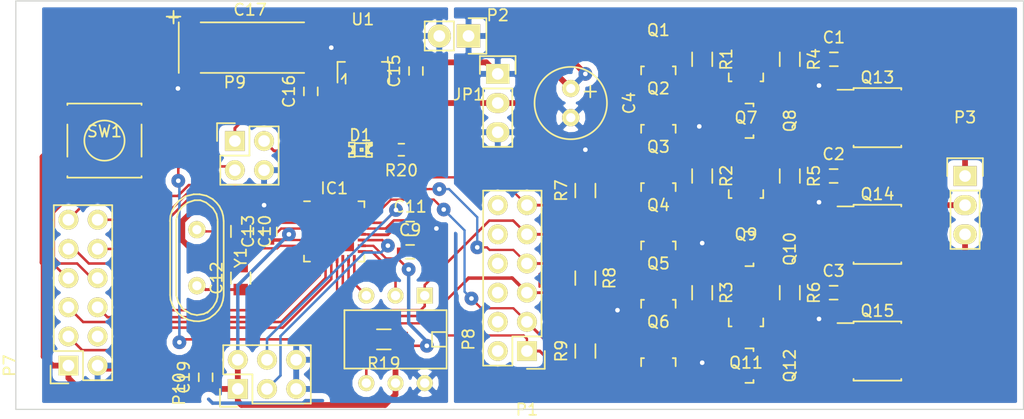
<source format=kicad_pcb>
(kicad_pcb (version 4) (host pcbnew "(2015-03-13 BZR 5510)-product")

  (general
    (links 152)
    (no_connects 13)
    (area 72.503667 82.12954 163.918334 119.165)
    (thickness 1.6)
    (drawings 20)
    (tracks 633)
    (zones 0)
    (modules 52)
    (nets 54)
  )

  (page A4)
  (layers
    (0 F.Cu signal)
    (31 B.Cu signal)
    (32 B.Adhes user)
    (33 F.Adhes user)
    (34 B.Paste user)
    (35 F.Paste user)
    (36 B.SilkS user)
    (37 F.SilkS user)
    (38 B.Mask user)
    (39 F.Mask user)
    (40 Dwgs.User user)
    (41 Cmts.User user)
    (42 Eco1.User user)
    (43 Eco2.User user)
    (44 Edge.Cuts user)
    (45 Margin user)
    (46 B.CrtYd user)
    (47 F.CrtYd user)
    (48 B.Fab user)
    (49 F.Fab user)
  )

  (setup
    (last_trace_width 0.3)
    (user_trace_width 0.2)
    (user_trace_width 0.3)
    (user_trace_width 0.5)
    (trace_clearance 0.22)
    (zone_clearance 0.508)
    (zone_45_only no)
    (trace_min 0.2)
    (segment_width 0.2)
    (edge_width 0.1)
    (via_size 1.2)
    (via_drill 0.4)
    (via_min_size 0.4)
    (via_min_drill 0.3)
    (uvia_size 0.3)
    (uvia_drill 0.1)
    (uvias_allowed no)
    (uvia_min_size 0.2)
    (uvia_min_drill 0.1)
    (pcb_text_width 0.3)
    (pcb_text_size 1.5 1.5)
    (mod_edge_width 0.15)
    (mod_text_size 1 1)
    (mod_text_width 0.15)
    (pad_size 1.5 1.5)
    (pad_drill 0.6)
    (pad_to_mask_clearance 0)
    (aux_axis_origin 0 0)
    (visible_elements 7FFDFFFF)
    (pcbplotparams
      (layerselection 0x00000_80000001)
      (usegerberextensions false)
      (excludeedgelayer false)
      (linewidth 0.100000)
      (plotframeref true)
      (viasonmask false)
      (mode 1)
      (useauxorigin false)
      (hpglpennumber 1)
      (hpglpenspeed 20)
      (hpglpendiameter 15)
      (hpglpenoverlay 2)
      (psnegative false)
      (psa4output false)
      (plotreference false)
      (plotvalue false)
      (plotinvisibletext false)
      (padsonsilk false)
      (subtractmaskfromsilk false)
      (outputformat 5)
      (mirror false)
      (drillshape 1)
      (scaleselection 1)
      (outputdirectory svg/))
  )

  (net 0 "")
  (net 1 +12V)
  (net 2 GND)
  (net 3 "Net-(Q1-Pad2)")
  (net 4 "Net-(Q1-Pad3)")
  (net 5 "Net-(Q14-Pad2)")
  (net 6 "Net-(Q3-Pad3)")
  (net 7 "Net-(Q15-Pad2)")
  (net 8 "Net-(Q5-Pad3)")
  (net 9 "Net-(Q7-Pad2)")
  (net 10 "Net-(Q13-Pad4)")
  (net 11 "Net-(Q10-Pad3)")
  (net 12 "Net-(Q14-Pad4)")
  (net 13 "Net-(Q11-Pad2)")
  (net 14 "Net-(Q11-Pad3)")
  (net 15 /MOTOR1)
  (net 16 /MOTOR2)
  (net 17 /MOTOR3)
  (net 18 +5V)
  (net 19 "Net-(C10-Pad1)")
  (net 20 "Net-(C11-Pad1)")
  (net 21 "Net-(C12-Pad1)")
  (net 22 /atmega/LED)
  (net 23 "Net-(D1-Pad2)")
  (net 24 /atmega/IRQ1)
  (net 25 /atmega/PD4)
  (net 26 /atmega/PD5)
  (net 27 /atmega/AIN0)
  (net 28 /atmega/AIN1)
  (net 29 /atmega/ICP)
  (net 30 /atmega/PWM1)
  (net 31 /atmega/PWM2)
  (net 32 /atmega/PWM3)
  (net 33 /atmega/MISO)
  (net 34 /atmega/SCK)
  (net 35 /atmega/HALL1)
  (net 36 /atmega/HALL2)
  (net 37 /atmega/ENABLE1)
  (net 38 /atmega/ENABLE2)
  (net 39 /atmega/ENABLE3)
  (net 40 /atmega/SDA)
  (net 41 /atmega/SCL)
  (net 42 /atmega/~RESET)
  (net 43 /atmega/RXD)
  (net 44 /atmega/TXD)
  (net 45 /atmega/IRQ0)
  (net 46 GNDD)
  (net 47 "Net-(P1-Pad2)")
  (net 48 "Net-(P1-Pad4)")
  (net 49 "Net-(P1-Pad6)")
  (net 50 "Net-(P1-Pad8)")
  (net 51 "Net-(P1-Pad10)")
  (net 52 "Net-(P1-Pad12)")
  (net 53 "Net-(P7-Pad4)")

  (net_class Default "This is the default net class."
    (clearance 0.22)
    (trace_width 0.25)
    (via_dia 1.2)
    (via_drill 0.4)
    (uvia_dia 0.3)
    (uvia_drill 0.1)
    (add_net "Net-(C10-Pad1)")
    (add_net "Net-(C11-Pad1)")
    (add_net "Net-(C12-Pad1)")
    (add_net "Net-(D1-Pad2)")
    (add_net "Net-(P1-Pad10)")
    (add_net "Net-(P1-Pad12)")
    (add_net "Net-(P1-Pad2)")
    (add_net "Net-(P1-Pad4)")
    (add_net "Net-(P1-Pad6)")
    (add_net "Net-(P1-Pad8)")
    (add_net "Net-(P7-Pad4)")
    (add_net "Net-(Q1-Pad2)")
    (add_net "Net-(Q1-Pad3)")
    (add_net "Net-(Q10-Pad3)")
    (add_net "Net-(Q11-Pad2)")
    (add_net "Net-(Q11-Pad3)")
    (add_net "Net-(Q13-Pad4)")
    (add_net "Net-(Q14-Pad2)")
    (add_net "Net-(Q14-Pad4)")
    (add_net "Net-(Q15-Pad2)")
    (add_net "Net-(Q3-Pad3)")
    (add_net "Net-(Q5-Pad3)")
    (add_net "Net-(Q7-Pad2)")
  )

  (net_class fat ""
    (clearance 0.26)
    (trace_width 0.4)
    (via_dia 1.2)
    (via_drill 0.4)
    (uvia_dia 0.3)
    (uvia_drill 0.1)
    (add_net +12V)
    (add_net /MOTOR1)
    (add_net /MOTOR2)
    (add_net /MOTOR3)
    (add_net GND)
  )

  (net_class signal ""
    (clearance 0.2)
    (trace_width 0.22)
    (via_dia 1.2)
    (via_drill 0.4)
    (uvia_dia 0.3)
    (uvia_drill 0.1)
    (add_net +5V)
    (add_net /atmega/AIN0)
    (add_net /atmega/AIN1)
    (add_net /atmega/ENABLE1)
    (add_net /atmega/ENABLE2)
    (add_net /atmega/ENABLE3)
    (add_net /atmega/HALL1)
    (add_net /atmega/HALL2)
    (add_net /atmega/ICP)
    (add_net /atmega/IRQ0)
    (add_net /atmega/IRQ1)
    (add_net /atmega/LED)
    (add_net /atmega/MISO)
    (add_net /atmega/PD4)
    (add_net /atmega/PD5)
    (add_net /atmega/PWM1)
    (add_net /atmega/PWM2)
    (add_net /atmega/PWM3)
    (add_net /atmega/RXD)
    (add_net /atmega/SCK)
    (add_net /atmega/SCL)
    (add_net /atmega/SDA)
    (add_net /atmega/TXD)
    (add_net /atmega/~RESET)
    (add_net GNDD)
  )

  (module Housings_SOT-23_SOT-143_TSOT-6:SOT-23 placed (layer F.Cu) (tedit 54E9291B) (tstamp 55040C7B)
    (at 139.7 92.98178 270)
    (descr "SOT-23, Standard")
    (tags SOT-23)
    (path /550386CD)
    (attr smd)
    (fp_text reference Q8 (at 0 -3.81 270) (layer F.SilkS)
      (effects (font (size 1 1) (thickness 0.15)))
    )
    (fp_text value IRLML0100 (at 0 3.81 270) (layer F.Fab)
      (effects (font (size 1 1) (thickness 0.15)))
    )
    (fp_line (start 1.29916 -0.65024) (end 1.2509 -0.65024) (layer F.SilkS) (width 0.15))
    (fp_line (start -1.49982 0.0508) (end -1.49982 -0.65024) (layer F.SilkS) (width 0.15))
    (fp_line (start -1.49982 -0.65024) (end -1.2509 -0.65024) (layer F.SilkS) (width 0.15))
    (fp_line (start 1.29916 -0.65024) (end 1.49982 -0.65024) (layer F.SilkS) (width 0.15))
    (fp_line (start 1.49982 -0.65024) (end 1.49982 0.0508) (layer F.SilkS) (width 0.15))
    (pad 1 smd rect (at -0.95 1.00076 270) (size 0.8001 0.8001) (layers F.Cu F.Paste F.Mask)
      (net 39 /atmega/ENABLE3))
    (pad 2 smd rect (at 0.95 1.00076 270) (size 0.8001 0.8001) (layers F.Cu F.Paste F.Mask)
      (net 2 GND))
    (pad 3 smd rect (at 0 -0.99822 270) (size 0.8001 0.8001) (layers F.Cu F.Paste F.Mask)
      (net 9 "Net-(Q7-Pad2)"))
    (model Housings_SOT-23_SOT-143_TSOT-6.3dshapes/SOT-23.wrl
      (at (xyz 0 0 0))
      (scale (xyz 1 1 1))
      (rotate (xyz 0 0 0))
    )
  )

  (module Capacitors_Elko_ThroughHole:Elko_vert_11.2x6.3mm_RM2.5_CopperClear placed (layer F.Cu) (tedit 5454A12B) (tstamp 55038C4C)
    (at 124.46 90.17 270)
    (descr "Electrolytic Capacitor, vertical, diameter 6,3mm, RM 2,5mm, CopperClear, radial,")
    (tags "Electrolytic Capacitor, vertical, diameter 6,3mm, RM 2,5mm, Elko, Electrolytkondensator, Kondensator gepolt, Durchmesser 6,3mm, CopperClear, radial,")
    (path /55041B6B)
    (fp_text reference C4 (at 1.27 -5.08 270) (layer F.SilkS)
      (effects (font (size 1 1) (thickness 0.15)))
    )
    (fp_text value 4.7 (at 1.27 5.08 270) (layer F.Fab)
      (effects (font (size 1 1) (thickness 0.15)))
    )
    (fp_line (start 0.26924 -1.69926) (end 0.76962 -1.69926) (layer F.SilkS) (width 0.15))
    (fp_line (start 0.26924 -1.69926) (end 0.26924 -2.19964) (layer F.SilkS) (width 0.15))
    (fp_line (start -0.23114 -1.69926) (end 0.26924 -1.69926) (layer F.SilkS) (width 0.15))
    (fp_line (start 0.26924 -1.69926) (end 0.26924 -1.30048) (layer F.SilkS) (width 0.15))
    (fp_line (start 0.26924 -1.30048) (end 0.26924 -1.19888) (layer F.SilkS) (width 0.15))
    (fp_circle (center 1.27 0) (end 4.4196 0) (layer F.SilkS) (width 0.15))
    (pad 2 thru_hole circle (at 2.54 0 270) (size 1.50114 1.50114) (drill 0.8001) (layers *.Cu *.Mask F.SilkS)
      (net 2 GND))
    (pad 1 thru_hole circle (at 0 0 270) (size 1.50114 1.50114) (drill 0.8001) (layers *.Cu *.Mask F.SilkS)
      (net 1 +12V))
    (model Capacitors_Elko_ThroughHole.3dshapes/Elko_vert_11.2x6.3mm_RM2.5_CopperClear.wrl
      (at (xyz 0 0 0))
      (scale (xyz 1 1 1))
      (rotate (xyz 0 0 0))
    )
  )

  (module Pin_Headers:Pin_Header_Straight_2x06 placed (layer F.Cu) (tedit 0) (tstamp 55038C5C)
    (at 120.65 113.03 180)
    (descr "Through hole pin header")
    (tags "pin header")
    (path /5503AA10)
    (fp_text reference P1 (at 0 -5.1 180) (layer F.SilkS)
      (effects (font (size 1 1) (thickness 0.15)))
    )
    (fp_text value CONN_02X06 (at 0 -3.1 180) (layer F.Fab)
      (effects (font (size 1 1) (thickness 0.15)))
    )
    (fp_line (start -1.75 -1.75) (end -1.75 14.45) (layer F.CrtYd) (width 0.05))
    (fp_line (start 4.3 -1.75) (end 4.3 14.45) (layer F.CrtYd) (width 0.05))
    (fp_line (start -1.75 -1.75) (end 4.3 -1.75) (layer F.CrtYd) (width 0.05))
    (fp_line (start -1.75 14.45) (end 4.3 14.45) (layer F.CrtYd) (width 0.05))
    (fp_line (start 3.81 13.97) (end 3.81 -1.27) (layer F.SilkS) (width 0.15))
    (fp_line (start -1.27 1.27) (end -1.27 13.97) (layer F.SilkS) (width 0.15))
    (fp_line (start 3.81 13.97) (end -1.27 13.97) (layer F.SilkS) (width 0.15))
    (fp_line (start 3.81 -1.27) (end 1.27 -1.27) (layer F.SilkS) (width 0.15))
    (fp_line (start 0 -1.55) (end -1.55 -1.55) (layer F.SilkS) (width 0.15))
    (fp_line (start 1.27 -1.27) (end 1.27 1.27) (layer F.SilkS) (width 0.15))
    (fp_line (start 1.27 1.27) (end -1.27 1.27) (layer F.SilkS) (width 0.15))
    (fp_line (start -1.55 -1.55) (end -1.55 0) (layer F.SilkS) (width 0.15))
    (pad 1 thru_hole rect (at 0 0 180) (size 1.7272 1.7272) (drill 1.016) (layers *.Cu *.Mask F.SilkS)
      (net 30 /atmega/PWM1))
    (pad 2 thru_hole oval (at 2.54 0 180) (size 1.7272 1.7272) (drill 1.016) (layers *.Cu *.Mask F.SilkS)
      (net 47 "Net-(P1-Pad2)"))
    (pad 3 thru_hole oval (at 0 2.54 180) (size 1.7272 1.7272) (drill 1.016) (layers *.Cu *.Mask F.SilkS)
      (net 37 /atmega/ENABLE1))
    (pad 4 thru_hole oval (at 2.54 2.54 180) (size 1.7272 1.7272) (drill 1.016) (layers *.Cu *.Mask F.SilkS)
      (net 48 "Net-(P1-Pad4)"))
    (pad 5 thru_hole oval (at 0 5.08 180) (size 1.7272 1.7272) (drill 1.016) (layers *.Cu *.Mask F.SilkS)
      (net 31 /atmega/PWM2))
    (pad 6 thru_hole oval (at 2.54 5.08 180) (size 1.7272 1.7272) (drill 1.016) (layers *.Cu *.Mask F.SilkS)
      (net 49 "Net-(P1-Pad6)"))
    (pad 7 thru_hole oval (at 0 7.62 180) (size 1.7272 1.7272) (drill 1.016) (layers *.Cu *.Mask F.SilkS)
      (net 38 /atmega/ENABLE2))
    (pad 8 thru_hole oval (at 2.54 7.62 180) (size 1.7272 1.7272) (drill 1.016) (layers *.Cu *.Mask F.SilkS)
      (net 50 "Net-(P1-Pad8)"))
    (pad 9 thru_hole oval (at 0 10.16 180) (size 1.7272 1.7272) (drill 1.016) (layers *.Cu *.Mask F.SilkS)
      (net 32 /atmega/PWM3))
    (pad 10 thru_hole oval (at 2.54 10.16 180) (size 1.7272 1.7272) (drill 1.016) (layers *.Cu *.Mask F.SilkS)
      (net 51 "Net-(P1-Pad10)"))
    (pad 11 thru_hole oval (at 0 12.7 180) (size 1.7272 1.7272) (drill 1.016) (layers *.Cu *.Mask F.SilkS)
      (net 39 /atmega/ENABLE3))
    (pad 12 thru_hole oval (at 2.54 12.7 180) (size 1.7272 1.7272) (drill 1.016) (layers *.Cu *.Mask F.SilkS)
      (net 52 "Net-(P1-Pad12)"))
    (model Pin_Headers.3dshapes/Pin_Header_Straight_2x06.wrl
      (at (xyz 0.05 -0.25 0))
      (scale (xyz 1 1 1))
      (rotate (xyz 0 0 90))
    )
  )

  (module Pin_Headers:Pin_Header_Straight_1x03 placed (layer F.Cu) (tedit 0) (tstamp 55038C63)
    (at 118.11 88.9)
    (descr "Through hole pin header")
    (tags "pin header")
    (path /5503CAB1)
    (fp_text reference P2 (at 0 -5.1) (layer F.SilkS)
      (effects (font (size 1 1) (thickness 0.15)))
    )
    (fp_text value CONN_01X03 (at 0 -3.1) (layer F.Fab)
      (effects (font (size 1 1) (thickness 0.15)))
    )
    (fp_line (start -1.75 -1.75) (end -1.75 6.85) (layer F.CrtYd) (width 0.05))
    (fp_line (start 1.75 -1.75) (end 1.75 6.85) (layer F.CrtYd) (width 0.05))
    (fp_line (start -1.75 -1.75) (end 1.75 -1.75) (layer F.CrtYd) (width 0.05))
    (fp_line (start -1.75 6.85) (end 1.75 6.85) (layer F.CrtYd) (width 0.05))
    (fp_line (start -1.27 1.27) (end -1.27 6.35) (layer F.SilkS) (width 0.15))
    (fp_line (start -1.27 6.35) (end 1.27 6.35) (layer F.SilkS) (width 0.15))
    (fp_line (start 1.27 6.35) (end 1.27 1.27) (layer F.SilkS) (width 0.15))
    (fp_line (start 1.55 -1.55) (end 1.55 0) (layer F.SilkS) (width 0.15))
    (fp_line (start 1.27 1.27) (end -1.27 1.27) (layer F.SilkS) (width 0.15))
    (fp_line (start -1.55 0) (end -1.55 -1.55) (layer F.SilkS) (width 0.15))
    (fp_line (start -1.55 -1.55) (end 1.55 -1.55) (layer F.SilkS) (width 0.15))
    (pad 1 thru_hole rect (at 0 0) (size 2.032 1.7272) (drill 1.016) (layers *.Cu *.Mask F.SilkS)
      (net 2 GND))
    (pad 2 thru_hole oval (at 0 2.54) (size 2.032 1.7272) (drill 1.016) (layers *.Cu *.Mask F.SilkS)
      (net 1 +12V))
    (pad 3 thru_hole oval (at 0 5.08) (size 2.032 1.7272) (drill 1.016) (layers *.Cu *.Mask F.SilkS)
      (net 2 GND))
    (model Pin_Headers.3dshapes/Pin_Header_Straight_1x03.wrl
      (at (xyz 0 -0.1 0))
      (scale (xyz 1 1 1))
      (rotate (xyz 0 0 90))
    )
  )

  (module Housings_SOT-23_SOT-143_TSOT-6:SOT-23 placed (layer F.Cu) (tedit 54E9291B) (tstamp 55038C6A)
    (at 132.08 88.9)
    (descr "SOT-23, Standard")
    (tags SOT-23)
    (path /550387CA)
    (attr smd)
    (fp_text reference Q1 (at 0 -3.81) (layer F.SilkS)
      (effects (font (size 1 1) (thickness 0.15)))
    )
    (fp_text value IRLML0100 (at 0 3.81) (layer F.Fab)
      (effects (font (size 1 1) (thickness 0.15)))
    )
    (fp_line (start 1.29916 -0.65024) (end 1.2509 -0.65024) (layer F.SilkS) (width 0.15))
    (fp_line (start -1.49982 0.0508) (end -1.49982 -0.65024) (layer F.SilkS) (width 0.15))
    (fp_line (start -1.49982 -0.65024) (end -1.2509 -0.65024) (layer F.SilkS) (width 0.15))
    (fp_line (start 1.29916 -0.65024) (end 1.49982 -0.65024) (layer F.SilkS) (width 0.15))
    (fp_line (start 1.49982 -0.65024) (end 1.49982 0.0508) (layer F.SilkS) (width 0.15))
    (pad 1 smd rect (at -0.95 1.00076) (size 0.8001 0.8001) (layers F.Cu F.Paste F.Mask)
      (net 39 /atmega/ENABLE3))
    (pad 2 smd rect (at 0.95 1.00076) (size 0.8001 0.8001) (layers F.Cu F.Paste F.Mask)
      (net 3 "Net-(Q1-Pad2)"))
    (pad 3 smd rect (at 0 -0.99822) (size 0.8001 0.8001) (layers F.Cu F.Paste F.Mask)
      (net 4 "Net-(Q1-Pad3)"))
    (model Housings_SOT-23_SOT-143_TSOT-6.3dshapes/SOT-23.wrl
      (at (xyz 0 0 0))
      (scale (xyz 1 1 1))
      (rotate (xyz 0 0 0))
    )
  )

  (module Housings_SOT-23_SOT-143_TSOT-6:SOT-23 placed (layer F.Cu) (tedit 54E9291B) (tstamp 55038C71)
    (at 132.08 93.98)
    (descr "SOT-23, Standard")
    (tags SOT-23)
    (path /55038800)
    (attr smd)
    (fp_text reference Q2 (at 0 -3.81) (layer F.SilkS)
      (effects (font (size 1 1) (thickness 0.15)))
    )
    (fp_text value IRLML0100 (at 0 3.81) (layer F.Fab)
      (effects (font (size 1 1) (thickness 0.15)))
    )
    (fp_line (start 1.29916 -0.65024) (end 1.2509 -0.65024) (layer F.SilkS) (width 0.15))
    (fp_line (start -1.49982 0.0508) (end -1.49982 -0.65024) (layer F.SilkS) (width 0.15))
    (fp_line (start -1.49982 -0.65024) (end -1.2509 -0.65024) (layer F.SilkS) (width 0.15))
    (fp_line (start 1.29916 -0.65024) (end 1.49982 -0.65024) (layer F.SilkS) (width 0.15))
    (fp_line (start 1.49982 -0.65024) (end 1.49982 0.0508) (layer F.SilkS) (width 0.15))
    (pad 1 smd rect (at -0.95 1.00076) (size 0.8001 0.8001) (layers F.Cu F.Paste F.Mask)
      (net 32 /atmega/PWM3))
    (pad 2 smd rect (at 0.95 1.00076) (size 0.8001 0.8001) (layers F.Cu F.Paste F.Mask)
      (net 2 GND))
    (pad 3 smd rect (at 0 -0.99822) (size 0.8001 0.8001) (layers F.Cu F.Paste F.Mask)
      (net 3 "Net-(Q1-Pad2)"))
    (model Housings_SOT-23_SOT-143_TSOT-6.3dshapes/SOT-23.wrl
      (at (xyz 0 0 0))
      (scale (xyz 1 1 1))
      (rotate (xyz 0 0 0))
    )
  )

  (module Housings_SOT-23_SOT-143_TSOT-6:SOT-23 placed (layer F.Cu) (tedit 54E9291B) (tstamp 55040ACB)
    (at 132.08 99.06)
    (descr "SOT-23, Standard")
    (tags SOT-23)
    (path /550396B6)
    (attr smd)
    (fp_text reference Q3 (at 0 -3.81) (layer F.SilkS)
      (effects (font (size 1 1) (thickness 0.15)))
    )
    (fp_text value IRLML0100 (at 0 3.81) (layer F.Fab)
      (effects (font (size 1 1) (thickness 0.15)))
    )
    (fp_line (start 1.29916 -0.65024) (end 1.2509 -0.65024) (layer F.SilkS) (width 0.15))
    (fp_line (start -1.49982 0.0508) (end -1.49982 -0.65024) (layer F.SilkS) (width 0.15))
    (fp_line (start -1.49982 -0.65024) (end -1.2509 -0.65024) (layer F.SilkS) (width 0.15))
    (fp_line (start 1.29916 -0.65024) (end 1.49982 -0.65024) (layer F.SilkS) (width 0.15))
    (fp_line (start 1.49982 -0.65024) (end 1.49982 0.0508) (layer F.SilkS) (width 0.15))
    (pad 1 smd rect (at -0.95 1.00076) (size 0.8001 0.8001) (layers F.Cu F.Paste F.Mask)
      (net 38 /atmega/ENABLE2))
    (pad 2 smd rect (at 0.95 1.00076) (size 0.8001 0.8001) (layers F.Cu F.Paste F.Mask)
      (net 5 "Net-(Q14-Pad2)"))
    (pad 3 smd rect (at 0 -0.99822) (size 0.8001 0.8001) (layers F.Cu F.Paste F.Mask)
      (net 6 "Net-(Q3-Pad3)"))
    (model Housings_SOT-23_SOT-143_TSOT-6.3dshapes/SOT-23.wrl
      (at (xyz 0 0 0))
      (scale (xyz 1 1 1))
      (rotate (xyz 0 0 0))
    )
  )

  (module Housings_SOT-23_SOT-143_TSOT-6:SOT-23 placed (layer F.Cu) (tedit 54E9291B) (tstamp 55038C7F)
    (at 132.08 104.14)
    (descr "SOT-23, Standard")
    (tags SOT-23)
    (path /550396BC)
    (attr smd)
    (fp_text reference Q4 (at 0 -3.81) (layer F.SilkS)
      (effects (font (size 1 1) (thickness 0.15)))
    )
    (fp_text value IRLML0100 (at 0 3.81) (layer F.Fab)
      (effects (font (size 1 1) (thickness 0.15)))
    )
    (fp_line (start 1.29916 -0.65024) (end 1.2509 -0.65024) (layer F.SilkS) (width 0.15))
    (fp_line (start -1.49982 0.0508) (end -1.49982 -0.65024) (layer F.SilkS) (width 0.15))
    (fp_line (start -1.49982 -0.65024) (end -1.2509 -0.65024) (layer F.SilkS) (width 0.15))
    (fp_line (start 1.29916 -0.65024) (end 1.49982 -0.65024) (layer F.SilkS) (width 0.15))
    (fp_line (start 1.49982 -0.65024) (end 1.49982 0.0508) (layer F.SilkS) (width 0.15))
    (pad 1 smd rect (at -0.95 1.00076) (size 0.8001 0.8001) (layers F.Cu F.Paste F.Mask)
      (net 31 /atmega/PWM2))
    (pad 2 smd rect (at 0.95 1.00076) (size 0.8001 0.8001) (layers F.Cu F.Paste F.Mask)
      (net 2 GND))
    (pad 3 smd rect (at 0 -0.99822) (size 0.8001 0.8001) (layers F.Cu F.Paste F.Mask)
      (net 5 "Net-(Q14-Pad2)"))
    (model Housings_SOT-23_SOT-143_TSOT-6.3dshapes/SOT-23.wrl
      (at (xyz 0 0 0))
      (scale (xyz 1 1 1))
      (rotate (xyz 0 0 0))
    )
  )

  (module Housings_SOT-23_SOT-143_TSOT-6:SOT-23 placed (layer F.Cu) (tedit 54E9291B) (tstamp 55038C86)
    (at 132.08 109.22)
    (descr "SOT-23, Standard")
    (tags SOT-23)
    (path /55039874)
    (attr smd)
    (fp_text reference Q5 (at 0 -3.81) (layer F.SilkS)
      (effects (font (size 1 1) (thickness 0.15)))
    )
    (fp_text value IRLML0100 (at 0 3.81) (layer F.Fab)
      (effects (font (size 1 1) (thickness 0.15)))
    )
    (fp_line (start 1.29916 -0.65024) (end 1.2509 -0.65024) (layer F.SilkS) (width 0.15))
    (fp_line (start -1.49982 0.0508) (end -1.49982 -0.65024) (layer F.SilkS) (width 0.15))
    (fp_line (start -1.49982 -0.65024) (end -1.2509 -0.65024) (layer F.SilkS) (width 0.15))
    (fp_line (start 1.29916 -0.65024) (end 1.49982 -0.65024) (layer F.SilkS) (width 0.15))
    (fp_line (start 1.49982 -0.65024) (end 1.49982 0.0508) (layer F.SilkS) (width 0.15))
    (pad 1 smd rect (at -0.95 1.00076) (size 0.8001 0.8001) (layers F.Cu F.Paste F.Mask)
      (net 37 /atmega/ENABLE1))
    (pad 2 smd rect (at 0.95 1.00076) (size 0.8001 0.8001) (layers F.Cu F.Paste F.Mask)
      (net 7 "Net-(Q15-Pad2)"))
    (pad 3 smd rect (at 0 -0.99822) (size 0.8001 0.8001) (layers F.Cu F.Paste F.Mask)
      (net 8 "Net-(Q5-Pad3)"))
    (model Housings_SOT-23_SOT-143_TSOT-6.3dshapes/SOT-23.wrl
      (at (xyz 0 0 0))
      (scale (xyz 1 1 1))
      (rotate (xyz 0 0 0))
    )
  )

  (module Housings_SOT-23_SOT-143_TSOT-6:SOT-23 placed (layer F.Cu) (tedit 54E9291B) (tstamp 55038C8D)
    (at 132.08 114.3)
    (descr "SOT-23, Standard")
    (tags SOT-23)
    (path /5503987A)
    (attr smd)
    (fp_text reference Q6 (at 0 -3.81) (layer F.SilkS)
      (effects (font (size 1 1) (thickness 0.15)))
    )
    (fp_text value IRLML0100 (at 0 3.81) (layer F.Fab)
      (effects (font (size 1 1) (thickness 0.15)))
    )
    (fp_line (start 1.29916 -0.65024) (end 1.2509 -0.65024) (layer F.SilkS) (width 0.15))
    (fp_line (start -1.49982 0.0508) (end -1.49982 -0.65024) (layer F.SilkS) (width 0.15))
    (fp_line (start -1.49982 -0.65024) (end -1.2509 -0.65024) (layer F.SilkS) (width 0.15))
    (fp_line (start 1.29916 -0.65024) (end 1.49982 -0.65024) (layer F.SilkS) (width 0.15))
    (fp_line (start 1.49982 -0.65024) (end 1.49982 0.0508) (layer F.SilkS) (width 0.15))
    (pad 1 smd rect (at -0.95 1.00076) (size 0.8001 0.8001) (layers F.Cu F.Paste F.Mask)
      (net 30 /atmega/PWM1))
    (pad 2 smd rect (at 0.95 1.00076) (size 0.8001 0.8001) (layers F.Cu F.Paste F.Mask)
      (net 2 GND))
    (pad 3 smd rect (at 0 -0.99822) (size 0.8001 0.8001) (layers F.Cu F.Paste F.Mask)
      (net 7 "Net-(Q15-Pad2)"))
    (model Housings_SOT-23_SOT-143_TSOT-6.3dshapes/SOT-23.wrl
      (at (xyz 0 0 0))
      (scale (xyz 1 1 1))
      (rotate (xyz 0 0 0))
    )
  )

  (module Housings_SOT-23_SOT-143_TSOT-6:SOT-23 placed (layer F.Cu) (tedit 54E9291B) (tstamp 55038C94)
    (at 139.7 88.9 180)
    (descr "SOT-23, Standard")
    (tags SOT-23)
    (path /5500CD99)
    (attr smd)
    (fp_text reference Q7 (at 0 -3.81 180) (layer F.SilkS)
      (effects (font (size 1 1) (thickness 0.15)))
    )
    (fp_text value IRLML0100 (at 0 3.81 180) (layer F.Fab)
      (effects (font (size 1 1) (thickness 0.15)))
    )
    (fp_line (start 1.29916 -0.65024) (end 1.2509 -0.65024) (layer F.SilkS) (width 0.15))
    (fp_line (start -1.49982 0.0508) (end -1.49982 -0.65024) (layer F.SilkS) (width 0.15))
    (fp_line (start -1.49982 -0.65024) (end -1.2509 -0.65024) (layer F.SilkS) (width 0.15))
    (fp_line (start 1.29916 -0.65024) (end 1.49982 -0.65024) (layer F.SilkS) (width 0.15))
    (fp_line (start 1.49982 -0.65024) (end 1.49982 0.0508) (layer F.SilkS) (width 0.15))
    (pad 1 smd rect (at -0.95 1.00076 180) (size 0.8001 0.8001) (layers F.Cu F.Paste F.Mask)
      (net 32 /atmega/PWM3))
    (pad 2 smd rect (at 0.95 1.00076 180) (size 0.8001 0.8001) (layers F.Cu F.Paste F.Mask)
      (net 9 "Net-(Q7-Pad2)"))
    (pad 3 smd rect (at 0 -0.99822 180) (size 0.8001 0.8001) (layers F.Cu F.Paste F.Mask)
      (net 10 "Net-(Q13-Pad4)"))
    (model Housings_SOT-23_SOT-143_TSOT-6.3dshapes/SOT-23.wrl
      (at (xyz 0 0 0))
      (scale (xyz 1 1 1))
      (rotate (xyz 0 0 0))
    )
  )

  (module Housings_SOT-23_SOT-143_TSOT-6:SOT-23 placed (layer F.Cu) (tedit 54E9291B) (tstamp 55038CA2)
    (at 139.7 99.06 180)
    (descr "SOT-23, Standard")
    (tags SOT-23)
    (path /55039690)
    (attr smd)
    (fp_text reference Q9 (at 0 -3.81 180) (layer F.SilkS)
      (effects (font (size 1 1) (thickness 0.15)))
    )
    (fp_text value IRLML0100 (at 0 3.81 180) (layer F.Fab)
      (effects (font (size 1 1) (thickness 0.15)))
    )
    (fp_line (start 1.29916 -0.65024) (end 1.2509 -0.65024) (layer F.SilkS) (width 0.15))
    (fp_line (start -1.49982 0.0508) (end -1.49982 -0.65024) (layer F.SilkS) (width 0.15))
    (fp_line (start -1.49982 -0.65024) (end -1.2509 -0.65024) (layer F.SilkS) (width 0.15))
    (fp_line (start 1.29916 -0.65024) (end 1.49982 -0.65024) (layer F.SilkS) (width 0.15))
    (fp_line (start 1.49982 -0.65024) (end 1.49982 0.0508) (layer F.SilkS) (width 0.15))
    (pad 1 smd rect (at -0.95 1.00076 180) (size 0.8001 0.8001) (layers F.Cu F.Paste F.Mask)
      (net 31 /atmega/PWM2))
    (pad 2 smd rect (at 0.95 1.00076 180) (size 0.8001 0.8001) (layers F.Cu F.Paste F.Mask)
      (net 11 "Net-(Q10-Pad3)"))
    (pad 3 smd rect (at 0 -0.99822 180) (size 0.8001 0.8001) (layers F.Cu F.Paste F.Mask)
      (net 12 "Net-(Q14-Pad4)"))
    (model Housings_SOT-23_SOT-143_TSOT-6.3dshapes/SOT-23.wrl
      (at (xyz 0 0 0))
      (scale (xyz 1 1 1))
      (rotate (xyz 0 0 0))
    )
  )

  (module Housings_SOT-23_SOT-143_TSOT-6:SOT-23 placed (layer F.Cu) (tedit 54E9291B) (tstamp 55038CA9)
    (at 139.7 104.14 270)
    (descr "SOT-23, Standard")
    (tags SOT-23)
    (path /550396B0)
    (attr smd)
    (fp_text reference Q10 (at 0 -3.81 270) (layer F.SilkS)
      (effects (font (size 1 1) (thickness 0.15)))
    )
    (fp_text value IRLML0100 (at 0 3.81 270) (layer F.Fab)
      (effects (font (size 1 1) (thickness 0.15)))
    )
    (fp_line (start 1.29916 -0.65024) (end 1.2509 -0.65024) (layer F.SilkS) (width 0.15))
    (fp_line (start -1.49982 0.0508) (end -1.49982 -0.65024) (layer F.SilkS) (width 0.15))
    (fp_line (start -1.49982 -0.65024) (end -1.2509 -0.65024) (layer F.SilkS) (width 0.15))
    (fp_line (start 1.29916 -0.65024) (end 1.49982 -0.65024) (layer F.SilkS) (width 0.15))
    (fp_line (start 1.49982 -0.65024) (end 1.49982 0.0508) (layer F.SilkS) (width 0.15))
    (pad 1 smd rect (at -0.95 1.00076 270) (size 0.8001 0.8001) (layers F.Cu F.Paste F.Mask)
      (net 38 /atmega/ENABLE2))
    (pad 2 smd rect (at 0.95 1.00076 270) (size 0.8001 0.8001) (layers F.Cu F.Paste F.Mask)
      (net 2 GND))
    (pad 3 smd rect (at 0 -0.99822 270) (size 0.8001 0.8001) (layers F.Cu F.Paste F.Mask)
      (net 11 "Net-(Q10-Pad3)"))
    (model Housings_SOT-23_SOT-143_TSOT-6.3dshapes/SOT-23.wrl
      (at (xyz 0 0 0))
      (scale (xyz 1 1 1))
      (rotate (xyz 0 0 0))
    )
  )

  (module Housings_SOT-23_SOT-143_TSOT-6:SOT-23 placed (layer F.Cu) (tedit 54E9291B) (tstamp 55039989)
    (at 139.7 110.236 180)
    (descr "SOT-23, Standard")
    (tags SOT-23)
    (path /5503984E)
    (attr smd)
    (fp_text reference Q11 (at 0 -3.81 180) (layer F.SilkS)
      (effects (font (size 1 1) (thickness 0.15)))
    )
    (fp_text value IRLML0100 (at 0 3.81 180) (layer F.Fab)
      (effects (font (size 1 1) (thickness 0.15)))
    )
    (fp_line (start 1.29916 -0.65024) (end 1.2509 -0.65024) (layer F.SilkS) (width 0.15))
    (fp_line (start -1.49982 0.0508) (end -1.49982 -0.65024) (layer F.SilkS) (width 0.15))
    (fp_line (start -1.49982 -0.65024) (end -1.2509 -0.65024) (layer F.SilkS) (width 0.15))
    (fp_line (start 1.29916 -0.65024) (end 1.49982 -0.65024) (layer F.SilkS) (width 0.15))
    (fp_line (start 1.49982 -0.65024) (end 1.49982 0.0508) (layer F.SilkS) (width 0.15))
    (pad 1 smd rect (at -0.95 1.00076 180) (size 0.8001 0.8001) (layers F.Cu F.Paste F.Mask)
      (net 30 /atmega/PWM1))
    (pad 2 smd rect (at 0.95 1.00076 180) (size 0.8001 0.8001) (layers F.Cu F.Paste F.Mask)
      (net 13 "Net-(Q11-Pad2)"))
    (pad 3 smd rect (at 0 -0.99822 180) (size 0.8001 0.8001) (layers F.Cu F.Paste F.Mask)
      (net 14 "Net-(Q11-Pad3)"))
    (model Housings_SOT-23_SOT-143_TSOT-6.3dshapes/SOT-23.wrl
      (at (xyz 0 0 0))
      (scale (xyz 1 1 1))
      (rotate (xyz 0 0 0))
    )
  )

  (module Housings_SOT-23_SOT-143_TSOT-6:SOT-23 placed (layer F.Cu) (tedit 54E9291B) (tstamp 55038CB7)
    (at 139.7 114.3 270)
    (descr "SOT-23, Standard")
    (tags SOT-23)
    (path /5503986E)
    (attr smd)
    (fp_text reference Q12 (at 0 -3.81 270) (layer F.SilkS)
      (effects (font (size 1 1) (thickness 0.15)))
    )
    (fp_text value IRLML0100 (at 0 3.81 270) (layer F.Fab)
      (effects (font (size 1 1) (thickness 0.15)))
    )
    (fp_line (start 1.29916 -0.65024) (end 1.2509 -0.65024) (layer F.SilkS) (width 0.15))
    (fp_line (start -1.49982 0.0508) (end -1.49982 -0.65024) (layer F.SilkS) (width 0.15))
    (fp_line (start -1.49982 -0.65024) (end -1.2509 -0.65024) (layer F.SilkS) (width 0.15))
    (fp_line (start 1.29916 -0.65024) (end 1.49982 -0.65024) (layer F.SilkS) (width 0.15))
    (fp_line (start 1.49982 -0.65024) (end 1.49982 0.0508) (layer F.SilkS) (width 0.15))
    (pad 1 smd rect (at -0.95 1.00076 270) (size 0.8001 0.8001) (layers F.Cu F.Paste F.Mask)
      (net 37 /atmega/ENABLE1))
    (pad 2 smd rect (at 0.95 1.00076 270) (size 0.8001 0.8001) (layers F.Cu F.Paste F.Mask)
      (net 2 GND))
    (pad 3 smd rect (at 0 -0.99822 270) (size 0.8001 0.8001) (layers F.Cu F.Paste F.Mask)
      (net 13 "Net-(Q11-Pad2)"))
    (model Housings_SOT-23_SOT-143_TSOT-6.3dshapes/SOT-23.wrl
      (at (xyz 0 0 0))
      (scale (xyz 1 1 1))
      (rotate (xyz 0 0 0))
    )
  )

  (module Housings_SOIC:SOIC-8_3.9x4.9mm_Pitch1.27mm placed (layer F.Cu) (tedit 54130A77) (tstamp 55038CC3)
    (at 151.13 92.71)
    (descr "8-Lead Plastic Small Outline (SN) - Narrow, 3.90 mm Body [SOIC] (see Microchip Packaging Specification 00000049BS.pdf)")
    (tags "SOIC 1.27")
    (path /5500CC4F)
    (attr smd)
    (fp_text reference Q13 (at 0 -3.5) (layer F.SilkS)
      (effects (font (size 1 1) (thickness 0.15)))
    )
    (fp_text value IRF7343PBF (at 0 3.5) (layer F.Fab)
      (effects (font (size 1 1) (thickness 0.15)))
    )
    (fp_line (start -3.75 -2.75) (end -3.75 2.75) (layer F.CrtYd) (width 0.05))
    (fp_line (start 3.75 -2.75) (end 3.75 2.75) (layer F.CrtYd) (width 0.05))
    (fp_line (start -3.75 -2.75) (end 3.75 -2.75) (layer F.CrtYd) (width 0.05))
    (fp_line (start -3.75 2.75) (end 3.75 2.75) (layer F.CrtYd) (width 0.05))
    (fp_line (start -2.075 -2.575) (end -2.075 -2.43) (layer F.SilkS) (width 0.15))
    (fp_line (start 2.075 -2.575) (end 2.075 -2.43) (layer F.SilkS) (width 0.15))
    (fp_line (start 2.075 2.575) (end 2.075 2.43) (layer F.SilkS) (width 0.15))
    (fp_line (start -2.075 2.575) (end -2.075 2.43) (layer F.SilkS) (width 0.15))
    (fp_line (start -2.075 -2.575) (end 2.075 -2.575) (layer F.SilkS) (width 0.15))
    (fp_line (start -2.075 2.575) (end 2.075 2.575) (layer F.SilkS) (width 0.15))
    (fp_line (start -2.075 -2.43) (end -3.475 -2.43) (layer F.SilkS) (width 0.15))
    (pad 1 smd rect (at -2.7 -1.905) (size 1.55 0.6) (layers F.Cu F.Paste F.Mask)
      (net 2 GND))
    (pad 2 smd rect (at -2.7 -0.635) (size 1.55 0.6) (layers F.Cu F.Paste F.Mask)
      (net 3 "Net-(Q1-Pad2)"))
    (pad 3 smd rect (at -2.7 0.635) (size 1.55 0.6) (layers F.Cu F.Paste F.Mask)
      (net 1 +12V))
    (pad 4 smd rect (at -2.7 1.905) (size 1.55 0.6) (layers F.Cu F.Paste F.Mask)
      (net 10 "Net-(Q13-Pad4)"))
    (pad 5 smd rect (at 2.7 1.905) (size 1.55 0.6) (layers F.Cu F.Paste F.Mask)
      (net 15 /MOTOR1))
    (pad 6 smd rect (at 2.7 0.635) (size 1.55 0.6) (layers F.Cu F.Paste F.Mask)
      (net 15 /MOTOR1))
    (pad 7 smd rect (at 2.7 -0.635) (size 1.55 0.6) (layers F.Cu F.Paste F.Mask)
      (net 15 /MOTOR1))
    (pad 8 smd rect (at 2.7 -1.905) (size 1.55 0.6) (layers F.Cu F.Paste F.Mask)
      (net 15 /MOTOR1))
    (model Housings_SOIC.3dshapes/SOIC-8_3.9x4.9mm_Pitch1.27mm.wrl
      (at (xyz 0 0 0))
      (scale (xyz 1 1 1))
      (rotate (xyz 0 0 0))
    )
  )

  (module Housings_SOIC:SOIC-8_3.9x4.9mm_Pitch1.27mm placed (layer F.Cu) (tedit 54130A77) (tstamp 55038CCF)
    (at 151.13 102.87)
    (descr "8-Lead Plastic Small Outline (SN) - Narrow, 3.90 mm Body [SOIC] (see Microchip Packaging Specification 00000049BS.pdf)")
    (tags "SOIC 1.27")
    (path /5503968A)
    (attr smd)
    (fp_text reference Q14 (at 0 -3.5) (layer F.SilkS)
      (effects (font (size 1 1) (thickness 0.15)))
    )
    (fp_text value IRF7343PBF (at 0 3.5) (layer F.Fab)
      (effects (font (size 1 1) (thickness 0.15)))
    )
    (fp_line (start -3.75 -2.75) (end -3.75 2.75) (layer F.CrtYd) (width 0.05))
    (fp_line (start 3.75 -2.75) (end 3.75 2.75) (layer F.CrtYd) (width 0.05))
    (fp_line (start -3.75 -2.75) (end 3.75 -2.75) (layer F.CrtYd) (width 0.05))
    (fp_line (start -3.75 2.75) (end 3.75 2.75) (layer F.CrtYd) (width 0.05))
    (fp_line (start -2.075 -2.575) (end -2.075 -2.43) (layer F.SilkS) (width 0.15))
    (fp_line (start 2.075 -2.575) (end 2.075 -2.43) (layer F.SilkS) (width 0.15))
    (fp_line (start 2.075 2.575) (end 2.075 2.43) (layer F.SilkS) (width 0.15))
    (fp_line (start -2.075 2.575) (end -2.075 2.43) (layer F.SilkS) (width 0.15))
    (fp_line (start -2.075 -2.575) (end 2.075 -2.575) (layer F.SilkS) (width 0.15))
    (fp_line (start -2.075 2.575) (end 2.075 2.575) (layer F.SilkS) (width 0.15))
    (fp_line (start -2.075 -2.43) (end -3.475 -2.43) (layer F.SilkS) (width 0.15))
    (pad 1 smd rect (at -2.7 -1.905) (size 1.55 0.6) (layers F.Cu F.Paste F.Mask)
      (net 2 GND))
    (pad 2 smd rect (at -2.7 -0.635) (size 1.55 0.6) (layers F.Cu F.Paste F.Mask)
      (net 5 "Net-(Q14-Pad2)"))
    (pad 3 smd rect (at -2.7 0.635) (size 1.55 0.6) (layers F.Cu F.Paste F.Mask)
      (net 1 +12V))
    (pad 4 smd rect (at -2.7 1.905) (size 1.55 0.6) (layers F.Cu F.Paste F.Mask)
      (net 12 "Net-(Q14-Pad4)"))
    (pad 5 smd rect (at 2.7 1.905) (size 1.55 0.6) (layers F.Cu F.Paste F.Mask)
      (net 16 /MOTOR2))
    (pad 6 smd rect (at 2.7 0.635) (size 1.55 0.6) (layers F.Cu F.Paste F.Mask)
      (net 16 /MOTOR2))
    (pad 7 smd rect (at 2.7 -0.635) (size 1.55 0.6) (layers F.Cu F.Paste F.Mask)
      (net 16 /MOTOR2))
    (pad 8 smd rect (at 2.7 -1.905) (size 1.55 0.6) (layers F.Cu F.Paste F.Mask)
      (net 16 /MOTOR2))
    (model Housings_SOIC.3dshapes/SOIC-8_3.9x4.9mm_Pitch1.27mm.wrl
      (at (xyz 0 0 0))
      (scale (xyz 1 1 1))
      (rotate (xyz 0 0 0))
    )
  )

  (module Housings_SOIC:SOIC-8_3.9x4.9mm_Pitch1.27mm placed (layer F.Cu) (tedit 54130A77) (tstamp 55038CDB)
    (at 151.13 113.03)
    (descr "8-Lead Plastic Small Outline (SN) - Narrow, 3.90 mm Body [SOIC] (see Microchip Packaging Specification 00000049BS.pdf)")
    (tags "SOIC 1.27")
    (path /55039848)
    (attr smd)
    (fp_text reference Q15 (at 0 -3.5) (layer F.SilkS)
      (effects (font (size 1 1) (thickness 0.15)))
    )
    (fp_text value IRF7343PBF (at 0 3.5) (layer F.Fab)
      (effects (font (size 1 1) (thickness 0.15)))
    )
    (fp_line (start -3.75 -2.75) (end -3.75 2.75) (layer F.CrtYd) (width 0.05))
    (fp_line (start 3.75 -2.75) (end 3.75 2.75) (layer F.CrtYd) (width 0.05))
    (fp_line (start -3.75 -2.75) (end 3.75 -2.75) (layer F.CrtYd) (width 0.05))
    (fp_line (start -3.75 2.75) (end 3.75 2.75) (layer F.CrtYd) (width 0.05))
    (fp_line (start -2.075 -2.575) (end -2.075 -2.43) (layer F.SilkS) (width 0.15))
    (fp_line (start 2.075 -2.575) (end 2.075 -2.43) (layer F.SilkS) (width 0.15))
    (fp_line (start 2.075 2.575) (end 2.075 2.43) (layer F.SilkS) (width 0.15))
    (fp_line (start -2.075 2.575) (end -2.075 2.43) (layer F.SilkS) (width 0.15))
    (fp_line (start -2.075 -2.575) (end 2.075 -2.575) (layer F.SilkS) (width 0.15))
    (fp_line (start -2.075 2.575) (end 2.075 2.575) (layer F.SilkS) (width 0.15))
    (fp_line (start -2.075 -2.43) (end -3.475 -2.43) (layer F.SilkS) (width 0.15))
    (pad 1 smd rect (at -2.7 -1.905) (size 1.55 0.6) (layers F.Cu F.Paste F.Mask)
      (net 2 GND))
    (pad 2 smd rect (at -2.7 -0.635) (size 1.55 0.6) (layers F.Cu F.Paste F.Mask)
      (net 7 "Net-(Q15-Pad2)"))
    (pad 3 smd rect (at -2.7 0.635) (size 1.55 0.6) (layers F.Cu F.Paste F.Mask)
      (net 1 +12V))
    (pad 4 smd rect (at -2.7 1.905) (size 1.55 0.6) (layers F.Cu F.Paste F.Mask)
      (net 14 "Net-(Q11-Pad3)"))
    (pad 5 smd rect (at 2.7 1.905) (size 1.55 0.6) (layers F.Cu F.Paste F.Mask)
      (net 17 /MOTOR3))
    (pad 6 smd rect (at 2.7 0.635) (size 1.55 0.6) (layers F.Cu F.Paste F.Mask)
      (net 17 /MOTOR3))
    (pad 7 smd rect (at 2.7 -0.635) (size 1.55 0.6) (layers F.Cu F.Paste F.Mask)
      (net 17 /MOTOR3))
    (pad 8 smd rect (at 2.7 -1.905) (size 1.55 0.6) (layers F.Cu F.Paste F.Mask)
      (net 17 /MOTOR3))
    (model Housings_SOIC.3dshapes/SOIC-8_3.9x4.9mm_Pitch1.27mm.wrl
      (at (xyz 0 0 0))
      (scale (xyz 1 1 1))
      (rotate (xyz 0 0 0))
    )
  )

  (module Resistors_SMD:R_0805_HandSoldering placed (layer F.Cu) (tedit 54189DEE) (tstamp 55038CE1)
    (at 135.89 87.63 270)
    (descr "Resistor SMD 0805, hand soldering")
    (tags "resistor 0805")
    (path /5500CDD4)
    (attr smd)
    (fp_text reference R1 (at 0 -2.1 270) (layer F.SilkS)
      (effects (font (size 1 1) (thickness 0.15)))
    )
    (fp_text value 4K7 (at 0 2.1 270) (layer F.Fab)
      (effects (font (size 1 1) (thickness 0.15)))
    )
    (fp_line (start -2.4 -1) (end 2.4 -1) (layer F.CrtYd) (width 0.05))
    (fp_line (start -2.4 1) (end 2.4 1) (layer F.CrtYd) (width 0.05))
    (fp_line (start -2.4 -1) (end -2.4 1) (layer F.CrtYd) (width 0.05))
    (fp_line (start 2.4 -1) (end 2.4 1) (layer F.CrtYd) (width 0.05))
    (fp_line (start 0.6 0.875) (end -0.6 0.875) (layer F.SilkS) (width 0.15))
    (fp_line (start -0.6 -0.875) (end 0.6 -0.875) (layer F.SilkS) (width 0.15))
    (pad 1 smd rect (at -1.35 0 270) (size 1.5 1.3) (layers F.Cu F.Paste F.Mask)
      (net 1 +12V))
    (pad 2 smd rect (at 1.35 0 270) (size 1.5 1.3) (layers F.Cu F.Paste F.Mask)
      (net 4 "Net-(Q1-Pad3)"))
    (model Resistors_SMD.3dshapes/R_0805_HandSoldering.wrl
      (at (xyz 0 0 0))
      (scale (xyz 1 1 1))
      (rotate (xyz 0 0 0))
    )
  )

  (module Resistors_SMD:R_0805_HandSoldering placed (layer F.Cu) (tedit 54189DEE) (tstamp 55038CE7)
    (at 135.89 97.79 270)
    (descr "Resistor SMD 0805, hand soldering")
    (tags "resistor 0805")
    (path /55039696)
    (attr smd)
    (fp_text reference R2 (at 0 -2.1 270) (layer F.SilkS)
      (effects (font (size 1 1) (thickness 0.15)))
    )
    (fp_text value 4K7 (at 0 2.1 270) (layer F.Fab)
      (effects (font (size 1 1) (thickness 0.15)))
    )
    (fp_line (start -2.4 -1) (end 2.4 -1) (layer F.CrtYd) (width 0.05))
    (fp_line (start -2.4 1) (end 2.4 1) (layer F.CrtYd) (width 0.05))
    (fp_line (start -2.4 -1) (end -2.4 1) (layer F.CrtYd) (width 0.05))
    (fp_line (start 2.4 -1) (end 2.4 1) (layer F.CrtYd) (width 0.05))
    (fp_line (start 0.6 0.875) (end -0.6 0.875) (layer F.SilkS) (width 0.15))
    (fp_line (start -0.6 -0.875) (end 0.6 -0.875) (layer F.SilkS) (width 0.15))
    (pad 1 smd rect (at -1.35 0 270) (size 1.5 1.3) (layers F.Cu F.Paste F.Mask)
      (net 1 +12V))
    (pad 2 smd rect (at 1.35 0 270) (size 1.5 1.3) (layers F.Cu F.Paste F.Mask)
      (net 6 "Net-(Q3-Pad3)"))
    (model Resistors_SMD.3dshapes/R_0805_HandSoldering.wrl
      (at (xyz 0 0 0))
      (scale (xyz 1 1 1))
      (rotate (xyz 0 0 0))
    )
  )

  (module Resistors_SMD:R_0805_HandSoldering placed (layer F.Cu) (tedit 54189DEE) (tstamp 55038CED)
    (at 135.89 107.95 270)
    (descr "Resistor SMD 0805, hand soldering")
    (tags "resistor 0805")
    (path /55039854)
    (attr smd)
    (fp_text reference R3 (at 0 -2.1 270) (layer F.SilkS)
      (effects (font (size 1 1) (thickness 0.15)))
    )
    (fp_text value 4K7 (at 0 2.1 270) (layer F.Fab)
      (effects (font (size 1 1) (thickness 0.15)))
    )
    (fp_line (start -2.4 -1) (end 2.4 -1) (layer F.CrtYd) (width 0.05))
    (fp_line (start -2.4 1) (end 2.4 1) (layer F.CrtYd) (width 0.05))
    (fp_line (start -2.4 -1) (end -2.4 1) (layer F.CrtYd) (width 0.05))
    (fp_line (start 2.4 -1) (end 2.4 1) (layer F.CrtYd) (width 0.05))
    (fp_line (start 0.6 0.875) (end -0.6 0.875) (layer F.SilkS) (width 0.15))
    (fp_line (start -0.6 -0.875) (end 0.6 -0.875) (layer F.SilkS) (width 0.15))
    (pad 1 smd rect (at -1.35 0 270) (size 1.5 1.3) (layers F.Cu F.Paste F.Mask)
      (net 1 +12V))
    (pad 2 smd rect (at 1.35 0 270) (size 1.5 1.3) (layers F.Cu F.Paste F.Mask)
      (net 8 "Net-(Q5-Pad3)"))
    (model Resistors_SMD.3dshapes/R_0805_HandSoldering.wrl
      (at (xyz 0 0 0))
      (scale (xyz 1 1 1))
      (rotate (xyz 0 0 0))
    )
  )

  (module Resistors_SMD:R_0805_HandSoldering placed (layer F.Cu) (tedit 54189DEE) (tstamp 55038CF3)
    (at 143.51 87.63 270)
    (descr "Resistor SMD 0805, hand soldering")
    (tags "resistor 0805")
    (path /5500D0EE)
    (attr smd)
    (fp_text reference R4 (at 0 -2.1 270) (layer F.SilkS)
      (effects (font (size 1 1) (thickness 0.15)))
    )
    (fp_text value 4K7 (at 0 2.1 270) (layer F.Fab)
      (effects (font (size 1 1) (thickness 0.15)))
    )
    (fp_line (start -2.4 -1) (end 2.4 -1) (layer F.CrtYd) (width 0.05))
    (fp_line (start -2.4 1) (end 2.4 1) (layer F.CrtYd) (width 0.05))
    (fp_line (start -2.4 -1) (end -2.4 1) (layer F.CrtYd) (width 0.05))
    (fp_line (start 2.4 -1) (end 2.4 1) (layer F.CrtYd) (width 0.05))
    (fp_line (start 0.6 0.875) (end -0.6 0.875) (layer F.SilkS) (width 0.15))
    (fp_line (start -0.6 -0.875) (end 0.6 -0.875) (layer F.SilkS) (width 0.15))
    (pad 1 smd rect (at -1.35 0 270) (size 1.5 1.3) (layers F.Cu F.Paste F.Mask)
      (net 1 +12V))
    (pad 2 smd rect (at 1.35 0 270) (size 1.5 1.3) (layers F.Cu F.Paste F.Mask)
      (net 10 "Net-(Q13-Pad4)"))
    (model Resistors_SMD.3dshapes/R_0805_HandSoldering.wrl
      (at (xyz 0 0 0))
      (scale (xyz 1 1 1))
      (rotate (xyz 0 0 0))
    )
  )

  (module Resistors_SMD:R_0805_HandSoldering placed (layer F.Cu) (tedit 54189DEE) (tstamp 55038CF9)
    (at 143.51 97.79 270)
    (descr "Resistor SMD 0805, hand soldering")
    (tags "resistor 0805")
    (path /5503969C)
    (attr smd)
    (fp_text reference R5 (at 0 -2.1 270) (layer F.SilkS)
      (effects (font (size 1 1) (thickness 0.15)))
    )
    (fp_text value 4K7 (at 0 2.1 270) (layer F.Fab)
      (effects (font (size 1 1) (thickness 0.15)))
    )
    (fp_line (start -2.4 -1) (end 2.4 -1) (layer F.CrtYd) (width 0.05))
    (fp_line (start -2.4 1) (end 2.4 1) (layer F.CrtYd) (width 0.05))
    (fp_line (start -2.4 -1) (end -2.4 1) (layer F.CrtYd) (width 0.05))
    (fp_line (start 2.4 -1) (end 2.4 1) (layer F.CrtYd) (width 0.05))
    (fp_line (start 0.6 0.875) (end -0.6 0.875) (layer F.SilkS) (width 0.15))
    (fp_line (start -0.6 -0.875) (end 0.6 -0.875) (layer F.SilkS) (width 0.15))
    (pad 1 smd rect (at -1.35 0 270) (size 1.5 1.3) (layers F.Cu F.Paste F.Mask)
      (net 1 +12V))
    (pad 2 smd rect (at 1.35 0 270) (size 1.5 1.3) (layers F.Cu F.Paste F.Mask)
      (net 12 "Net-(Q14-Pad4)"))
    (model Resistors_SMD.3dshapes/R_0805_HandSoldering.wrl
      (at (xyz 0 0 0))
      (scale (xyz 1 1 1))
      (rotate (xyz 0 0 0))
    )
  )

  (module Resistors_SMD:R_0805_HandSoldering placed (layer F.Cu) (tedit 54189DEE) (tstamp 55038CFF)
    (at 143.51 107.95 270)
    (descr "Resistor SMD 0805, hand soldering")
    (tags "resistor 0805")
    (path /5503985A)
    (attr smd)
    (fp_text reference R6 (at 0 -2.1 270) (layer F.SilkS)
      (effects (font (size 1 1) (thickness 0.15)))
    )
    (fp_text value 4K7 (at 0 2.1 270) (layer F.Fab)
      (effects (font (size 1 1) (thickness 0.15)))
    )
    (fp_line (start -2.4 -1) (end 2.4 -1) (layer F.CrtYd) (width 0.05))
    (fp_line (start -2.4 1) (end 2.4 1) (layer F.CrtYd) (width 0.05))
    (fp_line (start -2.4 -1) (end -2.4 1) (layer F.CrtYd) (width 0.05))
    (fp_line (start 2.4 -1) (end 2.4 1) (layer F.CrtYd) (width 0.05))
    (fp_line (start 0.6 0.875) (end -0.6 0.875) (layer F.SilkS) (width 0.15))
    (fp_line (start -0.6 -0.875) (end 0.6 -0.875) (layer F.SilkS) (width 0.15))
    (pad 1 smd rect (at -1.35 0 270) (size 1.5 1.3) (layers F.Cu F.Paste F.Mask)
      (net 1 +12V))
    (pad 2 smd rect (at 1.35 0 270) (size 1.5 1.3) (layers F.Cu F.Paste F.Mask)
      (net 14 "Net-(Q11-Pad3)"))
    (model Resistors_SMD.3dshapes/R_0805_HandSoldering.wrl
      (at (xyz 0 0 0))
      (scale (xyz 1 1 1))
      (rotate (xyz 0 0 0))
    )
  )

  (module Resistors_SMD:R_0805_HandSoldering placed (layer F.Cu) (tedit 54189DEE) (tstamp 55038D05)
    (at 125.73 99.06 90)
    (descr "Resistor SMD 0805, hand soldering")
    (tags "resistor 0805")
    (path /5503F7CF)
    (attr smd)
    (fp_text reference R7 (at 0 -2.1 90) (layer F.SilkS)
      (effects (font (size 1 1) (thickness 0.15)))
    )
    (fp_text value 10K (at 0 2.1 90) (layer F.Fab)
      (effects (font (size 1 1) (thickness 0.15)))
    )
    (fp_line (start -2.4 -1) (end 2.4 -1) (layer F.CrtYd) (width 0.05))
    (fp_line (start -2.4 1) (end 2.4 1) (layer F.CrtYd) (width 0.05))
    (fp_line (start -2.4 -1) (end -2.4 1) (layer F.CrtYd) (width 0.05))
    (fp_line (start 2.4 -1) (end 2.4 1) (layer F.CrtYd) (width 0.05))
    (fp_line (start 0.6 0.875) (end -0.6 0.875) (layer F.SilkS) (width 0.15))
    (fp_line (start -0.6 -0.875) (end 0.6 -0.875) (layer F.SilkS) (width 0.15))
    (pad 1 smd rect (at -1.35 0 90) (size 1.5 1.3) (layers F.Cu F.Paste F.Mask)
      (net 39 /atmega/ENABLE3))
    (pad 2 smd rect (at 1.35 0 90) (size 1.5 1.3) (layers F.Cu F.Paste F.Mask)
      (net 2 GND))
    (model Resistors_SMD.3dshapes/R_0805_HandSoldering.wrl
      (at (xyz 0 0 0))
      (scale (xyz 1 1 1))
      (rotate (xyz 0 0 0))
    )
  )

  (module Resistors_SMD:R_0805_HandSoldering placed (layer F.Cu) (tedit 54189DEE) (tstamp 55038D0B)
    (at 125.73 106.68 270)
    (descr "Resistor SMD 0805, hand soldering")
    (tags "resistor 0805")
    (path /5503FAFA)
    (attr smd)
    (fp_text reference R8 (at 0 -2.1 270) (layer F.SilkS)
      (effects (font (size 1 1) (thickness 0.15)))
    )
    (fp_text value 10K (at 0 2.1 270) (layer F.Fab)
      (effects (font (size 1 1) (thickness 0.15)))
    )
    (fp_line (start -2.4 -1) (end 2.4 -1) (layer F.CrtYd) (width 0.05))
    (fp_line (start -2.4 1) (end 2.4 1) (layer F.CrtYd) (width 0.05))
    (fp_line (start -2.4 -1) (end -2.4 1) (layer F.CrtYd) (width 0.05))
    (fp_line (start 2.4 -1) (end 2.4 1) (layer F.CrtYd) (width 0.05))
    (fp_line (start 0.6 0.875) (end -0.6 0.875) (layer F.SilkS) (width 0.15))
    (fp_line (start -0.6 -0.875) (end 0.6 -0.875) (layer F.SilkS) (width 0.15))
    (pad 1 smd rect (at -1.35 0 270) (size 1.5 1.3) (layers F.Cu F.Paste F.Mask)
      (net 38 /atmega/ENABLE2))
    (pad 2 smd rect (at 1.35 0 270) (size 1.5 1.3) (layers F.Cu F.Paste F.Mask)
      (net 2 GND))
    (model Resistors_SMD.3dshapes/R_0805_HandSoldering.wrl
      (at (xyz 0 0 0))
      (scale (xyz 1 1 1))
      (rotate (xyz 0 0 0))
    )
  )

  (module Resistors_SMD:R_0805_HandSoldering placed (layer F.Cu) (tedit 54189DEE) (tstamp 55038D11)
    (at 125.73 113.03 90)
    (descr "Resistor SMD 0805, hand soldering")
    (tags "resistor 0805")
    (path /5503FE00)
    (attr smd)
    (fp_text reference R9 (at 0 -2.1 90) (layer F.SilkS)
      (effects (font (size 1 1) (thickness 0.15)))
    )
    (fp_text value 10K (at 0 2.1 90) (layer F.Fab)
      (effects (font (size 1 1) (thickness 0.15)))
    )
    (fp_line (start -2.4 -1) (end 2.4 -1) (layer F.CrtYd) (width 0.05))
    (fp_line (start -2.4 1) (end 2.4 1) (layer F.CrtYd) (width 0.05))
    (fp_line (start -2.4 -1) (end -2.4 1) (layer F.CrtYd) (width 0.05))
    (fp_line (start 2.4 -1) (end 2.4 1) (layer F.CrtYd) (width 0.05))
    (fp_line (start 0.6 0.875) (end -0.6 0.875) (layer F.SilkS) (width 0.15))
    (fp_line (start -0.6 -0.875) (end 0.6 -0.875) (layer F.SilkS) (width 0.15))
    (pad 1 smd rect (at -1.35 0 90) (size 1.5 1.3) (layers F.Cu F.Paste F.Mask)
      (net 37 /atmega/ENABLE1))
    (pad 2 smd rect (at 1.35 0 90) (size 1.5 1.3) (layers F.Cu F.Paste F.Mask)
      (net 2 GND))
    (model Resistors_SMD.3dshapes/R_0805_HandSoldering.wrl
      (at (xyz 0 0 0))
      (scale (xyz 1 1 1))
      (rotate (xyz 0 0 0))
    )
  )

  (module Pin_Headers:Pin_Header_Straight_1x03 (layer F.Cu) (tedit 0) (tstamp 55038FFB)
    (at 158.75 97.79)
    (descr "Through hole pin header")
    (tags "pin header")
    (path /55045B34)
    (fp_text reference P3 (at 0 -5.1) (layer F.SilkS)
      (effects (font (size 1 1) (thickness 0.15)))
    )
    (fp_text value CONN_01X03 (at 0 -3.1) (layer F.Fab)
      (effects (font (size 1 1) (thickness 0.15)))
    )
    (fp_line (start -1.75 -1.75) (end -1.75 6.85) (layer F.CrtYd) (width 0.05))
    (fp_line (start 1.75 -1.75) (end 1.75 6.85) (layer F.CrtYd) (width 0.05))
    (fp_line (start -1.75 -1.75) (end 1.75 -1.75) (layer F.CrtYd) (width 0.05))
    (fp_line (start -1.75 6.85) (end 1.75 6.85) (layer F.CrtYd) (width 0.05))
    (fp_line (start -1.27 1.27) (end -1.27 6.35) (layer F.SilkS) (width 0.15))
    (fp_line (start -1.27 6.35) (end 1.27 6.35) (layer F.SilkS) (width 0.15))
    (fp_line (start 1.27 6.35) (end 1.27 1.27) (layer F.SilkS) (width 0.15))
    (fp_line (start 1.55 -1.55) (end 1.55 0) (layer F.SilkS) (width 0.15))
    (fp_line (start 1.27 1.27) (end -1.27 1.27) (layer F.SilkS) (width 0.15))
    (fp_line (start -1.55 0) (end -1.55 -1.55) (layer F.SilkS) (width 0.15))
    (fp_line (start -1.55 -1.55) (end 1.55 -1.55) (layer F.SilkS) (width 0.15))
    (pad 1 thru_hole rect (at 0 0) (size 2.032 1.7272) (drill 1.016) (layers *.Cu *.Mask F.SilkS)
      (net 15 /MOTOR1))
    (pad 2 thru_hole oval (at 0 2.54) (size 2.032 1.7272) (drill 1.016) (layers *.Cu *.Mask F.SilkS)
      (net 16 /MOTOR2))
    (pad 3 thru_hole oval (at 0 5.08) (size 2.032 1.7272) (drill 1.016) (layers *.Cu *.Mask F.SilkS)
      (net 17 /MOTOR3))
    (model Pin_Headers.3dshapes/Pin_Header_Straight_1x03.wrl
      (at (xyz 0 -0.1 0))
      (scale (xyz 1 1 1))
      (rotate (xyz 0 0 90))
    )
  )

  (module Capacitors_SMD:C_0805 (layer F.Cu) (tedit 5415D6EA) (tstamp 55042D5B)
    (at 95.758 102.616 270)
    (descr "Capacitor SMD 0805, reflow soldering, AVX (see smccp.pdf)")
    (tags "capacitor 0805")
    (path /5504723E/55047599)
    (attr smd)
    (fp_text reference C10 (at 0 -2.1 270) (layer F.SilkS)
      (effects (font (size 1 1) (thickness 0.15)))
    )
    (fp_text value 20 (at 0 2.1 270) (layer F.Fab)
      (effects (font (size 1 1) (thickness 0.15)))
    )
    (fp_line (start -1.8 -1) (end 1.8 -1) (layer F.CrtYd) (width 0.05))
    (fp_line (start -1.8 1) (end 1.8 1) (layer F.CrtYd) (width 0.05))
    (fp_line (start -1.8 -1) (end -1.8 1) (layer F.CrtYd) (width 0.05))
    (fp_line (start 1.8 -1) (end 1.8 1) (layer F.CrtYd) (width 0.05))
    (fp_line (start 0.5 -0.85) (end -0.5 -0.85) (layer F.SilkS) (width 0.15))
    (fp_line (start -0.5 0.85) (end 0.5 0.85) (layer F.SilkS) (width 0.15))
    (pad 1 smd rect (at -1 0 270) (size 1 1.25) (layers F.Cu F.Paste F.Mask)
      (net 19 "Net-(C10-Pad1)"))
    (pad 2 smd rect (at 1 0 270) (size 1 1.25) (layers F.Cu F.Paste F.Mask)
      (net 46 GNDD))
    (model Capacitors_SMD.3dshapes/C_0805.wrl
      (at (xyz 0 0 0))
      (scale (xyz 1 1 1))
      (rotate (xyz 0 0 0))
    )
  )

  (module Capacitors_SMD:C_0805 (layer F.Cu) (tedit 5415D6EA) (tstamp 55042D67)
    (at 95.758 106.68 90)
    (descr "Capacitor SMD 0805, reflow soldering, AVX (see smccp.pdf)")
    (tags "capacitor 0805")
    (path /5504723E/550475EB)
    (attr smd)
    (fp_text reference C12 (at 0 -2.1 90) (layer F.SilkS)
      (effects (font (size 1 1) (thickness 0.15)))
    )
    (fp_text value 20 (at 0 2.1 90) (layer F.Fab)
      (effects (font (size 1 1) (thickness 0.15)))
    )
    (fp_line (start -1.8 -1) (end 1.8 -1) (layer F.CrtYd) (width 0.05))
    (fp_line (start -1.8 1) (end 1.8 1) (layer F.CrtYd) (width 0.05))
    (fp_line (start -1.8 -1) (end -1.8 1) (layer F.CrtYd) (width 0.05))
    (fp_line (start 1.8 -1) (end 1.8 1) (layer F.CrtYd) (width 0.05))
    (fp_line (start 0.5 -0.85) (end -0.5 -0.85) (layer F.SilkS) (width 0.15))
    (fp_line (start -0.5 0.85) (end 0.5 0.85) (layer F.SilkS) (width 0.15))
    (pad 1 smd rect (at -1 0 90) (size 1 1.25) (layers F.Cu F.Paste F.Mask)
      (net 21 "Net-(C12-Pad1)"))
    (pad 2 smd rect (at 1 0 90) (size 1 1.25) (layers F.Cu F.Paste F.Mask)
      (net 46 GNDD))
    (model Capacitors_SMD.3dshapes/C_0805.wrl
      (at (xyz 0 0 0))
      (scale (xyz 1 1 1))
      (rotate (xyz 0 0 0))
    )
  )

  (module Capacitors_Tantalum_SMD:TantalC_SizeD_EIA-7343_HandSoldering (layer F.Cu) (tedit 0) (tstamp 55042D85)
    (at 96.774 86.614)
    (descr "Tantal Cap. , Size D, EIA-7343, Hand Soldering,")
    (tags "Tantal Cap. , Size D, EIA-7343, Hand Soldering,")
    (path /5504723E/550528A5)
    (attr smd)
    (fp_text reference C17 (at -0.20066 -3.29946) (layer F.SilkS)
      (effects (font (size 1 1) (thickness 0.15)))
    )
    (fp_text value 10.0 (at -0.09906 3.59918) (layer F.Fab)
      (effects (font (size 1 1) (thickness 0.15)))
    )
    (fp_line (start -6.40334 -2.19964) (end -6.40334 2.19964) (layer F.SilkS) (width 0.15))
    (fp_line (start -4.50088 2.19964) (end 4.50088 2.19964) (layer F.SilkS) (width 0.15))
    (fp_line (start 4.50088 -2.19964) (end -4.50088 -2.19964) (layer F.SilkS) (width 0.15))
    (fp_text user + (at -6.85546 -2.70002) (layer F.SilkS)
      (effects (font (size 1 1) (thickness 0.15)))
    )
    (fp_line (start -6.858 -3.20294) (end -6.858 -2.10312) (layer F.SilkS) (width 0.15))
    (fp_line (start -7.45744 -2.70256) (end -6.25856 -2.70256) (layer F.SilkS) (width 0.15))
    (pad 2 smd rect (at 3.88874 0) (size 4.0005 2.70002) (layers F.Cu F.Paste F.Mask)
      (net 46 GNDD))
    (pad 1 smd rect (at -3.88874 0) (size 4.0005 2.70002) (layers F.Cu F.Paste F.Mask)
      (net 18 +5V))
    (model Capacitors_Tantalum_SMD.3dshapes/TantalC_SizeD_EIA-7343_HandSoldering.wrl
      (at (xyz 0 0 0))
      (scale (xyz 1 1 1))
      (rotate (xyz 0 0 180))
    )
  )

  (module LEDs:LED-0805 (layer F.Cu) (tedit 0) (tstamp 55042D97)
    (at 106.172 95.504)
    (descr "LED 0805 smd package")
    (tags "LED 0805 SMD")
    (path /5504723E/5504FFCD)
    (attr smd)
    (fp_text reference D1 (at 0 -1.27) (layer F.SilkS)
      (effects (font (size 1 1) (thickness 0.15)))
    )
    (fp_text value Led_Small (at 0 1.27) (layer F.Fab)
      (effects (font (size 1 1) (thickness 0.15)))
    )
    (fp_line (start 0.49784 0.29972) (end 0.49784 0.62484) (layer F.SilkS) (width 0.15))
    (fp_line (start 0.49784 0.62484) (end 0.99822 0.62484) (layer F.SilkS) (width 0.15))
    (fp_line (start 0.99822 0.29972) (end 0.99822 0.62484) (layer F.SilkS) (width 0.15))
    (fp_line (start 0.49784 0.29972) (end 0.99822 0.29972) (layer F.SilkS) (width 0.15))
    (fp_line (start 0.49784 -0.32258) (end 0.49784 -0.17272) (layer F.SilkS) (width 0.15))
    (fp_line (start 0.49784 -0.17272) (end 0.7493 -0.17272) (layer F.SilkS) (width 0.15))
    (fp_line (start 0.7493 -0.32258) (end 0.7493 -0.17272) (layer F.SilkS) (width 0.15))
    (fp_line (start 0.49784 -0.32258) (end 0.7493 -0.32258) (layer F.SilkS) (width 0.15))
    (fp_line (start 0.49784 0.17272) (end 0.49784 0.32258) (layer F.SilkS) (width 0.15))
    (fp_line (start 0.49784 0.32258) (end 0.7493 0.32258) (layer F.SilkS) (width 0.15))
    (fp_line (start 0.7493 0.17272) (end 0.7493 0.32258) (layer F.SilkS) (width 0.15))
    (fp_line (start 0.49784 0.17272) (end 0.7493 0.17272) (layer F.SilkS) (width 0.15))
    (fp_line (start 0.49784 -0.19812) (end 0.49784 0.19812) (layer F.SilkS) (width 0.15))
    (fp_line (start 0.49784 0.19812) (end 0.6731 0.19812) (layer F.SilkS) (width 0.15))
    (fp_line (start 0.6731 -0.19812) (end 0.6731 0.19812) (layer F.SilkS) (width 0.15))
    (fp_line (start 0.49784 -0.19812) (end 0.6731 -0.19812) (layer F.SilkS) (width 0.15))
    (fp_line (start -0.99822 0.29972) (end -0.99822 0.62484) (layer F.SilkS) (width 0.15))
    (fp_line (start -0.99822 0.62484) (end -0.49784 0.62484) (layer F.SilkS) (width 0.15))
    (fp_line (start -0.49784 0.29972) (end -0.49784 0.62484) (layer F.SilkS) (width 0.15))
    (fp_line (start -0.99822 0.29972) (end -0.49784 0.29972) (layer F.SilkS) (width 0.15))
    (fp_line (start -0.99822 -0.62484) (end -0.99822 -0.29972) (layer F.SilkS) (width 0.15))
    (fp_line (start -0.99822 -0.29972) (end -0.49784 -0.29972) (layer F.SilkS) (width 0.15))
    (fp_line (start -0.49784 -0.62484) (end -0.49784 -0.29972) (layer F.SilkS) (width 0.15))
    (fp_line (start -0.99822 -0.62484) (end -0.49784 -0.62484) (layer F.SilkS) (width 0.15))
    (fp_line (start -0.7493 0.17272) (end -0.7493 0.32258) (layer F.SilkS) (width 0.15))
    (fp_line (start -0.7493 0.32258) (end -0.49784 0.32258) (layer F.SilkS) (width 0.15))
    (fp_line (start -0.49784 0.17272) (end -0.49784 0.32258) (layer F.SilkS) (width 0.15))
    (fp_line (start -0.7493 0.17272) (end -0.49784 0.17272) (layer F.SilkS) (width 0.15))
    (fp_line (start -0.7493 -0.32258) (end -0.7493 -0.17272) (layer F.SilkS) (width 0.15))
    (fp_line (start -0.7493 -0.17272) (end -0.49784 -0.17272) (layer F.SilkS) (width 0.15))
    (fp_line (start -0.49784 -0.32258) (end -0.49784 -0.17272) (layer F.SilkS) (width 0.15))
    (fp_line (start -0.7493 -0.32258) (end -0.49784 -0.32258) (layer F.SilkS) (width 0.15))
    (fp_line (start -0.6731 -0.19812) (end -0.6731 0.19812) (layer F.SilkS) (width 0.15))
    (fp_line (start -0.6731 0.19812) (end -0.49784 0.19812) (layer F.SilkS) (width 0.15))
    (fp_line (start -0.49784 -0.19812) (end -0.49784 0.19812) (layer F.SilkS) (width 0.15))
    (fp_line (start -0.6731 -0.19812) (end -0.49784 -0.19812) (layer F.SilkS) (width 0.15))
    (fp_line (start 0 -0.09906) (end 0 0.09906) (layer F.SilkS) (width 0.15))
    (fp_line (start 0 0.09906) (end 0.19812 0.09906) (layer F.SilkS) (width 0.15))
    (fp_line (start 0.19812 -0.09906) (end 0.19812 0.09906) (layer F.SilkS) (width 0.15))
    (fp_line (start 0 -0.09906) (end 0.19812 -0.09906) (layer F.SilkS) (width 0.15))
    (fp_line (start 0.49784 -0.59944) (end 0.49784 -0.29972) (layer F.SilkS) (width 0.15))
    (fp_line (start 0.49784 -0.29972) (end 0.79756 -0.29972) (layer F.SilkS) (width 0.15))
    (fp_line (start 0.79756 -0.59944) (end 0.79756 -0.29972) (layer F.SilkS) (width 0.15))
    (fp_line (start 0.49784 -0.59944) (end 0.79756 -0.59944) (layer F.SilkS) (width 0.15))
    (fp_line (start 0.92456 -0.62484) (end 0.92456 -0.39878) (layer F.SilkS) (width 0.15))
    (fp_line (start 0.92456 -0.39878) (end 0.99822 -0.39878) (layer F.SilkS) (width 0.15))
    (fp_line (start 0.99822 -0.62484) (end 0.99822 -0.39878) (layer F.SilkS) (width 0.15))
    (fp_line (start 0.92456 -0.62484) (end 0.99822 -0.62484) (layer F.SilkS) (width 0.15))
    (fp_line (start 0.52324 0.57404) (end -0.52324 0.57404) (layer F.SilkS) (width 0.15))
    (fp_line (start -0.49784 -0.57404) (end 0.92456 -0.57404) (layer F.SilkS) (width 0.15))
    (fp_circle (center 0.84836 -0.44958) (end 0.89916 -0.50038) (layer F.SilkS) (width 0.15))
    (fp_arc (start 0.99822 0) (end 0.99822 0.34798) (angle 180) (layer F.SilkS) (width 0.15))
    (fp_arc (start -0.99822 0) (end -0.99822 -0.34798) (angle 180) (layer F.SilkS) (width 0.15))
    (pad 1 smd rect (at -1.04902 0) (size 1.19888 1.19888) (layers F.Cu F.Paste F.Mask)
      (net 22 /atmega/LED))
    (pad 2 smd rect (at 1.04902 0) (size 1.19888 1.19888) (layers F.Cu F.Paste F.Mask)
      (net 23 "Net-(D1-Pad2)"))
  )

  (module Housings_DFN_QFN:QFN-32-1EP_5x5mm_Pitch0.5mm (layer F.Cu) (tedit 54130A77) (tstamp 55042DBF)
    (at 103.886 102.616)
    (descr "UH Package; 32-Lead Plastic QFN (5mm x 5mm); (see Linear Technology QFN_32_05-08-1693.pdf)")
    (tags "QFN 0.5")
    (path /5504723E/550472D1)
    (attr smd)
    (fp_text reference IC1 (at 0 -3.75) (layer F.SilkS)
      (effects (font (size 1 1) (thickness 0.15)))
    )
    (fp_text value ATMEGA8-MI (at 0 3.75) (layer F.Fab)
      (effects (font (size 1 1) (thickness 0.15)))
    )
    (fp_line (start -3 -3) (end -3 3) (layer F.CrtYd) (width 0.05))
    (fp_line (start 3 -3) (end 3 3) (layer F.CrtYd) (width 0.05))
    (fp_line (start -3 -3) (end 3 -3) (layer F.CrtYd) (width 0.05))
    (fp_line (start -3 3) (end 3 3) (layer F.CrtYd) (width 0.05))
    (fp_line (start 2.625 -2.625) (end 2.625 -2.1) (layer F.SilkS) (width 0.15))
    (fp_line (start -2.625 2.625) (end -2.625 2.1) (layer F.SilkS) (width 0.15))
    (fp_line (start 2.625 2.625) (end 2.625 2.1) (layer F.SilkS) (width 0.15))
    (fp_line (start -2.625 -2.625) (end -2.1 -2.625) (layer F.SilkS) (width 0.15))
    (fp_line (start -2.625 2.625) (end -2.1 2.625) (layer F.SilkS) (width 0.15))
    (fp_line (start 2.625 2.625) (end 2.1 2.625) (layer F.SilkS) (width 0.15))
    (fp_line (start 2.625 -2.625) (end 2.1 -2.625) (layer F.SilkS) (width 0.15))
    (pad 1 smd rect (at -2.4 -1.75) (size 0.7 0.25) (layers F.Cu F.Paste F.Mask)
      (net 24 /atmega/IRQ1))
    (pad 2 smd rect (at -2.4 -1.25) (size 0.7 0.25) (layers F.Cu F.Paste F.Mask)
      (net 25 /atmega/PD4))
    (pad 3 smd rect (at -2.4 -0.75) (size 0.7 0.25) (layers F.Cu F.Paste F.Mask)
      (net 46 GNDD))
    (pad 4 smd rect (at -2.4 -0.25) (size 0.7 0.25) (layers F.Cu F.Paste F.Mask)
      (net 18 +5V))
    (pad 5 smd rect (at -2.4 0.25) (size 0.7 0.25) (layers F.Cu F.Paste F.Mask)
      (net 46 GNDD))
    (pad 6 smd rect (at -2.4 0.75) (size 0.7 0.25) (layers F.Cu F.Paste F.Mask)
      (net 18 +5V))
    (pad 7 smd rect (at -2.4 1.25) (size 0.7 0.25) (layers F.Cu F.Paste F.Mask)
      (net 19 "Net-(C10-Pad1)"))
    (pad 8 smd rect (at -2.4 1.75) (size 0.7 0.25) (layers F.Cu F.Paste F.Mask)
      (net 21 "Net-(C12-Pad1)"))
    (pad 9 smd rect (at -1.75 2.4 90) (size 0.7 0.25) (layers F.Cu F.Paste F.Mask)
      (net 26 /atmega/PD5))
    (pad 10 smd rect (at -1.25 2.4 90) (size 0.7 0.25) (layers F.Cu F.Paste F.Mask)
      (net 27 /atmega/AIN0))
    (pad 11 smd rect (at -0.75 2.4 90) (size 0.7 0.25) (layers F.Cu F.Paste F.Mask)
      (net 28 /atmega/AIN1))
    (pad 12 smd rect (at -0.25 2.4 90) (size 0.7 0.25) (layers F.Cu F.Paste F.Mask)
      (net 29 /atmega/ICP))
    (pad 13 smd rect (at 0.25 2.4 90) (size 0.7 0.25) (layers F.Cu F.Paste F.Mask)
      (net 30 /atmega/PWM1))
    (pad 14 smd rect (at 0.75 2.4 90) (size 0.7 0.25) (layers F.Cu F.Paste F.Mask)
      (net 31 /atmega/PWM2))
    (pad 15 smd rect (at 1.25 2.4 90) (size 0.7 0.25) (layers F.Cu F.Paste F.Mask)
      (net 32 /atmega/PWM3))
    (pad 16 smd rect (at 1.75 2.4 90) (size 0.7 0.25) (layers F.Cu F.Paste F.Mask)
      (net 33 /atmega/MISO))
    (pad 17 smd rect (at 2.4 1.75) (size 0.7 0.25) (layers F.Cu F.Paste F.Mask)
      (net 34 /atmega/SCK))
    (pad 18 smd rect (at 2.4 1.25) (size 0.7 0.25) (layers F.Cu F.Paste F.Mask)
      (net 18 +5V))
    (pad 19 smd rect (at 2.4 0.75) (size 0.7 0.25) (layers F.Cu F.Paste F.Mask)
      (net 35 /atmega/HALL1))
    (pad 20 smd rect (at 2.4 0.25) (size 0.7 0.25) (layers F.Cu F.Paste F.Mask)
      (net 20 "Net-(C11-Pad1)"))
    (pad 21 smd rect (at 2.4 -0.25) (size 0.7 0.25) (layers F.Cu F.Paste F.Mask)
      (net 46 GNDD))
    (pad 22 smd rect (at 2.4 -0.75) (size 0.7 0.25) (layers F.Cu F.Paste F.Mask)
      (net 36 /atmega/HALL2))
    (pad 23 smd rect (at 2.4 -1.25) (size 0.7 0.25) (layers F.Cu F.Paste F.Mask)
      (net 37 /atmega/ENABLE1))
    (pad 24 smd rect (at 2.4 -1.75) (size 0.7 0.25) (layers F.Cu F.Paste F.Mask)
      (net 38 /atmega/ENABLE2))
    (pad 25 smd rect (at 1.75 -2.4 90) (size 0.7 0.25) (layers F.Cu F.Paste F.Mask)
      (net 39 /atmega/ENABLE3))
    (pad 26 smd rect (at 1.25 -2.4 90) (size 0.7 0.25) (layers F.Cu F.Paste F.Mask)
      (net 22 /atmega/LED))
    (pad 27 smd rect (at 0.75 -2.4 90) (size 0.7 0.25) (layers F.Cu F.Paste F.Mask)
      (net 40 /atmega/SDA))
    (pad 28 smd rect (at 0.25 -2.4 90) (size 0.7 0.25) (layers F.Cu F.Paste F.Mask)
      (net 41 /atmega/SCL))
    (pad 29 smd rect (at -0.25 -2.4 90) (size 0.7 0.25) (layers F.Cu F.Paste F.Mask)
      (net 42 /atmega/~RESET))
    (pad 30 smd rect (at -0.75 -2.4 90) (size 0.7 0.25) (layers F.Cu F.Paste F.Mask)
      (net 43 /atmega/RXD))
    (pad 31 smd rect (at -1.25 -2.4 90) (size 0.7 0.25) (layers F.Cu F.Paste F.Mask)
      (net 44 /atmega/TXD))
    (pad 32 smd rect (at -1.75 -2.4 90) (size 0.7 0.25) (layers F.Cu F.Paste F.Mask)
      (net 45 /atmega/IRQ0))
    (pad 33 smd rect (at 0.8625 0.8625) (size 1.725 1.725) (layers F.Cu F.Paste F.Mask)
      (net 46 GNDD) (solder_paste_margin_ratio -0.2))
    (pad 33 smd rect (at 0.8625 -0.8625) (size 1.725 1.725) (layers F.Cu F.Paste F.Mask)
      (net 46 GNDD) (solder_paste_margin_ratio -0.2))
    (pad 33 smd rect (at -0.8625 0.8625) (size 1.725 1.725) (layers F.Cu F.Paste F.Mask)
      (net 46 GNDD) (solder_paste_margin_ratio -0.2))
    (pad 33 smd rect (at -0.8625 -0.8625) (size 1.725 1.725) (layers F.Cu F.Paste F.Mask)
      (net 46 GNDD) (solder_paste_margin_ratio -0.2))
    (model Housings_DFN_QFN.3dshapes/QFN-32-1EP_5x5mm_Pitch0.5mm.wrl
      (at (xyz 0 0 0))
      (scale (xyz 1 1 1))
      (rotate (xyz 0 0 0))
    )
  )

  (module Socket_Strips:Socket_Strip_Straight_2x06 (layer F.Cu) (tedit 0) (tstamp 55042DCF)
    (at 80.772 114.3 90)
    (descr "Through hole socket strip")
    (tags "socket strip")
    (path /5504723E/550506EA)
    (fp_text reference P7 (at 0 -5.1 90) (layer F.SilkS)
      (effects (font (size 1 1) (thickness 0.15)))
    )
    (fp_text value CONN_02X06 (at 0 -3.1 90) (layer F.Fab)
      (effects (font (size 1 1) (thickness 0.15)))
    )
    (fp_line (start -1.75 -1.75) (end -1.75 4.3) (layer F.CrtYd) (width 0.05))
    (fp_line (start 14.45 -1.75) (end 14.45 4.3) (layer F.CrtYd) (width 0.05))
    (fp_line (start -1.75 -1.75) (end 14.45 -1.75) (layer F.CrtYd) (width 0.05))
    (fp_line (start -1.75 4.3) (end 14.45 4.3) (layer F.CrtYd) (width 0.05))
    (fp_line (start 13.97 3.81) (end -1.27 3.81) (layer F.SilkS) (width 0.15))
    (fp_line (start 1.27 -1.27) (end 13.97 -1.27) (layer F.SilkS) (width 0.15))
    (fp_line (start 13.97 3.81) (end 13.97 -1.27) (layer F.SilkS) (width 0.15))
    (fp_line (start -1.27 3.81) (end -1.27 1.27) (layer F.SilkS) (width 0.15))
    (fp_line (start 0 -1.55) (end -1.55 -1.55) (layer F.SilkS) (width 0.15))
    (fp_line (start -1.27 1.27) (end 1.27 1.27) (layer F.SilkS) (width 0.15))
    (fp_line (start 1.27 1.27) (end 1.27 -1.27) (layer F.SilkS) (width 0.15))
    (fp_line (start -1.55 -1.55) (end -1.55 0) (layer F.SilkS) (width 0.15))
    (pad 1 thru_hole rect (at 0 0 90) (size 1.7272 1.7272) (drill 1.016) (layers *.Cu *.Mask F.SilkS)
      (net 18 +5V))
    (pad 2 thru_hole oval (at 0 2.54 90) (size 1.7272 1.7272) (drill 1.016) (layers *.Cu *.Mask F.SilkS)
      (net 46 GNDD))
    (pad 3 thru_hole oval (at 2.54 0 90) (size 1.7272 1.7272) (drill 1.016) (layers *.Cu *.Mask F.SilkS)
      (net 29 /atmega/ICP))
    (pad 4 thru_hole oval (at 2.54 2.54 90) (size 1.7272 1.7272) (drill 1.016) (layers *.Cu *.Mask F.SilkS)
      (net 53 "Net-(P7-Pad4)"))
    (pad 5 thru_hole oval (at 5.08 0 90) (size 1.7272 1.7272) (drill 1.016) (layers *.Cu *.Mask F.SilkS)
      (net 28 /atmega/AIN1))
    (pad 6 thru_hole oval (at 5.08 2.54 90) (size 1.7272 1.7272) (drill 1.016) (layers *.Cu *.Mask F.SilkS)
      (net 27 /atmega/AIN0))
    (pad 7 thru_hole oval (at 7.62 0 90) (size 1.7272 1.7272) (drill 1.016) (layers *.Cu *.Mask F.SilkS)
      (net 40 /atmega/SDA))
    (pad 8 thru_hole oval (at 7.62 2.54 90) (size 1.7272 1.7272) (drill 1.016) (layers *.Cu *.Mask F.SilkS)
      (net 41 /atmega/SCL))
    (pad 9 thru_hole oval (at 10.16 0 90) (size 1.7272 1.7272) (drill 1.016) (layers *.Cu *.Mask F.SilkS)
      (net 26 /atmega/PD5))
    (pad 10 thru_hole oval (at 10.16 2.54 90) (size 1.7272 1.7272) (drill 1.016) (layers *.Cu *.Mask F.SilkS)
      (net 25 /atmega/PD4))
    (pad 11 thru_hole oval (at 12.7 0 90) (size 1.7272 1.7272) (drill 1.016) (layers *.Cu *.Mask F.SilkS)
      (net 45 /atmega/IRQ0))
    (pad 12 thru_hole oval (at 12.7 2.54 90) (size 1.7272 1.7272) (drill 1.016) (layers *.Cu *.Mask F.SilkS)
      (net 24 /atmega/IRQ1))
    (model Socket_Strips.3dshapes/Socket_Strip_Straight_2x06.wrl
      (at (xyz 0.25 -0.05 0))
      (scale (xyz 1 1 1))
      (rotate (xyz 0 0 180))
    )
  )

  (module Pin_Headers:Pin_Header_Straight_2x02 (layer F.Cu) (tedit 0) (tstamp 55042DE1)
    (at 95.25 94.742)
    (descr "Through hole pin header")
    (tags "pin header")
    (path /5504723E/55049528)
    (fp_text reference P9 (at 0 -5.1) (layer F.SilkS)
      (effects (font (size 1 1) (thickness 0.15)))
    )
    (fp_text value CONN_01X04 (at 0 -3.1) (layer F.Fab)
      (effects (font (size 1 1) (thickness 0.15)))
    )
    (fp_line (start -1.75 -1.75) (end -1.75 4.3) (layer F.CrtYd) (width 0.05))
    (fp_line (start 4.3 -1.75) (end 4.3 4.3) (layer F.CrtYd) (width 0.05))
    (fp_line (start -1.75 -1.75) (end 4.3 -1.75) (layer F.CrtYd) (width 0.05))
    (fp_line (start -1.75 4.3) (end 4.3 4.3) (layer F.CrtYd) (width 0.05))
    (fp_line (start -1.55 0) (end -1.55 -1.55) (layer F.SilkS) (width 0.15))
    (fp_line (start 0 -1.55) (end -1.55 -1.55) (layer F.SilkS) (width 0.15))
    (fp_line (start -1.27 1.27) (end 1.27 1.27) (layer F.SilkS) (width 0.15))
    (fp_line (start 1.27 1.27) (end 1.27 -1.27) (layer F.SilkS) (width 0.15))
    (fp_line (start 1.27 -1.27) (end 3.81 -1.27) (layer F.SilkS) (width 0.15))
    (fp_line (start 3.81 -1.27) (end 3.81 3.81) (layer F.SilkS) (width 0.15))
    (fp_line (start 3.81 3.81) (end -1.27 3.81) (layer F.SilkS) (width 0.15))
    (fp_line (start -1.27 3.81) (end -1.27 1.27) (layer F.SilkS) (width 0.15))
    (pad 1 thru_hole rect (at 0 0) (size 1.7272 1.7272) (drill 1.016) (layers *.Cu *.Mask F.SilkS)
      (net 43 /atmega/RXD))
    (pad 2 thru_hole oval (at 2.54 0) (size 1.7272 1.7272) (drill 1.016) (layers *.Cu *.Mask F.SilkS)
      (net 44 /atmega/TXD))
    (pad 3 thru_hole oval (at 0 2.54) (size 1.7272 1.7272) (drill 1.016) (layers *.Cu *.Mask F.SilkS)
      (net 42 /atmega/~RESET))
    (pad 4 thru_hole oval (at 2.54 2.54) (size 1.7272 1.7272) (drill 1.016) (layers *.Cu *.Mask F.SilkS)
      (net 46 GNDD))
    (model Pin_Headers.3dshapes/Pin_Header_Straight_2x02.wrl
      (at (xyz 0.05 -0.05 0))
      (scale (xyz 1 1 1))
      (rotate (xyz 0 0 90))
    )
  )

  (module Pin_Headers:Pin_Header_Straight_2x03 (layer F.Cu) (tedit 54EA0A4B) (tstamp 550432D2)
    (at 95.504 116.332 90)
    (descr "Through hole pin header")
    (tags "pin header")
    (path /5504723E/5504995E)
    (fp_text reference P10 (at 0 -5.1 90) (layer F.SilkS)
      (effects (font (size 1 1) (thickness 0.15)))
    )
    (fp_text value CONN_02X03 (at 0 -3.1 90) (layer F.Fab)
      (effects (font (size 1 1) (thickness 0.15)))
    )
    (fp_line (start -1.27 1.27) (end -1.27 6.35) (layer F.SilkS) (width 0.15))
    (fp_line (start -1.55 -1.55) (end 0 -1.55) (layer F.SilkS) (width 0.15))
    (fp_line (start -1.75 -1.75) (end -1.75 6.85) (layer F.CrtYd) (width 0.05))
    (fp_line (start 4.3 -1.75) (end 4.3 6.85) (layer F.CrtYd) (width 0.05))
    (fp_line (start -1.75 -1.75) (end 4.3 -1.75) (layer F.CrtYd) (width 0.05))
    (fp_line (start -1.75 6.85) (end 4.3 6.85) (layer F.CrtYd) (width 0.05))
    (fp_line (start 1.27 -1.27) (end 1.27 1.27) (layer F.SilkS) (width 0.15))
    (fp_line (start 1.27 1.27) (end -1.27 1.27) (layer F.SilkS) (width 0.15))
    (fp_line (start -1.27 6.35) (end 3.81 6.35) (layer F.SilkS) (width 0.15))
    (fp_line (start 3.81 6.35) (end 3.81 1.27) (layer F.SilkS) (width 0.15))
    (fp_line (start -1.55 -1.55) (end -1.55 0) (layer F.SilkS) (width 0.15))
    (fp_line (start 3.81 -1.27) (end 1.27 -1.27) (layer F.SilkS) (width 0.15))
    (fp_line (start 3.81 1.27) (end 3.81 -1.27) (layer F.SilkS) (width 0.15))
    (pad 1 thru_hole rect (at 0 0 90) (size 1.7272 1.7272) (drill 1.016) (layers *.Cu *.Mask F.SilkS)
      (net 18 +5V))
    (pad 2 thru_hole oval (at 2.54 0 90) (size 1.7272 1.7272) (drill 1.016) (layers *.Cu *.Mask F.SilkS)
      (net 18 +5V))
    (pad 3 thru_hole oval (at 0 2.54 90) (size 1.7272 1.7272) (drill 1.016) (layers *.Cu *.Mask F.SilkS)
      (net 35 /atmega/HALL1))
    (pad 4 thru_hole oval (at 2.54 2.54 90) (size 1.7272 1.7272) (drill 1.016) (layers *.Cu *.Mask F.SilkS)
      (net 36 /atmega/HALL2))
    (pad 5 thru_hole oval (at 0 5.08 90) (size 1.7272 1.7272) (drill 1.016) (layers *.Cu *.Mask F.SilkS)
      (net 46 GNDD))
    (pad 6 thru_hole oval (at 2.54 5.08 90) (size 1.7272 1.7272) (drill 1.016) (layers *.Cu *.Mask F.SilkS)
      (net 46 GNDD))
    (model Pin_Headers.3dshapes/Pin_Header_Straight_2x03.wrl
      (at (xyz 0.05 -0.1 0))
      (scale (xyz 1 1 1))
      (rotate (xyz 0 0 90))
    )
  )

  (module Resistors_SMD:R_0805_HandSoldering (layer F.Cu) (tedit 54189DEE) (tstamp 55042DF1)
    (at 108.204 112.014 180)
    (descr "Resistor SMD 0805, hand soldering")
    (tags "resistor 0805")
    (path /5504723E/55048047)
    (attr smd)
    (fp_text reference R19 (at 0 -2.1 180) (layer F.SilkS)
      (effects (font (size 1 1) (thickness 0.15)))
    )
    (fp_text value 10K (at 0 2.1 180) (layer F.Fab)
      (effects (font (size 1 1) (thickness 0.15)))
    )
    (fp_line (start -2.4 -1) (end 2.4 -1) (layer F.CrtYd) (width 0.05))
    (fp_line (start -2.4 1) (end 2.4 1) (layer F.CrtYd) (width 0.05))
    (fp_line (start -2.4 -1) (end -2.4 1) (layer F.CrtYd) (width 0.05))
    (fp_line (start 2.4 -1) (end 2.4 1) (layer F.CrtYd) (width 0.05))
    (fp_line (start 0.6 0.875) (end -0.6 0.875) (layer F.SilkS) (width 0.15))
    (fp_line (start -0.6 -0.875) (end 0.6 -0.875) (layer F.SilkS) (width 0.15))
    (pad 1 smd rect (at -1.35 0 180) (size 1.5 1.3) (layers F.Cu F.Paste F.Mask)
      (net 18 +5V))
    (pad 2 smd rect (at 1.35 0 180) (size 1.5 1.3) (layers F.Cu F.Paste F.Mask)
      (net 42 /atmega/~RESET))
    (model Resistors_SMD.3dshapes/R_0805_HandSoldering.wrl
      (at (xyz 0 0 0))
      (scale (xyz 1 1 1))
      (rotate (xyz 0 0 0))
    )
  )

  (module Buttons_Switches_SMD:SW_SPST_PTS645 (layer F.Cu) (tedit 54EA6920) (tstamp 5504356D)
    (at 83.909 94.706)
    (descr "C&K Components SPST SMD PTS645 Series 6mm Tact Switch")
    (tags "SPST Button Switch")
    (path /5504723E/550480CF)
    (fp_text reference SW1 (at 0 -0.8) (layer F.SilkS)
      (effects (font (size 1 1) (thickness 0.15)))
    )
    (fp_text value SW_PUSH (at 0.05 0.8) (layer F.Fab)
      (effects (font (size 1 1) (thickness 0.15)))
    )
    (fp_circle (center 0 0) (end 1.75 -0.05) (layer F.SilkS) (width 0.15))
    (fp_line (start 5.05 3.4) (end 5.05 -3.4) (layer F.CrtYd) (width 0.05))
    (fp_line (start -5.05 -3.4) (end -5.05 3.4) (layer F.CrtYd) (width 0.05))
    (fp_line (start -5.05 3.4) (end 5.05 3.4) (layer F.CrtYd) (width 0.05))
    (fp_line (start -5.05 -3.4) (end 5.05 -3.4) (layer F.CrtYd) (width 0.05))
    (fp_line (start 3.225 -3.225) (end 3.225 -3.1) (layer F.SilkS) (width 0.15))
    (fp_line (start 3.225 3.225) (end 3.225 3.1) (layer F.SilkS) (width 0.15))
    (fp_line (start -3.225 3.225) (end -3.225 3.1) (layer F.SilkS) (width 0.15))
    (fp_line (start -3.225 -3.1) (end -3.225 -3.225) (layer F.SilkS) (width 0.15))
    (fp_line (start 3.225 -1.4) (end 3.225 1.4) (layer F.SilkS) (width 0.15))
    (fp_line (start -3.225 -3.225) (end 3.225 -3.225) (layer F.SilkS) (width 0.15))
    (fp_line (start -3.225 -1.4) (end -3.225 1.4) (layer F.SilkS) (width 0.15))
    (fp_line (start -3.225 3.225) (end 3.225 3.225) (layer F.SilkS) (width 0.15))
    (pad 2 smd rect (at -3.975 2.25) (size 1.55 1.3) (layers F.Cu F.Paste F.Mask)
      (net 42 /atmega/~RESET))
    (pad 1 smd rect (at -3.975 -2.25) (size 1.55 1.3) (layers F.Cu F.Paste F.Mask)
      (net 46 GNDD))
    (pad 1 smd rect (at 3.975 -2.25) (size 1.55 1.3) (layers F.Cu F.Paste F.Mask)
      (net 46 GNDD))
    (pad 2 smd rect (at 3.975 2.25) (size 1.55 1.3) (layers F.Cu F.Paste F.Mask)
      (net 42 /atmega/~RESET))
  )

  (module Housings_SOT-89:SOT89-3_Housing_Handsoldering (layer F.Cu) (tedit 0) (tstamp 55042E08)
    (at 106.426 89.154)
    (descr "SOT89-3, Housing, Handsoldering,")
    (tags "SOT89-3, Housing, Handsoldering,")
    (path /5504723E/55051C2F)
    (attr smd)
    (fp_text reference U1 (at -0.0508 -5.00126) (layer F.SilkS)
      (effects (font (size 1 1) (thickness 0.15)))
    )
    (fp_text value MC78L05ACH (at -0.14986 5.30098) (layer F.Fab)
      (effects (font (size 1 1) (thickness 0.15)))
    )
    (fp_line (start -1.89992 0.20066) (end -1.651 -0.09906) (layer F.SilkS) (width 0.15))
    (fp_line (start -1.651 -0.09906) (end -1.5494 -0.24892) (layer F.SilkS) (width 0.15))
    (fp_line (start -1.5494 -0.24892) (end -1.5494 0.59944) (layer F.SilkS) (width 0.15))
    (fp_line (start -2.25044 -1.30048) (end -2.25044 0.50038) (layer F.SilkS) (width 0.15))
    (fp_line (start -2.25044 -1.30048) (end -1.6002 -1.30048) (layer F.SilkS) (width 0.15))
    (fp_line (start 2.25044 -1.30048) (end 2.25044 0.50038) (layer F.SilkS) (width 0.15))
    (fp_line (start 2.25044 -1.30048) (end 1.6002 -1.30048) (layer F.SilkS) (width 0.15))
    (pad 1 smd rect (at -1.50114 2.35204) (size 1.00076 2.5019) (layers F.Cu F.Paste F.Mask)
      (net 18 +5V))
    (pad 2 smd rect (at 0 2.35204) (size 1.00076 2.5019) (layers F.Cu F.Paste F.Mask)
      (net 2 GND))
    (pad 3 smd rect (at 1.50114 2.35204) (size 1.00076 2.5019) (layers F.Cu F.Paste F.Mask)
      (net 1 +12V))
    (pad 2 smd rect (at 0 -1.6002) (size 1.99898 4.0005) (layers F.Cu F.Paste F.Mask)
      (net 2 GND))
    (pad 2 smd trapezoid (at 0 0.7493 180) (size 1.50114 0.7493) (rect_delta 0 0.50038 ) (layers F.Cu F.Paste F.Mask)
      (net 2 GND))
    (model Housings_SOT-89.3dshapes/SOT89-3_Housing_Handsoldering.wrl
      (at (xyz 0 0 0))
      (scale (xyz 0.3937 0.3937 0.3937))
      (rotate (xyz 0 0 0))
    )
  )

  (module Crystals:Crystal_HC49-U_Vertical (layer F.Cu) (tedit 0) (tstamp 55042E0E)
    (at 91.948 104.902 270)
    (descr "Crystal, Quarz, HC49/U, vertical, stehend,")
    (tags "Crystal, Quarz, HC49/U, vertical, stehend,")
    (path /5504723E/550474C9)
    (fp_text reference Y1 (at 0 -3.81 270) (layer F.SilkS)
      (effects (font (size 1 1) (thickness 0.15)))
    )
    (fp_text value Crystal_Small (at 0 3.81 270) (layer F.Fab)
      (effects (font (size 1 1) (thickness 0.15)))
    )
    (fp_line (start 4.699 -1.00076) (end 4.89966 -0.59944) (layer F.SilkS) (width 0.15))
    (fp_line (start 4.89966 -0.59944) (end 5.00126 0) (layer F.SilkS) (width 0.15))
    (fp_line (start 5.00126 0) (end 4.89966 0.50038) (layer F.SilkS) (width 0.15))
    (fp_line (start 4.89966 0.50038) (end 4.50088 1.19888) (layer F.SilkS) (width 0.15))
    (fp_line (start 4.50088 1.19888) (end 3.8989 1.6002) (layer F.SilkS) (width 0.15))
    (fp_line (start 3.8989 1.6002) (end 3.29946 1.80086) (layer F.SilkS) (width 0.15))
    (fp_line (start 3.29946 1.80086) (end -3.29946 1.80086) (layer F.SilkS) (width 0.15))
    (fp_line (start -3.29946 1.80086) (end -4.0005 1.6002) (layer F.SilkS) (width 0.15))
    (fp_line (start -4.0005 1.6002) (end -4.39928 1.30048) (layer F.SilkS) (width 0.15))
    (fp_line (start -4.39928 1.30048) (end -4.8006 0.8001) (layer F.SilkS) (width 0.15))
    (fp_line (start -4.8006 0.8001) (end -5.00126 0.20066) (layer F.SilkS) (width 0.15))
    (fp_line (start -5.00126 0.20066) (end -5.00126 -0.29972) (layer F.SilkS) (width 0.15))
    (fp_line (start -5.00126 -0.29972) (end -4.8006 -0.8001) (layer F.SilkS) (width 0.15))
    (fp_line (start -4.8006 -0.8001) (end -4.30022 -1.39954) (layer F.SilkS) (width 0.15))
    (fp_line (start -4.30022 -1.39954) (end -3.79984 -1.69926) (layer F.SilkS) (width 0.15))
    (fp_line (start -3.79984 -1.69926) (end -3.29946 -1.80086) (layer F.SilkS) (width 0.15))
    (fp_line (start -3.2004 -1.80086) (end 3.40106 -1.80086) (layer F.SilkS) (width 0.15))
    (fp_line (start 3.40106 -1.80086) (end 3.79984 -1.69926) (layer F.SilkS) (width 0.15))
    (fp_line (start 3.79984 -1.69926) (end 4.30022 -1.39954) (layer F.SilkS) (width 0.15))
    (fp_line (start 4.30022 -1.39954) (end 4.8006 -0.89916) (layer F.SilkS) (width 0.15))
    (fp_line (start -3.19024 -2.32918) (end -3.64998 -2.28092) (layer F.SilkS) (width 0.15))
    (fp_line (start -3.64998 -2.28092) (end -4.04876 -2.16916) (layer F.SilkS) (width 0.15))
    (fp_line (start -4.04876 -2.16916) (end -4.48056 -1.95072) (layer F.SilkS) (width 0.15))
    (fp_line (start -4.48056 -1.95072) (end -4.77012 -1.71958) (layer F.SilkS) (width 0.15))
    (fp_line (start -4.77012 -1.71958) (end -5.10032 -1.36906) (layer F.SilkS) (width 0.15))
    (fp_line (start -5.10032 -1.36906) (end -5.38988 -0.83058) (layer F.SilkS) (width 0.15))
    (fp_line (start -5.38988 -0.83058) (end -5.51942 -0.23114) (layer F.SilkS) (width 0.15))
    (fp_line (start -5.51942 -0.23114) (end -5.51942 0.2794) (layer F.SilkS) (width 0.15))
    (fp_line (start -5.51942 0.2794) (end -5.34924 0.98044) (layer F.SilkS) (width 0.15))
    (fp_line (start -5.34924 0.98044) (end -4.95046 1.56972) (layer F.SilkS) (width 0.15))
    (fp_line (start -4.95046 1.56972) (end -4.49072 1.94056) (layer F.SilkS) (width 0.15))
    (fp_line (start -4.49072 1.94056) (end -4.06908 2.14884) (layer F.SilkS) (width 0.15))
    (fp_line (start -4.06908 2.14884) (end -3.6195 2.30886) (layer F.SilkS) (width 0.15))
    (fp_line (start -3.6195 2.30886) (end -3.18008 2.33934) (layer F.SilkS) (width 0.15))
    (fp_line (start 4.16052 2.1209) (end 4.53898 1.89992) (layer F.SilkS) (width 0.15))
    (fp_line (start 4.53898 1.89992) (end 4.85902 1.62052) (layer F.SilkS) (width 0.15))
    (fp_line (start 4.85902 1.62052) (end 5.11048 1.29032) (layer F.SilkS) (width 0.15))
    (fp_line (start 5.11048 1.29032) (end 5.4102 0.73914) (layer F.SilkS) (width 0.15))
    (fp_line (start 5.4102 0.73914) (end 5.51942 0.26924) (layer F.SilkS) (width 0.15))
    (fp_line (start 5.51942 0.26924) (end 5.53974 -0.1905) (layer F.SilkS) (width 0.15))
    (fp_line (start 5.53974 -0.1905) (end 5.45084 -0.65024) (layer F.SilkS) (width 0.15))
    (fp_line (start 5.45084 -0.65024) (end 5.26034 -1.09982) (layer F.SilkS) (width 0.15))
    (fp_line (start 5.26034 -1.09982) (end 4.89966 -1.56972) (layer F.SilkS) (width 0.15))
    (fp_line (start 4.89966 -1.56972) (end 4.54914 -1.88976) (layer F.SilkS) (width 0.15))
    (fp_line (start 4.54914 -1.88976) (end 4.16052 -2.1209) (layer F.SilkS) (width 0.15))
    (fp_line (start 4.16052 -2.1209) (end 3.73126 -2.2606) (layer F.SilkS) (width 0.15))
    (fp_line (start 3.73126 -2.2606) (end 3.2893 -2.32918) (layer F.SilkS) (width 0.15))
    (fp_line (start -3.2004 2.32918) (end 3.2512 2.32918) (layer F.SilkS) (width 0.15))
    (fp_line (start 3.2512 2.32918) (end 3.6703 2.29108) (layer F.SilkS) (width 0.15))
    (fp_line (start 3.6703 2.29108) (end 4.16052 2.1209) (layer F.SilkS) (width 0.15))
    (fp_line (start -3.2004 -2.32918) (end 3.2512 -2.32918) (layer F.SilkS) (width 0.15))
    (pad 1 thru_hole circle (at -2.44094 0 270) (size 1.50114 1.50114) (drill 0.8001) (layers *.Cu *.Mask F.SilkS)
      (net 19 "Net-(C10-Pad1)"))
    (pad 2 thru_hole circle (at 2.44094 0 270) (size 1.50114 1.50114) (drill 0.8001) (layers *.Cu *.Mask F.SilkS)
      (net 21 "Net-(C12-Pad1)"))
  )

  (module Capacitors_SMD:C_0603 (layer F.Cu) (tedit 5415D631) (tstamp 5504317D)
    (at 147.34 87.63)
    (descr "Capacitor SMD 0603, reflow soldering, AVX (see smccp.pdf)")
    (tags "capacitor 0603")
    (path /5503DDD7)
    (attr smd)
    (fp_text reference C1 (at 0 -1.9) (layer F.SilkS)
      (effects (font (size 1 1) (thickness 0.15)))
    )
    (fp_text value 0.1 (at 0 1.9) (layer F.Fab)
      (effects (font (size 1 1) (thickness 0.15)))
    )
    (fp_line (start -1.45 -0.75) (end 1.45 -0.75) (layer F.CrtYd) (width 0.05))
    (fp_line (start -1.45 0.75) (end 1.45 0.75) (layer F.CrtYd) (width 0.05))
    (fp_line (start -1.45 -0.75) (end -1.45 0.75) (layer F.CrtYd) (width 0.05))
    (fp_line (start 1.45 -0.75) (end 1.45 0.75) (layer F.CrtYd) (width 0.05))
    (fp_line (start -0.35 -0.6) (end 0.35 -0.6) (layer F.SilkS) (width 0.15))
    (fp_line (start 0.35 0.6) (end -0.35 0.6) (layer F.SilkS) (width 0.15))
    (pad 1 smd rect (at -0.75 0) (size 0.8 0.75) (layers F.Cu F.Paste F.Mask)
      (net 1 +12V))
    (pad 2 smd rect (at 0.75 0) (size 0.8 0.75) (layers F.Cu F.Paste F.Mask)
      (net 2 GND))
    (model Capacitors_SMD.3dshapes/C_0603.wrl
      (at (xyz 0 0 0))
      (scale (xyz 1 1 1))
      (rotate (xyz 0 0 0))
    )
  )

  (module Capacitors_SMD:C_0603 (layer F.Cu) (tedit 5415D631) (tstamp 55043182)
    (at 147.32 97.79)
    (descr "Capacitor SMD 0603, reflow soldering, AVX (see smccp.pdf)")
    (tags "capacitor 0603")
    (path /5503DBA0)
    (attr smd)
    (fp_text reference C2 (at 0 -1.9) (layer F.SilkS)
      (effects (font (size 1 1) (thickness 0.15)))
    )
    (fp_text value 0.1 (at 0 1.9) (layer F.Fab)
      (effects (font (size 1 1) (thickness 0.15)))
    )
    (fp_line (start -1.45 -0.75) (end 1.45 -0.75) (layer F.CrtYd) (width 0.05))
    (fp_line (start -1.45 0.75) (end 1.45 0.75) (layer F.CrtYd) (width 0.05))
    (fp_line (start -1.45 -0.75) (end -1.45 0.75) (layer F.CrtYd) (width 0.05))
    (fp_line (start 1.45 -0.75) (end 1.45 0.75) (layer F.CrtYd) (width 0.05))
    (fp_line (start -0.35 -0.6) (end 0.35 -0.6) (layer F.SilkS) (width 0.15))
    (fp_line (start 0.35 0.6) (end -0.35 0.6) (layer F.SilkS) (width 0.15))
    (pad 1 smd rect (at -0.75 0) (size 0.8 0.75) (layers F.Cu F.Paste F.Mask)
      (net 1 +12V))
    (pad 2 smd rect (at 0.75 0) (size 0.8 0.75) (layers F.Cu F.Paste F.Mask)
      (net 2 GND))
    (model Capacitors_SMD.3dshapes/C_0603.wrl
      (at (xyz 0 0 0))
      (scale (xyz 1 1 1))
      (rotate (xyz 0 0 0))
    )
  )

  (module Capacitors_SMD:C_0603 (layer F.Cu) (tedit 5415D631) (tstamp 55043187)
    (at 147.32 107.95)
    (descr "Capacitor SMD 0603, reflow soldering, AVX (see smccp.pdf)")
    (tags "capacitor 0603")
    (path /5503E0F9)
    (attr smd)
    (fp_text reference C3 (at 0 -1.9) (layer F.SilkS)
      (effects (font (size 1 1) (thickness 0.15)))
    )
    (fp_text value 0.1 (at 0 1.9) (layer F.Fab)
      (effects (font (size 1 1) (thickness 0.15)))
    )
    (fp_line (start -1.45 -0.75) (end 1.45 -0.75) (layer F.CrtYd) (width 0.05))
    (fp_line (start -1.45 0.75) (end 1.45 0.75) (layer F.CrtYd) (width 0.05))
    (fp_line (start -1.45 -0.75) (end -1.45 0.75) (layer F.CrtYd) (width 0.05))
    (fp_line (start 1.45 -0.75) (end 1.45 0.75) (layer F.CrtYd) (width 0.05))
    (fp_line (start -0.35 -0.6) (end 0.35 -0.6) (layer F.SilkS) (width 0.15))
    (fp_line (start 0.35 0.6) (end -0.35 0.6) (layer F.SilkS) (width 0.15))
    (pad 1 smd rect (at -0.75 0) (size 0.8 0.75) (layers F.Cu F.Paste F.Mask)
      (net 1 +12V))
    (pad 2 smd rect (at 0.75 0) (size 0.8 0.75) (layers F.Cu F.Paste F.Mask)
      (net 2 GND))
    (model Capacitors_SMD.3dshapes/C_0603.wrl
      (at (xyz 0 0 0))
      (scale (xyz 1 1 1))
      (rotate (xyz 0 0 0))
    )
  )

  (module Capacitors_SMD:C_0603 (layer F.Cu) (tedit 5415D631) (tstamp 5504318C)
    (at 110.49 104.394)
    (descr "Capacitor SMD 0603, reflow soldering, AVX (see smccp.pdf)")
    (tags "capacitor 0603")
    (path /5504723E/5504734B)
    (attr smd)
    (fp_text reference C9 (at 0 -1.9) (layer F.SilkS)
      (effects (font (size 1 1) (thickness 0.15)))
    )
    (fp_text value 0.1 (at 0 1.9) (layer F.Fab)
      (effects (font (size 1 1) (thickness 0.15)))
    )
    (fp_line (start -1.45 -0.75) (end 1.45 -0.75) (layer F.CrtYd) (width 0.05))
    (fp_line (start -1.45 0.75) (end 1.45 0.75) (layer F.CrtYd) (width 0.05))
    (fp_line (start -1.45 -0.75) (end -1.45 0.75) (layer F.CrtYd) (width 0.05))
    (fp_line (start 1.45 -0.75) (end 1.45 0.75) (layer F.CrtYd) (width 0.05))
    (fp_line (start -0.35 -0.6) (end 0.35 -0.6) (layer F.SilkS) (width 0.15))
    (fp_line (start 0.35 0.6) (end -0.35 0.6) (layer F.SilkS) (width 0.15))
    (pad 1 smd rect (at -0.75 0) (size 0.8 0.75) (layers F.Cu F.Paste F.Mask)
      (net 18 +5V))
    (pad 2 smd rect (at 0.75 0) (size 0.8 0.75) (layers F.Cu F.Paste F.Mask)
      (net 46 GNDD))
    (model Capacitors_SMD.3dshapes/C_0603.wrl
      (at (xyz 0 0 0))
      (scale (xyz 1 1 1))
      (rotate (xyz 0 0 0))
    )
  )

  (module Capacitors_SMD:C_0603 (layer F.Cu) (tedit 5415D631) (tstamp 55043191)
    (at 110.49 102.362)
    (descr "Capacitor SMD 0603, reflow soldering, AVX (see smccp.pdf)")
    (tags "capacitor 0603")
    (path /5504723E/55047415)
    (attr smd)
    (fp_text reference C11 (at 0 -1.9) (layer F.SilkS)
      (effects (font (size 1 1) (thickness 0.15)))
    )
    (fp_text value 0.1 (at 0 1.9) (layer F.Fab)
      (effects (font (size 1 1) (thickness 0.15)))
    )
    (fp_line (start -1.45 -0.75) (end 1.45 -0.75) (layer F.CrtYd) (width 0.05))
    (fp_line (start -1.45 0.75) (end 1.45 0.75) (layer F.CrtYd) (width 0.05))
    (fp_line (start -1.45 -0.75) (end -1.45 0.75) (layer F.CrtYd) (width 0.05))
    (fp_line (start 1.45 -0.75) (end 1.45 0.75) (layer F.CrtYd) (width 0.05))
    (fp_line (start -0.35 -0.6) (end 0.35 -0.6) (layer F.SilkS) (width 0.15))
    (fp_line (start 0.35 0.6) (end -0.35 0.6) (layer F.SilkS) (width 0.15))
    (pad 1 smd rect (at -0.75 0) (size 0.8 0.75) (layers F.Cu F.Paste F.Mask)
      (net 20 "Net-(C11-Pad1)"))
    (pad 2 smd rect (at 0.75 0) (size 0.8 0.75) (layers F.Cu F.Paste F.Mask)
      (net 46 GNDD))
    (model Capacitors_SMD.3dshapes/C_0603.wrl
      (at (xyz 0 0 0))
      (scale (xyz 1 1 1))
      (rotate (xyz 0 0 0))
    )
  )

  (module Capacitors_SMD:C_0603 (layer F.Cu) (tedit 5415D631) (tstamp 55043196)
    (at 98.298 102.616 90)
    (descr "Capacitor SMD 0603, reflow soldering, AVX (see smccp.pdf)")
    (tags "capacitor 0603")
    (path /5504723E/550488CF)
    (attr smd)
    (fp_text reference C13 (at 0 -1.9 90) (layer F.SilkS)
      (effects (font (size 1 1) (thickness 0.15)))
    )
    (fp_text value 0.1 (at 0 1.9 90) (layer F.Fab)
      (effects (font (size 1 1) (thickness 0.15)))
    )
    (fp_line (start -1.45 -0.75) (end 1.45 -0.75) (layer F.CrtYd) (width 0.05))
    (fp_line (start -1.45 0.75) (end 1.45 0.75) (layer F.CrtYd) (width 0.05))
    (fp_line (start -1.45 -0.75) (end -1.45 0.75) (layer F.CrtYd) (width 0.05))
    (fp_line (start 1.45 -0.75) (end 1.45 0.75) (layer F.CrtYd) (width 0.05))
    (fp_line (start -0.35 -0.6) (end 0.35 -0.6) (layer F.SilkS) (width 0.15))
    (fp_line (start 0.35 0.6) (end -0.35 0.6) (layer F.SilkS) (width 0.15))
    (pad 1 smd rect (at -0.75 0 90) (size 0.8 0.75) (layers F.Cu F.Paste F.Mask)
      (net 18 +5V))
    (pad 2 smd rect (at 0.75 0 90) (size 0.8 0.75) (layers F.Cu F.Paste F.Mask)
      (net 46 GNDD))
    (model Capacitors_SMD.3dshapes/C_0603.wrl
      (at (xyz 0 0 0))
      (scale (xyz 1 1 1))
      (rotate (xyz 0 0 0))
    )
  )

  (module Capacitors_SMD:C_0603 (layer F.Cu) (tedit 5415D631) (tstamp 550431A0)
    (at 110.998 88.646 90)
    (descr "Capacitor SMD 0603, reflow soldering, AVX (see smccp.pdf)")
    (tags "capacitor 0603")
    (path /5504723E/55052316)
    (attr smd)
    (fp_text reference C15 (at 0 -1.9 90) (layer F.SilkS)
      (effects (font (size 1 1) (thickness 0.15)))
    )
    (fp_text value 0.1 (at 0 1.9 90) (layer F.Fab)
      (effects (font (size 1 1) (thickness 0.15)))
    )
    (fp_line (start -1.45 -0.75) (end 1.45 -0.75) (layer F.CrtYd) (width 0.05))
    (fp_line (start -1.45 0.75) (end 1.45 0.75) (layer F.CrtYd) (width 0.05))
    (fp_line (start -1.45 -0.75) (end -1.45 0.75) (layer F.CrtYd) (width 0.05))
    (fp_line (start 1.45 -0.75) (end 1.45 0.75) (layer F.CrtYd) (width 0.05))
    (fp_line (start -0.35 -0.6) (end 0.35 -0.6) (layer F.SilkS) (width 0.15))
    (fp_line (start 0.35 0.6) (end -0.35 0.6) (layer F.SilkS) (width 0.15))
    (pad 1 smd rect (at -0.75 0 90) (size 0.8 0.75) (layers F.Cu F.Paste F.Mask)
      (net 1 +12V))
    (pad 2 smd rect (at 0.75 0 90) (size 0.8 0.75) (layers F.Cu F.Paste F.Mask)
      (net 2 GND))
    (model Capacitors_SMD.3dshapes/C_0603.wrl
      (at (xyz 0 0 0))
      (scale (xyz 1 1 1))
      (rotate (xyz 0 0 0))
    )
  )

  (module Capacitors_SMD:C_0603 (layer F.Cu) (tedit 5415D631) (tstamp 550431A5)
    (at 101.854 90.424 90)
    (descr "Capacitor SMD 0603, reflow soldering, AVX (see smccp.pdf)")
    (tags "capacitor 0603")
    (path /5504723E/550524A6)
    (attr smd)
    (fp_text reference C16 (at 0 -1.9 90) (layer F.SilkS)
      (effects (font (size 1 1) (thickness 0.15)))
    )
    (fp_text value 0.1 (at 0 1.9 90) (layer F.Fab)
      (effects (font (size 1 1) (thickness 0.15)))
    )
    (fp_line (start -1.45 -0.75) (end 1.45 -0.75) (layer F.CrtYd) (width 0.05))
    (fp_line (start -1.45 0.75) (end 1.45 0.75) (layer F.CrtYd) (width 0.05))
    (fp_line (start -1.45 -0.75) (end -1.45 0.75) (layer F.CrtYd) (width 0.05))
    (fp_line (start 1.45 -0.75) (end 1.45 0.75) (layer F.CrtYd) (width 0.05))
    (fp_line (start -0.35 -0.6) (end 0.35 -0.6) (layer F.SilkS) (width 0.15))
    (fp_line (start 0.35 0.6) (end -0.35 0.6) (layer F.SilkS) (width 0.15))
    (pad 1 smd rect (at -0.75 0 90) (size 0.8 0.75) (layers F.Cu F.Paste F.Mask)
      (net 18 +5V))
    (pad 2 smd rect (at 0.75 0 90) (size 0.8 0.75) (layers F.Cu F.Paste F.Mask)
      (net 46 GNDD))
    (model Capacitors_SMD.3dshapes/C_0603.wrl
      (at (xyz 0 0 0))
      (scale (xyz 1 1 1))
      (rotate (xyz 0 0 0))
    )
  )

  (module Capacitors_SMD:C_0603 (layer F.Cu) (tedit 5415D631) (tstamp 550431AF)
    (at 92.71 115.316 90)
    (descr "Capacitor SMD 0603, reflow soldering, AVX (see smccp.pdf)")
    (tags "capacitor 0603")
    (path /5504723E/5504A04A)
    (attr smd)
    (fp_text reference C19 (at 0 -1.9 90) (layer F.SilkS)
      (effects (font (size 1 1) (thickness 0.15)))
    )
    (fp_text value 0.1 (at 0 1.9 90) (layer F.Fab)
      (effects (font (size 1 1) (thickness 0.15)))
    )
    (fp_line (start -1.45 -0.75) (end 1.45 -0.75) (layer F.CrtYd) (width 0.05))
    (fp_line (start -1.45 0.75) (end 1.45 0.75) (layer F.CrtYd) (width 0.05))
    (fp_line (start -1.45 -0.75) (end -1.45 0.75) (layer F.CrtYd) (width 0.05))
    (fp_line (start 1.45 -0.75) (end 1.45 0.75) (layer F.CrtYd) (width 0.05))
    (fp_line (start -0.35 -0.6) (end 0.35 -0.6) (layer F.SilkS) (width 0.15))
    (fp_line (start 0.35 0.6) (end -0.35 0.6) (layer F.SilkS) (width 0.15))
    (pad 1 smd rect (at -0.75 0 90) (size 0.8 0.75) (layers F.Cu F.Paste F.Mask)
      (net 18 +5V))
    (pad 2 smd rect (at 0.75 0 90) (size 0.8 0.75) (layers F.Cu F.Paste F.Mask)
      (net 46 GNDD))
    (model Capacitors_SMD.3dshapes/C_0603.wrl
      (at (xyz 0 0 0))
      (scale (xyz 1 1 1))
      (rotate (xyz 0 0 0))
    )
  )

  (module Resistors_SMD:R_0402 (layer F.Cu) (tedit 5415CBB8) (tstamp 550431B4)
    (at 109.728 95.504 180)
    (descr "Resistor SMD 0402, reflow soldering, Vishay (see dcrcw.pdf)")
    (tags "resistor 0402")
    (path /5504723E/55050227)
    (attr smd)
    (fp_text reference R20 (at 0 -1.8 180) (layer F.SilkS)
      (effects (font (size 1 1) (thickness 0.15)))
    )
    (fp_text value R (at 0 1.8 180) (layer F.Fab)
      (effects (font (size 1 1) (thickness 0.15)))
    )
    (fp_line (start -0.95 -0.65) (end 0.95 -0.65) (layer F.CrtYd) (width 0.05))
    (fp_line (start -0.95 0.65) (end 0.95 0.65) (layer F.CrtYd) (width 0.05))
    (fp_line (start -0.95 -0.65) (end -0.95 0.65) (layer F.CrtYd) (width 0.05))
    (fp_line (start 0.95 -0.65) (end 0.95 0.65) (layer F.CrtYd) (width 0.05))
    (fp_line (start 0.25 -0.525) (end -0.25 -0.525) (layer F.SilkS) (width 0.15))
    (fp_line (start -0.25 0.525) (end 0.25 0.525) (layer F.SilkS) (width 0.15))
    (pad 1 smd rect (at -0.45 0 180) (size 0.4 0.6) (layers F.Cu F.Paste F.Mask)
      (net 2 GND))
    (pad 2 smd rect (at 0.45 0 180) (size 0.4 0.6) (layers F.Cu F.Paste F.Mask)
      (net 23 "Net-(D1-Pad2)"))
    (model Resistors_SMD.3dshapes/R_0402.wrl
      (at (xyz 0 0 0))
      (scale (xyz 1 1 1))
      (rotate (xyz 0 0 0))
    )
  )

  (module Socket_Strips:Socket_Strip_Straight_1x02 (layer F.Cu) (tedit 54E9F75E) (tstamp 550441E1)
    (at 115.57 85.598 180)
    (descr "Through hole socket strip")
    (tags "socket strip")
    (path /5504723E/550649F1)
    (fp_text reference JP1 (at 0 -5.1 180) (layer F.SilkS)
      (effects (font (size 1 1) (thickness 0.15)))
    )
    (fp_text value Jumper_NO_Small (at 0 -3.1 180) (layer F.Fab)
      (effects (font (size 1 1) (thickness 0.15)))
    )
    (fp_line (start -1.55 1.55) (end 0 1.55) (layer F.SilkS) (width 0.15))
    (fp_line (start 3.81 1.27) (end 1.27 1.27) (layer F.SilkS) (width 0.15))
    (fp_line (start -1.75 -1.75) (end -1.75 1.75) (layer F.CrtYd) (width 0.05))
    (fp_line (start 4.3 -1.75) (end 4.3 1.75) (layer F.CrtYd) (width 0.05))
    (fp_line (start -1.75 -1.75) (end 4.3 -1.75) (layer F.CrtYd) (width 0.05))
    (fp_line (start -1.75 1.75) (end 4.3 1.75) (layer F.CrtYd) (width 0.05))
    (fp_line (start 1.27 1.27) (end 1.27 -1.27) (layer F.SilkS) (width 0.15))
    (fp_line (start 0 -1.55) (end -1.55 -1.55) (layer F.SilkS) (width 0.15))
    (fp_line (start -1.55 -1.55) (end -1.55 1.55) (layer F.SilkS) (width 0.15))
    (fp_line (start 1.27 -1.27) (end 3.81 -1.27) (layer F.SilkS) (width 0.15))
    (fp_line (start 3.81 -1.27) (end 3.81 1.27) (layer F.SilkS) (width 0.15))
    (pad 1 thru_hole rect (at 0 0 180) (size 2.032 2.032) (drill 1.016) (layers *.Cu *.Mask F.SilkS)
      (net 2 GND))
    (pad 2 thru_hole oval (at 2.54 0 180) (size 2.032 2.032) (drill 1.016) (layers *.Cu *.Mask F.SilkS)
      (net 46 GNDD))
    (model Socket_Strips.3dshapes/Socket_Strip_Straight_1x02.wrl
      (at (xyz 0.05 0 0))
      (scale (xyz 1 1 1))
      (rotate (xyz 0 0 180))
    )
  )

  (module Sockets_DIP:DIP-6__300 (layer F.Cu) (tedit 0) (tstamp 55044E18)
    (at 109.22 112.014 180)
    (descr "6 pins DIL package, round pads")
    (tags DIL)
    (path /5504723E/55048D46)
    (fp_text reference P8 (at -6.35 0 270) (layer F.SilkS)
      (effects (font (size 1 1) (thickness 0.15)))
    )
    (fp_text value CONN_01X06 (at 0 0 180) (layer F.Fab)
      (effects (font (size 1 1) (thickness 0.15)))
    )
    (fp_line (start -4.445 -2.54) (end 4.445 -2.54) (layer F.SilkS) (width 0.15))
    (fp_line (start 4.445 -2.54) (end 4.445 2.54) (layer F.SilkS) (width 0.15))
    (fp_line (start 4.445 2.54) (end -4.445 2.54) (layer F.SilkS) (width 0.15))
    (fp_line (start -4.445 2.54) (end -4.445 -2.54) (layer F.SilkS) (width 0.15))
    (fp_line (start -4.445 -0.635) (end -3.175 -0.635) (layer F.SilkS) (width 0.15))
    (fp_line (start -3.175 -0.635) (end -3.175 0.635) (layer F.SilkS) (width 0.15))
    (fp_line (start -3.175 0.635) (end -4.445 0.635) (layer F.SilkS) (width 0.15))
    (pad 1 thru_hole rect (at -2.54 3.81 180) (size 1.397 1.397) (drill 0.8128) (layers *.Cu *.Mask F.SilkS)
      (net 32 /atmega/PWM3))
    (pad 2 thru_hole circle (at 0 3.81 180) (size 1.397 1.397) (drill 0.8128) (layers *.Cu *.Mask F.SilkS)
      (net 34 /atmega/SCK))
    (pad 3 thru_hole circle (at 2.54 3.81 180) (size 1.397 1.397) (drill 0.8128) (layers *.Cu *.Mask F.SilkS)
      (net 33 /atmega/MISO))
    (pad 4 thru_hole circle (at 2.54 -3.81 180) (size 1.397 1.397) (drill 0.8128) (layers *.Cu *.Mask F.SilkS)
      (net 42 /atmega/~RESET))
    (pad 5 thru_hole circle (at 0 -3.81 180) (size 1.397 1.397) (drill 0.8128) (layers *.Cu *.Mask F.SilkS)
      (net 18 +5V))
    (pad 6 thru_hole circle (at -2.54 -3.81 180) (size 1.397 1.397) (drill 0.8128) (layers *.Cu *.Mask F.SilkS)
      (net 46 GNDD))
    (model Sockets_DIP.3dshapes/DIP-6__300.wrl
      (at (xyz 0 0 0))
      (scale (xyz 1 1 1))
      (rotate (xyz 0 0 0))
    )
  )

  (gr_text o (at 101.092 99.695) (layer F.Cu)
    (effects (font (size 1 1) (thickness 0.25)))
  )
  (gr_text "SVO 2015" (at 158.242 87.122) (layer F.Cu) (tstamp 5504531C)
    (effects (font (size 1.5 1.2) (thickness 0.3)))
  )
  (gr_text "BLDC SEX TOY" (at 156.337 84.709 360) (layer F.Cu) (tstamp 5504523C)
    (effects (font (size 1.5 1.2) (thickness 0.3)))
  )
  (gr_text P1 (at 122.301 115.316 315) (layer F.Cu) (tstamp 55045183)
    (effects (font (size 1.1 1.1) (thickness 0.2)))
  )
  (gr_text E1 (at 123.19 111.379 315) (layer F.Cu) (tstamp 5504516D)
    (effects (font (size 1.1 1.1) (thickness 0.2)))
  )
  (gr_text E2 (at 123.063 104.521) (layer F.Cu) (tstamp 5504513C)
    (effects (font (size 1.1 1.1) (thickness 0.2)))
  )
  (gr_text P2 (at 122.555 106.934) (layer F.Cu) (tstamp 55045134)
    (effects (font (size 1.1 1.1) (thickness 0.2)))
  )
  (gr_text P3 (at 123.063 101.981) (layer F.Cu)
    (effects (font (size 1.1 1.1) (thickness 0.2)))
  )
  (gr_text E3 (at 123.063 99.06) (layer F.Cu)
    (effects (font (size 1.2 1.2) (thickness 0.2)))
  )
  (gr_text +5V (at 83.312 89.154 45) (layer F.Cu)
    (effects (font (size 1.5 1.5) (thickness 0.3)))
  )
  (gr_text +12V (at 122.301 87.249 45) (layer F.Cu)
    (effects (font (size 1.5 1.5) (thickness 0.3)))
  )
  (gr_text C (at 161.671 102.997) (layer F.Cu)
    (effects (font (size 1.5 1.5) (thickness 0.3)))
  )
  (gr_text B (at 161.671 100.457) (layer F.Cu)
    (effects (font (size 1.5 1.5) (thickness 0.3)))
  )
  (gr_text A (at 161.798 97.917) (layer F.Cu)
    (effects (font (size 1.5 1.5) (thickness 0.3)))
  )
  (gr_line (start 76.2 118.11) (end 114.3 118.11) (layer Edge.Cuts) (width 0.1))
  (gr_line (start 114.3 82.55) (end 76.2 82.55) (layer Edge.Cuts) (width 0.1))
  (gr_line (start 114.3 82.55) (end 163.83 82.55) (angle 90) (layer Edge.Cuts) (width 0.1))
  (gr_line (start 76.2 118.11) (end 76.2 82.55) (angle 90) (layer Edge.Cuts) (width 0.1) (tstamp 550441F9))
  (gr_line (start 163.83 118.11) (end 114.3 118.11) (angle 90) (layer Edge.Cuts) (width 0.1))
  (gr_line (start 163.83 82.55) (end 163.83 118.11) (angle 90) (layer Edge.Cuts) (width 0.1))

  (segment (start 102.87 117.348) (end 101.39373 117.348) (width 0.3) (layer B.Cu) (net 0))
  (segment (start 101.39373 117.348) (end 101.176129 117.565601) (width 0.3) (layer B.Cu) (net 0))
  (segment (start 101.176129 117.565601) (end 93.308601 117.565601) (width 0.3) (layer B.Cu) (net 0))
  (segment (start 93.308601 117.565601) (end 92.964 117.221) (width 0.3) (layer B.Cu) (net 0))
  (segment (start 149.86 94.81312) (end 149.86 93.472) (width 0.5) (layer F.Cu) (net 1))
  (segment (start 149.86 93.472) (end 149.733 93.345) (width 0.4) (layer F.Cu) (net 1))
  (segment (start 149.733 93.345) (end 148.43 93.345) (width 0.5) (layer F.Cu) (net 1))
  (segment (start 123.209513 88.880487) (end 120.65 91.44) (width 0.5) (layer F.Cu) (net 1))
  (segment (start 124.46 90.17) (end 123.209513 88.919513) (width 0.5) (layer F.Cu) (net 1))
  (segment (start 123.209513 88.919513) (end 123.209513 88.880487) (width 0.4) (layer F.Cu) (net 1))
  (segment (start 136.94 96.44) (end 135.89 96.44) (width 0.4) (layer F.Cu) (net 1))
  (segment (start 143.51 96.44) (end 142.46 96.44) (width 0.4) (layer F.Cu) (net 1))
  (segment (start 141.854991 95.834991) (end 137.545009 95.834991) (width 0.4) (layer F.Cu) (net 1))
  (segment (start 137.545009 95.834991) (end 136.94 96.44) (width 0.4) (layer F.Cu) (net 1))
  (segment (start 142.46 96.44) (end 141.854991 95.834991) (width 0.4) (layer F.Cu) (net 1))
  (segment (start 137.070009 106.730009) (end 136.94 106.6) (width 0.4) (layer F.Cu) (net 1))
  (segment (start 142.329991 106.730009) (end 137.070009 106.730009) (width 0.4) (layer F.Cu) (net 1))
  (segment (start 142.46 106.6) (end 142.329991 106.730009) (width 0.4) (layer F.Cu) (net 1))
  (segment (start 143.51 106.6) (end 142.46 106.6) (width 0.4) (layer F.Cu) (net 1))
  (segment (start 136.94 106.6) (end 135.89 106.6) (width 0.4) (layer F.Cu) (net 1))
  (segment (start 143.51 106.6) (end 146.008602 106.6) (width 0.5) (layer F.Cu) (net 1))
  (segment (start 146.008602 106.6) (end 149.829016 106.6) (width 0.5) (layer F.Cu) (net 1))
  (segment (start 146.07 107.95) (end 146.07 106.661398) (width 0.5) (layer F.Cu) (net 1))
  (segment (start 146.07 106.661398) (end 146.008602 106.6) (width 0.4) (layer F.Cu) (net 1))
  (segment (start 149.86 113.41) (end 149.86 106.630984) (width 0.5) (layer F.Cu) (net 1))
  (segment (start 149.86 106.630984) (end 149.86 103.284319) (width 0.5) (layer F.Cu) (net 1))
  (segment (start 149.829016 106.6) (end 149.86 106.630984) (width 0.4) (layer F.Cu) (net 1))
  (segment (start 143.51 96.44) (end 146.115502 96.44) (width 0.5) (layer F.Cu) (net 1))
  (segment (start 146.115502 96.44) (end 149.824486 96.44) (width 0.5) (layer F.Cu) (net 1))
  (segment (start 146.07 96.485502) (end 146.115502 96.44) (width 0.4) (layer F.Cu) (net 1))
  (segment (start 146.07 97.79) (end 146.07 96.485502) (width 0.5) (layer F.Cu) (net 1))
  (segment (start 149.86 103.004321) (end 149.86 96.475514) (width 0.5) (layer F.Cu) (net 1))
  (segment (start 149.86 96.475514) (end 149.86 94.81312) (width 0.5) (layer F.Cu) (net 1))
  (segment (start 149.824486 96.44) (end 149.86 96.475514) (width 0.4) (layer F.Cu) (net 1))
  (segment (start 143.51 86.28) (end 142.46 86.28) (width 0.4) (layer F.Cu) (net 1))
  (segment (start 142.46 86.28) (end 142.159 85.979) (width 0.4) (layer F.Cu) (net 1))
  (segment (start 142.159 85.979) (end 137.241 85.979) (width 0.4) (layer F.Cu) (net 1))
  (segment (start 137.241 85.979) (end 136.94 86.28) (width 0.4) (layer F.Cu) (net 1))
  (segment (start 136.94 86.28) (end 135.89 86.28) (width 0.4) (layer F.Cu) (net 1))
  (segment (start 143.51 86.28) (end 144.455291 86.28) (width 0.5) (layer F.Cu) (net 1))
  (segment (start 144.74 86.28) (end 144.455291 86.28) (width 0.5) (layer F.Cu) (net 1))
  (segment (start 144.74 86.28) (end 145.97 86.28) (width 0.4) (layer F.Cu) (net 1))
  (segment (start 145.97 86.28) (end 146.09 86.4) (width 0.4) (layer F.Cu) (net 1))
  (segment (start 146.09 86.4) (end 146.09 87.63) (width 0.4) (layer F.Cu) (net 1))
  (segment (start 149.86 94.81312) (end 149.86 86.804998) (width 0.5) (layer F.Cu) (net 1))
  (segment (start 149.86 86.804998) (end 149.335002 86.28) (width 0.5) (layer F.Cu) (net 1))
  (segment (start 149.335002 86.28) (end 144.74 86.28) (width 0.5) (layer F.Cu) (net 1))
  (segment (start 148.43 103.505) (end 149.605 103.505) (width 0.4) (layer F.Cu) (net 1))
  (segment (start 149.605 103.505) (end 149.86 103.25) (width 0.4) (layer F.Cu) (net 1))
  (segment (start 149.86 103.25) (end 149.86 102.87) (width 0.4) (layer F.Cu) (net 1))
  (segment (start 148.43 113.665) (end 149.605 113.665) (width 0.5) (layer F.Cu) (net 1))
  (segment (start 149.605 113.665) (end 149.86 113.41) (width 0.5) (layer F.Cu) (net 1))
  (segment (start 149.86 103.284319) (end 149.720001 103.14432) (width 0.5) (layer F.Cu) (net 1))
  (segment (start 149.720001 103.14432) (end 149.86 103.004321) (width 0.5) (layer F.Cu) (net 1))
  (segment (start 120.65 91.44) (end 118.11 91.44) (width 0.5) (layer F.Cu) (net 1))
  (segment (start 135.89 86.28) (end 125.81 86.28) (width 0.5) (layer F.Cu) (net 1))
  (segment (start 148.905 113.665) (end 148.43 113.665) (width 0.4) (layer F.Cu) (net 1))
  (segment (start 107.99318 91.44) (end 107.92714 91.50604) (width 0.5) (layer F.Cu) (net 1))
  (segment (start 110.981481 90.312519) (end 110.981481 91.44) (width 0.5) (layer F.Cu) (net 1))
  (segment (start 110.998 90.296) (end 110.981481 90.312519) (width 0.5) (layer F.Cu) (net 1))
  (segment (start 110.998 89.396) (end 110.998 90.296) (width 0.5) (layer F.Cu) (net 1))
  (segment (start 110.981481 91.44) (end 107.99318 91.44) (width 0.5) (layer F.Cu) (net 1))
  (segment (start 118.11 91.44) (end 110.981481 91.44) (width 0.5) (layer F.Cu) (net 1))
  (via (at 125.73 88.9) (size 1.2) (drill 0.4) (layers F.Cu B.Cu) (net 1))
  (segment (start 125.73 88.9) (end 124.46 90.17) (width 0.5) (layer B.Cu) (net 1))
  (segment (start 124.478422 87.648422) (end 124.441578 87.648422) (width 0.5) (layer F.Cu) (net 1))
  (segment (start 125.73 88.9) (end 124.478422 87.648422) (width 0.5) (layer F.Cu) (net 1))
  (segment (start 124.441578 87.648422) (end 123.209513 88.880487) (width 0.5) (layer F.Cu) (net 1))
  (segment (start 125.81 86.28) (end 124.441578 87.648422) (width 0.5) (layer F.Cu) (net 1))
  (segment (start 135.89 114.894524) (end 135.89 114.045996) (width 0.4) (layer F.Cu) (net 2))
  (segment (start 135.89 115.252003) (end 135.89 114.894524) (width 0.4) (layer F.Cu) (net 2))
  (segment (start 135.841243 115.30076) (end 135.89 115.252003) (width 0.4) (layer F.Cu) (net 2))
  (via (at 135.89 114.045996) (size 1.2) (drill 0.4) (layers F.Cu B.Cu) (net 2))
  (segment (start 135.841243 115.30076) (end 138.64848 115.30076) (width 0.4) (layer F.Cu) (net 2))
  (segment (start 133.03 115.30076) (end 135.841243 115.30076) (width 0.4) (layer F.Cu) (net 2))
  (segment (start 138.64848 115.30076) (end 138.69924 115.25) (width 0.4) (layer F.Cu) (net 2))
  (segment (start 135.789696 104.67999) (end 137.211742 104.67999) (width 0.4) (layer F.Cu) (net 2))
  (segment (start 134.290821 104.679989) (end 135.789696 104.67999) (width 0.4) (layer F.Cu) (net 2))
  (segment (start 135.789696 104.67999) (end 135.789696 103.732304) (width 0.4) (layer F.Cu) (net 2))
  (segment (start 135.789696 103.732304) (end 135.89 103.632) (width 0.4) (layer F.Cu) (net 2))
  (via (at 135.89 103.632) (size 1.2) (drill 0.4) (layers F.Cu B.Cu) (net 2))
  (segment (start 133.03 105.14076) (end 133.83005 105.14076) (width 0.4) (layer F.Cu) (net 2))
  (segment (start 133.83005 105.14076) (end 134.290821 104.679989) (width 0.4) (layer F.Cu) (net 2))
  (segment (start 137.211742 104.67999) (end 137.621752 105.09) (width 0.4) (layer F.Cu) (net 2))
  (segment (start 137.621752 105.09) (end 138.69924 105.09) (width 0.4) (layer F.Cu) (net 2))
  (segment (start 135.692647 94.464971) (end 138.166049 94.464971) (width 0.4) (layer F.Cu) (net 2))
  (segment (start 134.643029 94.464971) (end 135.692647 94.464971) (width 0.4) (layer F.Cu) (net 2))
  (segment (start 135.692647 94.464971) (end 135.692647 93.528647) (width 0.4) (layer F.Cu) (net 2))
  (segment (start 135.692647 93.528647) (end 135.636 93.472) (width 0.4) (layer F.Cu) (net 2))
  (via (at 135.636 93.472) (size 1.2) (drill 0.4) (layers F.Cu B.Cu) (net 2))
  (segment (start 133.03 94.98076) (end 134.12724 94.98076) (width 0.4) (layer F.Cu) (net 2))
  (segment (start 134.12724 94.98076) (end 134.643029 94.464971) (width 0.4) (layer F.Cu) (net 2))
  (segment (start 138.166049 94.464971) (end 138.69924 93.93178) (width 0.4) (layer F.Cu) (net 2))
  (via (at 146.05 110.236) (size 1.2) (drill 0.4) (layers F.Cu B.Cu) (net 2))
  (segment (start 148.57 109.618532) (end 146.667468 109.618532) (width 0.5) (layer F.Cu) (net 2))
  (segment (start 148.57 107.95) (end 148.57 109.618532) (width 0.5) (layer F.Cu) (net 2))
  (segment (start 148.57 109.618532) (end 148.57 110.985) (width 0.5) (layer F.Cu) (net 2))
  (segment (start 146.667468 109.618532) (end 146.05 110.236) (width 0.5) (layer F.Cu) (net 2))
  (segment (start 148.57 97.79) (end 148.57 99.542612) (width 0.5) (layer F.Cu) (net 2))
  (via (at 146.05 100.076) (size 1.2) (drill 0.4) (layers F.Cu B.Cu) (net 2))
  (segment (start 148.57 99.542612) (end 148.57 100.825) (width 0.5) (layer F.Cu) (net 2))
  (segment (start 148.57 99.542612) (end 146.583388 99.542612) (width 0.5) (layer F.Cu) (net 2))
  (segment (start 146.583388 99.542612) (end 146.05 100.076) (width 0.5) (layer F.Cu) (net 2))
  (segment (start 148.59 87.63) (end 148.59 89.355968) (width 0.5) (layer F.Cu) (net 2))
  (segment (start 148.59 89.355968) (end 148.59 90.645) (width 0.5) (layer F.Cu) (net 2))
  (segment (start 148.59 89.355968) (end 146.610032 89.355968) (width 0.5) (layer F.Cu) (net 2))
  (segment (start 146.610032 89.355968) (end 146.05 89.916) (width 0.4) (layer F.Cu) (net 2))
  (via (at 146.05 89.916) (size 1.2) (drill 0.4) (layers F.Cu B.Cu) (net 2))
  (segment (start 125.73 109.885052) (end 125.73 111.68) (width 0.4) (layer F.Cu) (net 2))
  (segment (start 125.73 108.03) (end 125.73 109.885052) (width 0.4) (layer F.Cu) (net 2))
  (segment (start 125.73 109.885052) (end 128.112948 109.885052) (width 0.4) (layer F.Cu) (net 2))
  (segment (start 128.112948 109.885052) (end 128.524 109.474) (width 0.4) (layer F.Cu) (net 2))
  (via (at 128.524 109.474) (size 1.2) (drill 0.4) (layers F.Cu B.Cu) (net 2))
  (segment (start 125.73 97.71) (end 125.73 95.504) (width 0.4) (layer F.Cu) (net 2))
  (via (at 125.73 95.504) (size 1.2) (drill 0.4) (layers F.Cu B.Cu) (net 2))
  (segment (start 148.57 110.985) (end 148.43 111.125) (width 0.4) (layer F.Cu) (net 2))
  (segment (start 148.57 100.825) (end 148.43 100.965) (width 0.4) (layer F.Cu) (net 2))
  (segment (start 148.59 90.645) (end 148.43 90.805) (width 0.4) (layer F.Cu) (net 2))
  (segment (start 148.63 110.925) (end 148.43 111.125) (width 0.4) (layer F.Cu) (net 2))
  (segment (start 148.63 100.765) (end 148.43 100.965) (width 0.4) (layer F.Cu) (net 2))
  (segment (start 110.6558 87.5538) (end 110.998 87.896) (width 0.5) (layer F.Cu) (net 2))
  (segment (start 106.426 87.5538) (end 110.6558 87.5538) (width 0.5) (layer F.Cu) (net 2))
  (segment (start 117.106 87.896) (end 118.11 88.9) (width 0.5) (layer F.Cu) (net 2))
  (segment (start 110.998 87.896) (end 117.106 87.896) (width 0.5) (layer F.Cu) (net 2))
  (segment (start 110.178 94.804) (end 109.354 93.98) (width 0.4) (layer F.Cu) (net 2))
  (segment (start 110.178 95.504) (end 110.178 94.804) (width 0.4) (layer F.Cu) (net 2))
  (segment (start 106.426 93.15699) (end 106.426 91.50604) (width 0.4) (layer F.Cu) (net 2))
  (segment (start 107.24901 93.98) (end 106.426 93.15699) (width 0.4) (layer F.Cu) (net 2))
  (segment (start 109.354 93.98) (end 107.24901 93.98) (width 0.4) (layer F.Cu) (net 2))
  (segment (start 133.03 89.90076) (end 133.68005 89.90076) (width 0.25) (layer F.Cu) (net 3))
  (segment (start 133.68005 89.90076) (end 133.94929 90.17) (width 0.25) (layer F.Cu) (net 3))
  (segment (start 144.653 90.124802) (end 146.603198 92.075) (width 0.25) (layer F.Cu) (net 3))
  (segment (start 133.94929 90.17) (end 136.593526 90.17) (width 0.25) (layer F.Cu) (net 3))
  (segment (start 136.593526 90.17) (end 137.033 89.730526) (width 0.25) (layer F.Cu) (net 3))
  (segment (start 137.033 89.730526) (end 137.033 87.757) (width 0.25) (layer F.Cu) (net 3))
  (segment (start 142.621 87.63) (end 144.181002 87.63) (width 0.25) (layer F.Cu) (net 3))
  (segment (start 137.033 87.757) (end 138.105821 86.684179) (width 0.25) (layer F.Cu) (net 3))
  (segment (start 138.105821 86.684179) (end 141.675179 86.684179) (width 0.25) (layer F.Cu) (net 3))
  (segment (start 141.675179 86.684179) (end 142.621 87.63) (width 0.25) (layer F.Cu) (net 3))
  (segment (start 144.181002 87.63) (end 144.653 88.101998) (width 0.25) (layer F.Cu) (net 3))
  (segment (start 144.653 88.101998) (end 144.653 90.124802) (width 0.25) (layer F.Cu) (net 3))
  (segment (start 146.603198 92.075) (end 147.405 92.075) (width 0.25) (layer F.Cu) (net 3))
  (segment (start 147.405 92.075) (end 148.43 92.075) (width 0.25) (layer F.Cu) (net 3))
  (segment (start 133.03 89.90076) (end 133.03 89.596) (width 0.25) (layer F.Cu) (net 3))
  (segment (start 130.429 88.9) (end 130.048 89.281) (width 0.25) (layer F.Cu) (net 3))
  (segment (start 133.03 89.596) (end 132.334 88.9) (width 0.25) (layer F.Cu) (net 3))
  (segment (start 132.334 88.9) (end 130.429 88.9) (width 0.25) (layer F.Cu) (net 3))
  (segment (start 130.048 89.281) (end 130.048 90.678) (width 0.25) (layer F.Cu) (net 3))
  (segment (start 130.048 90.678) (end 132.08 92.71) (width 0.25) (layer F.Cu) (net 3))
  (segment (start 132.08 92.71) (end 132.08 92.98178) (width 0.25) (layer F.Cu) (net 3))
  (segment (start 132.08 87.90178) (end 132.09778 87.884) (width 0.25) (layer F.Cu) (net 4))
  (segment (start 132.09778 87.884) (end 134.794 87.884) (width 0.25) (layer F.Cu) (net 4))
  (segment (start 134.794 87.884) (end 135.89 88.98) (width 0.25) (layer F.Cu) (net 4))
  (segment (start 148.43 102.235) (end 146.304 102.235) (width 0.25) (layer F.Cu) (net 5))
  (segment (start 142.748 97.79) (end 141.478 96.52) (width 0.25) (layer F.Cu) (net 5))
  (segment (start 146.304 102.235) (end 144.907 100.838) (width 0.25) (layer F.Cu) (net 5))
  (segment (start 144.907 100.838) (end 144.907 98.298) (width 0.25) (layer F.Cu) (net 5))
  (segment (start 144.907 98.298) (end 144.399 97.79) (width 0.25) (layer F.Cu) (net 5))
  (segment (start 144.399 97.79) (end 142.748 97.79) (width 0.25) (layer F.Cu) (net 5))
  (segment (start 141.478 96.52) (end 138.557 96.52) (width 0.25) (layer F.Cu) (net 5))
  (segment (start 138.557 96.52) (end 137.541 97.536) (width 0.25) (layer F.Cu) (net 5))
  (segment (start 137.541 97.536) (end 137.541 99.949) (width 0.25) (layer F.Cu) (net 5))
  (segment (start 137.541 99.949) (end 136.182324 101.307676) (width 0.25) (layer F.Cu) (net 5))
  (segment (start 136.182324 101.307676) (end 133.03 101.307676) (width 0.25) (layer F.Cu) (net 5))
  (segment (start 133.03 100.06076) (end 133.03 101.307676) (width 0.25) (layer F.Cu) (net 5))
  (segment (start 133.03 101.307676) (end 133.03 102.84183) (width 0.25) (layer F.Cu) (net 5))
  (segment (start 133.03 102.84183) (end 132.73005 103.14178) (width 0.25) (layer F.Cu) (net 5))
  (segment (start 132.73005 103.14178) (end 132.08 103.14178) (width 0.25) (layer F.Cu) (net 5))
  (segment (start 132.08 98.06178) (end 134.91178 98.06178) (width 0.25) (layer F.Cu) (net 6))
  (segment (start 134.91178 98.06178) (end 135.89 99.04) (width 0.25) (layer F.Cu) (net 6))
  (segment (start 135.89 99.04) (end 135.89 99.14) (width 0.25) (layer F.Cu) (net 6))
  (segment (start 148.43 112.395) (end 146.431 112.395) (width 0.25) (layer F.Cu) (net 7))
  (segment (start 146.431 112.395) (end 144.907 110.871) (width 0.25) (layer F.Cu) (net 7))
  (segment (start 138.303 107.823) (end 137.541 108.585) (width 0.25) (layer F.Cu) (net 7))
  (segment (start 144.907 110.871) (end 144.907 108.675998) (width 0.25) (layer F.Cu) (net 7))
  (segment (start 144.907 108.675998) (end 144.054002 107.823) (width 0.25) (layer F.Cu) (net 7))
  (segment (start 144.054002 107.823) (end 138.303 107.823) (width 0.25) (layer F.Cu) (net 7))
  (segment (start 137.541 110.363) (end 136.027874 111.876126) (width 0.25) (layer F.Cu) (net 7))
  (segment (start 136.027874 111.876126) (end 132.08 111.876126) (width 0.25) (layer F.Cu) (net 7))
  (segment (start 137.541 108.585) (end 137.541 110.363) (width 0.25) (layer F.Cu) (net 7))
  (segment (start 132.08 111.876126) (end 132.08 110.871) (width 0.25) (layer F.Cu) (net 7))
  (segment (start 132.08 110.871) (end 132.73024 110.22076) (width 0.25) (layer F.Cu) (net 7))
  (segment (start 132.73024 110.22076) (end 133.03 110.22076) (width 0.25) (layer F.Cu) (net 7))
  (segment (start 132.08 113.30178) (end 132.08 111.876126) (width 0.25) (layer F.Cu) (net 7))
  (segment (start 132.08 108.22178) (end 134.91178 108.22178) (width 0.25) (layer F.Cu) (net 8))
  (segment (start 134.91178 108.22178) (end 135.89 109.2) (width 0.25) (layer F.Cu) (net 8))
  (segment (start 135.89 109.2) (end 135.89 109.3) (width 0.25) (layer F.Cu) (net 8))
  (segment (start 138.75 87.89924) (end 138.75 90.49) (width 0.25) (layer F.Cu) (net 9))
  (segment (start 138.75 90.49) (end 140.59173 92.33173) (width 0.25) (layer F.Cu) (net 9))
  (segment (start 140.59173 92.33173) (end 140.69822 92.33173) (width 0.25) (layer F.Cu) (net 9))
  (segment (start 140.69822 92.33173) (end 140.69822 92.98178) (width 0.25) (layer F.Cu) (net 9))
  (segment (start 142.24 88.98267) (end 142.24 88.138) (width 0.25) (layer F.Cu) (net 10))
  (segment (start 142.24 88.138) (end 141.256189 87.154189) (width 0.25) (layer F.Cu) (net 10))
  (segment (start 141.256189 87.154189) (end 139.973949 87.154189) (width 0.25) (layer F.Cu) (net 10))
  (segment (start 139.973949 87.154189) (end 139.7 87.428138) (width 0.25) (layer F.Cu) (net 10))
  (segment (start 139.7 87.428138) (end 139.7 89.24817) (width 0.25) (layer F.Cu) (net 10))
  (segment (start 139.7 89.24817) (end 139.7 89.89822) (width 0.25) (layer F.Cu) (net 10))
  (segment (start 148.43 94.615) (end 146.558 94.615) (width 0.25) (layer F.Cu) (net 10))
  (segment (start 146.558 94.615) (end 142.24 90.297) (width 0.25) (layer F.Cu) (net 10))
  (segment (start 142.24 90.297) (end 142.24 88.98267) (width 0.25) (layer F.Cu) (net 10))
  (segment (start 143.51 88.98) (end 142.61 88.98) (width 0.25) (layer F.Cu) (net 10))
  (segment (start 142.61 88.98) (end 142.60733 88.98267) (width 0.25) (layer F.Cu) (net 10))
  (segment (start 142.60733 88.98267) (end 142.24 88.98267) (width 0.25) (layer F.Cu) (net 10))
  (segment (start 138.75 98.05924) (end 138.75 100.904) (width 0.25) (layer F.Cu) (net 11))
  (segment (start 140.69822 102.85222) (end 140.69822 103.48995) (width 0.25) (layer F.Cu) (net 11))
  (segment (start 138.75 100.904) (end 140.69822 102.85222) (width 0.25) (layer F.Cu) (net 11))
  (segment (start 140.69822 103.48995) (end 140.69822 104.14) (width 0.25) (layer F.Cu) (net 11))
  (segment (start 139.7 100.05822) (end 139.7 97.409) (width 0.25) (layer F.Cu) (net 12))
  (segment (start 139.7 97.409) (end 139.954 97.155) (width 0.25) (layer F.Cu) (net 12))
  (segment (start 139.954 97.155) (end 141.351 97.155) (width 0.25) (layer F.Cu) (net 12))
  (segment (start 141.351 97.155) (end 143.336 99.14) (width 0.25) (layer F.Cu) (net 12))
  (segment (start 143.336 99.14) (end 143.51 99.14) (width 0.25) (layer F.Cu) (net 12))
  (segment (start 148.43 104.775) (end 147.405 104.775) (width 0.25) (layer F.Cu) (net 12))
  (segment (start 147.405 104.775) (end 143.51 100.88) (width 0.25) (layer F.Cu) (net 12))
  (segment (start 143.51 100.88) (end 143.51 100.14) (width 0.25) (layer F.Cu) (net 12))
  (segment (start 143.51 100.14) (end 143.51 99.14) (width 0.25) (layer F.Cu) (net 12))
  (segment (start 138.75 109.23524) (end 138.75 111.699) (width 0.25) (layer F.Cu) (net 13))
  (segment (start 138.75 111.699) (end 140.69822 113.64722) (width 0.25) (layer F.Cu) (net 13))
  (segment (start 140.69822 113.64722) (end 140.69822 114.3) (width 0.25) (layer F.Cu) (net 13))
  (segment (start 139.7 111.23422) (end 139.7 108.764138) (width 0.25) (layer F.Cu) (net 14))
  (segment (start 139.7 108.764138) (end 140.133138 108.331) (width 0.25) (layer F.Cu) (net 14))
  (segment (start 140.133138 108.331) (end 141.641 108.331) (width 0.25) (layer F.Cu) (net 14))
  (segment (start 141.641 108.331) (end 142.61 109.3) (width 0.25) (layer F.Cu) (net 14))
  (segment (start 142.61 109.3) (end 143.51 109.3) (width 0.25) (layer F.Cu) (net 14))
  (segment (start 147.405 114.935) (end 143.51 111.04) (width 0.25) (layer F.Cu) (net 14))
  (segment (start 143.51 111.04) (end 143.51 109.3) (width 0.25) (layer F.Cu) (net 14))
  (segment (start 147.405 114.935) (end 148.43 114.935) (width 0.25) (layer F.Cu) (net 14))
  (segment (start 153.83 92.075) (end 153.83 92.521882) (width 0.4) (layer F.Cu) (net 15))
  (segment (start 153.83 92.521882) (end 153.83 93.345) (width 0.4) (layer F.Cu) (net 15))
  (segment (start 158.75 95.25) (end 156.021882 92.521882) (width 0.5) (layer F.Cu) (net 15))
  (segment (start 156.021882 92.521882) (end 153.83 92.521882) (width 0.4) (layer F.Cu) (net 15))
  (segment (start 158.75 97.79) (end 158.75 95.25) (width 0.5) (layer F.Cu) (net 15))
  (segment (start 153.83 93.345) (end 153.83 94.615) (width 0.4) (layer F.Cu) (net 15))
  (segment (start 153.83 90.805) (end 153.83 92.075) (width 0.4) (layer F.Cu) (net 15))
  (segment (start 153.83 102.773094) (end 153.83 104.775) (width 0.4) (layer F.Cu) (net 16))
  (segment (start 156.273094 100.33) (end 158.75 100.33) (width 0.5) (layer F.Cu) (net 16))
  (segment (start 153.83 100.965) (end 153.83 102.773094) (width 0.4) (layer F.Cu) (net 16))
  (segment (start 153.83 102.773094) (end 156.273094 100.33) (width 0.4) (layer F.Cu) (net 16))
  (segment (start 153.83 100.965) (end 153.83 103.505) (width 0.4) (layer F.Cu) (net 16))
  (segment (start 153.83 100.965) (end 153.83 102.235) (width 0.4) (layer F.Cu) (net 16))
  (segment (start 158.75 102.87) (end 158.75 106.68) (width 0.5) (layer F.Cu) (net 17))
  (segment (start 158.75 106.68) (end 154.305 111.125) (width 0.5) (layer F.Cu) (net 17))
  (segment (start 154.305 111.125) (end 153.83 111.125) (width 0.4) (layer F.Cu) (net 17))
  (segment (start 153.83 113.665) (end 153.83 114.935) (width 0.4) (layer F.Cu) (net 17))
  (segment (start 153.83 113.665) (end 153.83 112.395) (width 0.4) (layer F.Cu) (net 17))
  (segment (start 153.83 111.125) (end 153.83 112.395) (width 0.4) (layer F.Cu) (net 17))
  (segment (start 78.618379 105.404335) (end 78.618379 113.509979) (width 0.5) (layer F.Cu) (net 18))
  (segment (start 78.52198 105.307936) (end 78.618379 105.404335) (width 0.5) (layer F.Cu) (net 18))
  (segment (start 78.52198 96.133018) (end 78.52198 105.307936) (width 0.5) (layer F.Cu) (net 18))
  (segment (start 88.040998 86.614) (end 78.52198 96.133018) (width 0.5) (layer F.Cu) (net 18))
  (segment (start 92.88526 86.614) (end 88.040998 86.614) (width 0.5) (layer F.Cu) (net 18))
  (segment (start 79.4084 114.3) (end 80.772 114.3) (width 0.5) (layer F.Cu) (net 18))
  (segment (start 78.618379 113.509979) (end 79.4084 114.3) (width 0.5) (layer F.Cu) (net 18))
  (segment (start 108.398 104.969) (end 107.295 103.866) (width 0.2) (layer F.Cu) (net 18))
  (segment (start 107.295 103.866) (end 106.286 103.866) (width 0.2) (layer F.Cu) (net 18))
  (segment (start 109.14 104.969) (end 108.398 104.969) (width 0.2) (layer F.Cu) (net 18))
  (segment (start 92.88526 86.614) (end 94.869 86.614) (width 0.5) (layer F.Cu) (net 18))
  (segment (start 94.869 86.614) (end 99.429 91.174) (width 0.5) (layer F.Cu) (net 18))
  (segment (start 99.429 91.174) (end 101.854 91.174) (width 0.5) (layer F.Cu) (net 18))
  (segment (start 99.949 102.87) (end 95.504 107.315) (width 0.3) (layer B.Cu) (net 18))
  (segment (start 95.504 107.315) (end 95.504 113.792) (width 0.3) (layer B.Cu) (net 18))
  (segment (start 98.298 103.366) (end 99.453 103.366) (width 0.3) (layer F.Cu) (net 18))
  (via (at 99.949 102.87) (size 1.2) (drill 0.4) (layers F.Cu B.Cu) (net 18))
  (segment (start 99.453 103.366) (end 99.949 102.87) (width 0.3) (layer F.Cu) (net 18))
  (segment (start 111.945053 112.573611) (end 110.113611 112.573611) (width 0.22) (layer F.Cu) (net 18))
  (segment (start 110.113611 112.573611) (end 109.554 112.014) (width 0.22) (layer F.Cu) (net 18))
  (segment (start 111.76 112.014) (end 111.76 112.388558) (width 0.3) (layer B.Cu) (net 18))
  (segment (start 111.76 112.388558) (end 111.945053 112.573611) (width 0.22) (layer B.Cu) (net 18))
  (via (at 111.945053 112.573611) (size 1.2) (drill 0.4) (layers F.Cu B.Cu) (net 18))
  (segment (start 110.363 110.617) (end 111.76 112.014) (width 0.3) (layer B.Cu) (net 18))
  (segment (start 110.363 105.918) (end 110.363 110.617) (width 0.3) (layer B.Cu) (net 18))
  (segment (start 109.14 104.969) (end 109.414 104.969) (width 0.22) (layer F.Cu) (net 18))
  (segment (start 109.414 104.969) (end 110.363 105.918) (width 0.22) (layer F.Cu) (net 18))
  (via (at 110.363 105.918) (size 1.2) (drill 0.4) (layers F.Cu B.Cu) (net 18))
  (segment (start 109.22 115.824) (end 109.22 116.811828) (width 0.5) (layer F.Cu) (net 18))
  (segment (start 109.22 116.811828) (end 108.302828 117.729) (width 0.5) (layer F.Cu) (net 18))
  (segment (start 108.302828 117.729) (end 95.8174 117.729) (width 0.5) (layer F.Cu) (net 18))
  (segment (start 95.8174 117.729) (end 95.594001 117.505601) (width 0.5) (layer F.Cu) (net 18))
  (segment (start 98.298 103.341) (end 98.298 103.366) (width 0.2) (layer F.Cu) (net 18))
  (segment (start 99.273 102.366) (end 98.298 103.341) (width 0.2) (layer F.Cu) (net 18))
  (segment (start 101.486 102.366) (end 99.273 102.366) (width 0.2) (layer F.Cu) (net 18))
  (segment (start 101.486 103.366) (end 98.298 103.366) (width 0.2) (layer F.Cu) (net 18))
  (segment (start 102.18604 91.50604) (end 101.854 91.174) (width 0.5) (layer F.Cu) (net 18))
  (segment (start 104.92486 91.50604) (end 102.18604 91.50604) (width 0.5) (layer F.Cu) (net 18))
  (segment (start 92.976 116.332) (end 92.71 116.066) (width 0.22) (layer F.Cu) (net 18))
  (segment (start 95.504 116.332) (end 92.976 116.332) (width 0.5) (layer F.Cu) (net 18))
  (segment (start 95.504 116.332) (end 95.504 113.792) (width 0.5) (layer F.Cu) (net 18))
  (segment (start 80.772 115.3836) (end 80.772 114.3) (width 0.5) (layer F.Cu) (net 18))
  (segment (start 81.4544 116.066) (end 80.772 115.3836) (width 0.5) (layer F.Cu) (net 18))
  (segment (start 92.71 116.066) (end 81.4544 116.066) (width 0.5) (layer F.Cu) (net 18))
  (segment (start 109.22 112.348) (end 109.554 112.014) (width 0.22) (layer F.Cu) (net 18))
  (segment (start 109.22 115.824) (end 109.22 112.348) (width 0.5) (layer F.Cu) (net 18))
  (segment (start 95.504 117.4156) (end 95.504 116.332) (width 0.5) (layer F.Cu) (net 18))
  (segment (start 95.594001 117.505601) (end 95.504 117.4156) (width 0.5) (layer F.Cu) (net 18))
  (segment (start 109.74 104.394) (end 109.715 104.394) (width 0.2) (layer F.Cu) (net 18))
  (segment (start 109.715 104.394) (end 109.14 104.969) (width 0.2) (layer F.Cu) (net 18))
  (segment (start 101.486 103.866) (end 99.149002 103.866) (width 0.2) (layer F.Cu) (net 19))
  (segment (start 97.736001 104.086001) (end 97.155 103.505) (width 0.2) (layer F.Cu) (net 19))
  (segment (start 99.149002 103.866) (end 98.929001 104.086001) (width 0.2) (layer F.Cu) (net 19))
  (segment (start 98.929001 104.086001) (end 97.736001 104.086001) (width 0.2) (layer F.Cu) (net 19))
  (segment (start 97.155 103.505) (end 97.155 103.124) (width 0.2) (layer F.Cu) (net 19))
  (segment (start 97.155 103.124) (end 96.647 102.616) (width 0.2) (layer F.Cu) (net 19))
  (segment (start 96.647 102.616) (end 96.012 102.616) (width 0.2) (layer F.Cu) (net 19))
  (segment (start 96.012 102.616) (end 96.012 102.57536) (width 0.2) (layer F.Cu) (net 19))
  (segment (start 96.012 102.57536) (end 95.8977 102.46106) (width 0.2) (layer F.Cu) (net 19))
  (segment (start 96.012 102.616) (end 92.71 102.616) (width 0.2) (layer F.Cu) (net 19))
  (segment (start 92.71 102.616) (end 92.583 102.489) (width 0.2) (layer F.Cu) (net 19))
  (segment (start 92.583 102.489) (end 91.97594 102.489) (width 0.2) (layer F.Cu) (net 19))
  (segment (start 91.97594 102.489) (end 91.948 102.46106) (width 0.2) (layer F.Cu) (net 19))
  (segment (start 95.758 101.616) (end 95.758 102.362) (width 0.25) (layer F.Cu) (net 19))
  (segment (start 95.85706 102.46106) (end 95.758 102.362) (width 0.25) (layer F.Cu) (net 19))
  (segment (start 95.8977 102.46106) (end 95.85706 102.46106) (width 0.25) (layer F.Cu) (net 19))
  (segment (start 109.09 102.362) (end 109.74 102.362) (width 0.25) (layer F.Cu) (net 20))
  (segment (start 106.899872 102.91015) (end 108.54185 102.91015) (width 0.25) (layer F.Cu) (net 20))
  (segment (start 106.890011 102.920011) (end 106.899872 102.91015) (width 0.25) (layer F.Cu) (net 20))
  (segment (start 108.54185 102.91015) (end 109.09 102.362) (width 0.25) (layer F.Cu) (net 20))
  (segment (start 106.890011 102.920011) (end 106.836 102.866) (width 0.2) (layer F.Cu) (net 20))
  (segment (start 106.836 102.866) (end 106.286 102.866) (width 0.2) (layer F.Cu) (net 20))
  (segment (start 101.486 104.366) (end 100.612 104.366) (width 0.25) (layer F.Cu) (net 21))
  (segment (start 97.298 107.68) (end 95.758 107.68) (width 0.25) (layer F.Cu) (net 21))
  (segment (start 100.612 104.366) (end 97.298 107.68) (width 0.25) (layer F.Cu) (net 21))
  (segment (start 91.948 107.34294) (end 92.35694 107.34294) (width 0.25) (layer F.Cu) (net 21))
  (segment (start 92.694 107.68) (end 95.758 107.68) (width 0.25) (layer F.Cu) (net 21))
  (segment (start 92.35694 107.34294) (end 92.694 107.68) (width 0.25) (layer F.Cu) (net 21))
  (segment (start 105.136 95.51702) (end 105.12298 95.504) (width 0.22) (layer F.Cu) (net 22))
  (segment (start 105.136 100.216) (end 105.136 95.51702) (width 0.22) (layer F.Cu) (net 22))
  (segment (start 107.22102 95.504) (end 109.278 95.504) (width 0.25) (layer F.Cu) (net 23))
  (segment (start 91.414028 98.999989) (end 88.814017 101.6) (width 0.22) (layer F.Cu) (net 24))
  (segment (start 100.612 100.866) (end 98.74599 98.999989) (width 0.22) (layer F.Cu) (net 24))
  (segment (start 84.533314 101.6) (end 83.312 101.6) (width 0.22) (layer F.Cu) (net 24))
  (segment (start 88.814017 101.6) (end 84.533314 101.6) (width 0.22) (layer F.Cu) (net 24))
  (segment (start 98.74599 98.999989) (end 91.414028 98.999989) (width 0.22) (layer F.Cu) (net 24))
  (segment (start 101.486 100.866) (end 100.612 100.866) (width 0.22) (layer F.Cu) (net 24))
  (segment (start 86.868 104.14) (end 84.533314 104.14) (width 0.22) (layer F.Cu) (net 25))
  (segment (start 98.572017 99.419999) (end 91.588001 99.419999) (width 0.22) (layer F.Cu) (net 25))
  (segment (start 100.518018 101.366) (end 98.572017 99.419999) (width 0.22) (layer F.Cu) (net 25))
  (segment (start 91.588001 99.419999) (end 86.868 104.14) (width 0.22) (layer F.Cu) (net 25))
  (segment (start 101.486 101.366) (end 100.518018 101.366) (width 0.22) (layer F.Cu) (net 25))
  (segment (start 84.533314 104.14) (end 83.312 104.14) (width 0.22) (layer F.Cu) (net 25))
  (segment (start 102.136 105.016) (end 102.136 106.144) (width 0.22) (layer F.Cu) (net 26))
  (segment (start 102.136 106.144) (end 98.806 109.474) (width 0.22) (layer F.Cu) (net 26))
  (segment (start 98.806 109.474) (end 88.646 109.474) (width 0.22) (layer F.Cu) (net 26))
  (segment (start 88.646 109.474) (end 84.582 105.41) (width 0.22) (layer F.Cu) (net 26))
  (segment (start 84.582 105.41) (end 82.55 105.41) (width 0.22) (layer F.Cu) (net 26))
  (segment (start 82.55 105.41) (end 81.28 104.14) (width 0.22) (layer F.Cu) (net 26))
  (segment (start 81.28 104.14) (end 80.772 104.14) (width 0.22) (layer F.Cu) (net 26))
  (segment (start 84.175599 110.083599) (end 83.312 109.22) (width 0.22) (layer F.Cu) (net 27))
  (segment (start 98.958401 110.083599) (end 84.175599 110.083599) (width 0.22) (layer F.Cu) (net 27))
  (segment (start 102.636 106.406) (end 98.958401 110.083599) (width 0.22) (layer F.Cu) (net 27))
  (segment (start 102.636 105.016) (end 102.636 106.406) (width 0.22) (layer F.Cu) (net 27))
  (segment (start 81.635599 110.083599) (end 80.772 109.22) (width 0.22) (layer F.Cu) (net 28))
  (segment (start 82.055609 110.503609) (end 81.635599 110.083599) (width 0.22) (layer F.Cu) (net 28))
  (segment (start 99.300391 110.503609) (end 82.055609 110.503609) (width 0.22) (layer F.Cu) (net 28))
  (segment (start 103.136 106.668) (end 99.300391 110.503609) (width 0.22) (layer F.Cu) (net 28))
  (segment (start 103.136 105.016) (end 103.136 106.668) (width 0.22) (layer F.Cu) (net 28))
  (segment (start 103.636 105.016) (end 103.636 106.761983) (width 0.22) (layer F.Cu) (net 29))
  (segment (start 103.636 106.761983) (end 99.399983 110.998) (width 0.22) (layer F.Cu) (net 29))
  (segment (start 85.166399 112.953601) (end 81.965601 112.953601) (width 0.22) (layer F.Cu) (net 29))
  (segment (start 99.399983 110.998) (end 87.122 110.998) (width 0.22) (layer F.Cu) (net 29))
  (segment (start 87.122 110.998) (end 85.166399 112.953601) (width 0.22) (layer F.Cu) (net 29))
  (segment (start 81.965601 112.953601) (end 81.635599 112.623599) (width 0.22) (layer F.Cu) (net 29))
  (segment (start 81.635599 112.623599) (end 80.772 111.76) (width 0.22) (layer F.Cu) (net 29))
  (segment (start 120.65 113.03) (end 120.65 111.9664) (width 0.2) (layer F.Cu) (net 30))
  (segment (start 105.592159 110.617) (end 104.136 109.160841) (width 0.2) (layer F.Cu) (net 30))
  (segment (start 120.65 111.9664) (end 120.357201 111.673601) (width 0.2) (layer F.Cu) (net 30))
  (segment (start 120.357201 111.673601) (end 113.324601 111.673601) (width 0.2) (layer F.Cu) (net 30))
  (segment (start 113.324601 111.673601) (end 112.268 110.617) (width 0.2) (layer F.Cu) (net 30))
  (segment (start 112.268 110.617) (end 105.592159 110.617) (width 0.2) (layer F.Cu) (net 30))
  (segment (start 104.136 109.160841) (end 104.136 105.566) (width 0.2) (layer F.Cu) (net 30))
  (segment (start 104.136 105.566) (end 104.136 105.016) (width 0.2) (layer F.Cu) (net 30))
  (segment (start 140.65 109.23524) (end 141.30005 109.23524) (width 0.25) (layer F.Cu) (net 30))
  (segment (start 141.30005 109.23524) (end 141.859 109.79419) (width 0.25) (layer F.Cu) (net 30))
  (segment (start 141.859 109.79419) (end 141.859 115.764862) (width 0.25) (layer F.Cu) (net 30))
  (segment (start 141.859 115.764862) (end 141.438051 116.185811) (width 0.25) (layer F.Cu) (net 30))
  (segment (start 141.438051 116.185811) (end 131.365001 116.185811) (width 0.25) (layer F.Cu) (net 30))
  (segment (start 131.365001 116.185811) (end 131.13 115.95081) (width 0.25) (layer F.Cu) (net 30))
  (segment (start 131.13 115.95081) (end 131.13 115.30076) (width 0.25) (layer F.Cu) (net 30))
  (segment (start 120.65 113.03) (end 121.7636 113.03) (width 0.25) (layer F.Cu) (net 30))
  (segment (start 121.7636 113.03) (end 124.208601 115.475001) (width 0.25) (layer F.Cu) (net 30))
  (segment (start 124.208601 115.475001) (end 130.305709 115.475001) (width 0.25) (layer F.Cu) (net 30))
  (segment (start 130.305709 115.475001) (end 130.47995 115.30076) (width 0.25) (layer F.Cu) (net 30))
  (segment (start 130.47995 115.30076) (end 131.13 115.30076) (width 0.25) (layer F.Cu) (net 30))
  (segment (start 105.537 109.982) (end 112.268 109.982) (width 0.22) (layer F.Cu) (net 31))
  (segment (start 104.636 105.566) (end 104.636 109.081) (width 0.22) (layer F.Cu) (net 31))
  (segment (start 104.636 109.081) (end 105.537 109.982) (width 0.22) (layer F.Cu) (net 31))
  (segment (start 112.268 109.982) (end 115.289068 106.960932) (width 0.22) (layer F.Cu) (net 31))
  (segment (start 115.289068 106.960932) (end 115.57 106.68) (width 0.3) (layer F.Cu) (net 31))
  (segment (start 115.57 106.68) (end 119.38 106.68) (width 0.3) (layer F.Cu) (net 31))
  (segment (start 119.38 106.68) (end 119.786401 107.086401) (width 0.3) (layer F.Cu) (net 31))
  (segment (start 119.786401 107.086401) (end 120.65 107.95) (width 0.3) (layer F.Cu) (net 31))
  (segment (start 120.65 107.95) (end 123.698 107.95) (width 0.25) (layer F.Cu) (net 31))
  (segment (start 123.698 107.95) (end 124.968 106.68) (width 0.25) (layer F.Cu) (net 31))
  (segment (start 124.968 106.68) (end 128.94071 106.68) (width 0.25) (layer F.Cu) (net 31))
  (segment (start 128.94071 106.68) (end 130.47995 105.14076) (width 0.25) (layer F.Cu) (net 31))
  (segment (start 130.47995 105.14076) (end 131.13 105.14076) (width 0.25) (layer F.Cu) (net 31))
  (segment (start 140.65 98.05924) (end 140.65 98.70929) (width 0.25) (layer F.Cu) (net 31))
  (segment (start 140.65 98.70929) (end 141.535051 99.594341) (width 0.25) (layer F.Cu) (net 31))
  (segment (start 131.13 105.79081) (end 131.13 105.14076) (width 0.25) (layer F.Cu) (net 31))
  (segment (start 141.535051 99.594341) (end 141.535051 105.928811) (width 0.25) (layer F.Cu) (net 31))
  (segment (start 141.535051 105.928811) (end 141.418862 106.045) (width 0.25) (layer F.Cu) (net 31))
  (segment (start 141.418862 106.045) (end 137.608002 106.045) (width 0.25) (layer F.Cu) (net 31))
  (segment (start 137.608002 106.045) (end 136.928001 105.364999) (width 0.25) (layer F.Cu) (net 31))
  (segment (start 136.928001 105.364999) (end 134.851999 105.364999) (width 0.25) (layer F.Cu) (net 31))
  (segment (start 134.851999 105.364999) (end 133.917998 106.299) (width 0.25) (layer F.Cu) (net 31))
  (segment (start 133.917998 106.299) (end 131.63819 106.299) (width 0.25) (layer F.Cu) (net 31))
  (segment (start 131.63819 106.299) (end 131.13 105.79081) (width 0.25) (layer F.Cu) (net 31))
  (segment (start 120.65 107.95) (end 119.307369 106.607369) (width 0.2) (layer F.Cu) (net 31))
  (segment (start 104.636 105.566) (end 104.636 105.016) (width 0.2) (layer F.Cu) (net 31))
  (segment (start 105.136 105.463492) (end 105.136 108.819) (width 0.22) (layer F.Cu) (net 32))
  (segment (start 105.136 108.819) (end 105.791 109.474) (width 0.22) (layer F.Cu) (net 32))
  (segment (start 105.791 109.474) (end 111.4085 109.474) (width 0.22) (layer F.Cu) (net 32))
  (segment (start 111.4085 109.474) (end 111.76 109.1225) (width 0.22) (layer F.Cu) (net 32))
  (segment (start 111.76 109.1225) (end 111.76 108.204) (width 0.22) (layer F.Cu) (net 32))
  (segment (start 120.65 102.87) (end 125.857 102.87) (width 0.25) (layer F.Cu) (net 32))
  (segment (start 125.857 102.87) (end 131.13 97.597) (width 0.25) (layer F.Cu) (net 32))
  (segment (start 131.13 97.597) (end 131.13 95.63081) (width 0.25) (layer F.Cu) (net 32))
  (segment (start 131.13 95.63081) (end 131.13 96.332) (width 0.25) (layer F.Cu) (net 32))
  (segment (start 131.13 96.332) (end 131.133821 96.335821) (width 0.25) (layer F.Cu) (net 32))
  (segment (start 131.133821 96.335821) (end 133.740929 96.335821) (width 0.25) (layer F.Cu) (net 32))
  (segment (start 133.740929 96.335821) (end 134.926769 95.149981) (width 0.25) (layer F.Cu) (net 32))
  (segment (start 134.926769 95.149981) (end 141.535051 95.149981) (width 0.25) (layer F.Cu) (net 32))
  (segment (start 141.535051 95.149981) (end 141.535051 88.784291) (width 0.25) (layer F.Cu) (net 32))
  (segment (start 141.535051 88.784291) (end 140.65 87.89924) (width 0.25) (layer F.Cu) (net 32))
  (segment (start 131.13 95.63081) (end 131.13 94.98076) (width 0.25) (layer F.Cu) (net 32))
  (segment (start 120.65 102.87) (end 119.433601 101.653601) (width 0.2) (layer F.Cu) (net 32))
  (segment (start 105.136 105.566) (end 105.136 105.463492) (width 0.2) (layer F.Cu) (net 32))
  (segment (start 105.136 105.463492) (end 105.136 105.016) (width 0.2) (layer F.Cu) (net 32))
  (segment (start 111.76 108.204) (end 111.76 107.2855) (width 0.22) (layer F.Cu) (net 32) (status 10))
  (segment (start 119.456399 101.676399) (end 119.786401 102.006401) (width 0.22) (layer F.Cu) (net 32))
  (segment (start 117.369101 101.676399) (end 119.456399 101.676399) (width 0.22) (layer F.Cu) (net 32))
  (segment (start 119.786401 102.006401) (end 120.65 102.87) (width 0.22) (layer F.Cu) (net 32))
  (segment (start 111.76 107.2855) (end 117.369101 101.676399) (width 0.22) (layer F.Cu) (net 32))
  (segment (start 105.636 107.16) (end 106.68 108.204) (width 0.22) (layer F.Cu) (net 33) (status 20))
  (segment (start 105.636 105.016) (end 105.636 107.16) (width 0.22) (layer F.Cu) (net 33))
  (segment (start 106.286 104.366) (end 107.16 104.366) (width 0.22) (layer F.Cu) (net 34))
  (segment (start 107.16 104.366) (end 109.22 106.426) (width 0.22) (layer F.Cu) (net 34))
  (segment (start 109.22 106.426) (end 109.22 108.204) (width 0.22) (layer F.Cu) (net 34))
  (segment (start 98.044 116.332) (end 99.217601 115.158399) (width 0.22) (layer B.Cu) (net 35))
  (segment (start 99.217601 115.158399) (end 99.217601 111.729399) (width 0.22) (layer B.Cu) (net 35))
  (segment (start 99.217601 111.729399) (end 106.49185 104.45515) (width 0.22) (layer B.Cu) (net 35))
  (segment (start 106.49185 104.45515) (end 107.956947 104.45515) (width 0.22) (layer B.Cu) (net 35))
  (segment (start 107.956947 104.45515) (end 108.556946 103.855151) (width 0.22) (layer B.Cu) (net 35))
  (segment (start 106.295021 103.375021) (end 108.076816 103.375021) (width 0.22) (layer F.Cu) (net 35))
  (segment (start 106.286 103.366) (end 106.295021 103.375021) (width 0.22) (layer F.Cu) (net 35))
  (via (at 108.556946 103.855151) (size 1.2) (drill 0.4) (layers F.Cu B.Cu) (net 35))
  (segment (start 108.076816 103.375021) (end 108.556946 103.855151) (width 0.22) (layer F.Cu) (net 35))
  (segment (start 108.659558 101.346978) (end 109.259557 100.746979) (width 0.22) (layer B.Cu) (net 36))
  (segment (start 98.044 111.962536) (end 108.659558 101.346978) (width 0.22) (layer B.Cu) (net 36))
  (segment (start 108.659558 101.346978) (end 109.259557 100.746979) (width 0.22) (layer F.Cu) (net 36))
  (segment (start 98.044 113.792) (end 98.044 111.962536) (width 0.22) (layer B.Cu) (net 36))
  (segment (start 106.286 101.866) (end 108.140536 101.866) (width 0.22) (layer F.Cu) (net 36))
  (via (at 109.259557 100.746979) (size 1.2) (drill 0.4) (layers F.Cu B.Cu) (net 36))
  (segment (start 108.140536 101.866) (end 108.659558 101.346978) (width 0.22) (layer F.Cu) (net 36))
  (segment (start 112.811001 100.111001) (end 113.411 100.711) (width 0.2) (layer F.Cu) (net 37))
  (segment (start 108.827556 99.846978) (end 112.546978 99.846978) (width 0.2) (layer F.Cu) (net 37))
  (segment (start 107.308534 101.366) (end 108.827556 99.846978) (width 0.2) (layer F.Cu) (net 37))
  (segment (start 106.286 101.366) (end 107.308534 101.366) (width 0.2) (layer F.Cu) (net 37))
  (segment (start 114.010999 101.310999) (end 113.411 100.711) (width 0.2) (layer B.Cu) (net 37))
  (segment (start 115.224001 102.524001) (end 114.010999 101.310999) (width 0.2) (layer B.Cu) (net 37))
  (segment (start 115.824 108.458) (end 115.224001 107.858001) (width 0.2) (layer B.Cu) (net 37))
  (segment (start 115.224001 107.858001) (end 115.224001 102.524001) (width 0.2) (layer B.Cu) (net 37))
  (segment (start 112.546978 99.846978) (end 112.811001 100.111001) (width 0.2) (layer F.Cu) (net 37))
  (via (at 113.411 100.711) (size 1.2) (drill 0.4) (layers F.Cu B.Cu) (net 37))
  (segment (start 125.73 114.38) (end 125.73 112.917603) (width 0.25) (layer F.Cu) (net 37))
  (segment (start 125.73 112.917603) (end 125.732602 112.915001) (width 0.25) (layer F.Cu) (net 37))
  (segment (start 125.732602 112.915001) (end 125.847601 113.03) (width 0.25) (layer F.Cu) (net 37))
  (segment (start 125.847601 113.03) (end 127.67071 113.03) (width 0.25) (layer F.Cu) (net 37))
  (segment (start 127.67071 113.03) (end 128.998174 111.702536) (width 0.25) (layer F.Cu) (net 37))
  (segment (start 120.65 110.49) (end 123.19 113.03) (width 0.25) (layer F.Cu) (net 37))
  (segment (start 123.19 113.03) (end 125.617603 113.03) (width 0.25) (layer F.Cu) (net 37))
  (segment (start 125.617603 113.03) (end 125.732602 112.915001) (width 0.25) (layer F.Cu) (net 37))
  (segment (start 138.69924 113.35) (end 138.04919 113.35) (width 0.25) (layer F.Cu) (net 37))
  (segment (start 138.04919 113.35) (end 137.406189 112.706999) (width 0.25) (layer F.Cu) (net 37))
  (segment (start 137.406189 112.706999) (end 134.689001 112.706999) (width 0.25) (layer F.Cu) (net 37))
  (segment (start 134.689001 112.706999) (end 133.096 114.3) (width 0.25) (layer F.Cu) (net 37))
  (segment (start 133.096 114.3) (end 131.191 114.3) (width 0.25) (layer F.Cu) (net 37))
  (segment (start 131.191 114.3) (end 128.905 112.014) (width 0.25) (layer F.Cu) (net 37))
  (segment (start 128.905 112.014) (end 128.905 111.79571) (width 0.25) (layer F.Cu) (net 37))
  (segment (start 128.905 111.79571) (end 128.998174 111.702536) (width 0.25) (layer F.Cu) (net 37))
  (segment (start 128.998174 111.702536) (end 130.47995 110.22076) (width 0.25) (layer F.Cu) (net 37))
  (segment (start 130.47995 110.22076) (end 131.13 110.22076) (width 0.25) (layer F.Cu) (net 37))
  (via (at 115.824 108.458) (size 1.2) (drill 0.4) (layers F.Cu B.Cu) (net 37))
  (segment (start 116.672399 109.306399) (end 115.824 108.458) (width 0.2) (layer F.Cu) (net 37))
  (segment (start 119.466399 109.306399) (end 116.672399 109.306399) (width 0.2) (layer F.Cu) (net 37))
  (segment (start 120.65 110.49) (end 119.466399 109.306399) (width 0.2) (layer F.Cu) (net 37))
  (segment (start 112.181472 98.933) (end 113.03 98.933) (width 0.2) (layer F.Cu) (net 38))
  (segment (start 107.033 100.866) (end 108.966 98.933) (width 0.2) (layer F.Cu) (net 38))
  (segment (start 113.878528 98.933) (end 113.03 98.933) (width 0.2) (layer B.Cu) (net 38))
  (segment (start 116.327646 101.382118) (end 113.878528 98.933) (width 0.2) (layer B.Cu) (net 38))
  (segment (start 116.327646 104.004816) (end 116.327646 101.382118) (width 0.2) (layer B.Cu) (net 38))
  (segment (start 108.966 98.933) (end 112.181472 98.933) (width 0.2) (layer F.Cu) (net 38))
  (segment (start 106.286 100.866) (end 107.033 100.866) (width 0.2) (layer F.Cu) (net 38))
  (via (at 113.03 98.933) (size 1.2) (drill 0.4) (layers F.Cu B.Cu) (net 38))
  (segment (start 125.73 105.33) (end 126.63 105.33) (width 0.25) (layer F.Cu) (net 38))
  (segment (start 126.63 105.33) (end 127.82 104.14) (width 0.25) (layer F.Cu) (net 38))
  (segment (start 127.82 104.14) (end 133.776198 104.14) (width 0.25) (layer F.Cu) (net 38))
  (segment (start 133.776198 104.14) (end 135.369199 102.546999) (width 0.25) (layer F.Cu) (net 38))
  (segment (start 135.369199 102.546999) (end 137.406189 102.546999) (width 0.25) (layer F.Cu) (net 38))
  (segment (start 137.406189 102.546999) (end 138.04919 103.19) (width 0.25) (layer F.Cu) (net 38))
  (segment (start 138.04919 103.19) (end 138.69924 103.19) (width 0.25) (layer F.Cu) (net 38))
  (segment (start 131.13 100.06076) (end 131.13 100.71081) (width 0.25) (layer F.Cu) (net 38))
  (segment (start 131.13 100.71081) (end 130.556 101.28481) (width 0.25) (layer F.Cu) (net 38))
  (segment (start 130.556 101.28481) (end 130.556 104.013) (width 0.25) (layer F.Cu) (net 38))
  (segment (start 120.65 105.41) (end 125.65 105.41) (width 0.25) (layer F.Cu) (net 38))
  (segment (start 125.65 105.41) (end 125.73 105.33) (width 0.25) (layer F.Cu) (net 38))
  (via (at 116.327646 104.004816) (size 1.2) (drill 0.4) (layers F.Cu B.Cu) (net 38))
  (segment (start 120.65 105.41) (end 119.466399 104.226399) (width 0.2) (layer F.Cu) (net 38))
  (segment (start 119.466399 104.226399) (end 117.397757 104.226399) (width 0.2) (layer F.Cu) (net 38))
  (segment (start 117.397757 104.226399) (end 117.176174 104.004816) (width 0.2) (layer F.Cu) (net 38))
  (segment (start 117.176174 104.004816) (end 116.327646 104.004816) (width 0.2) (layer F.Cu) (net 38))
  (segment (start 118.225999 97.905999) (end 108.271001 97.905999) (width 0.2) (layer F.Cu) (net 39))
  (segment (start 120.65 100.33) (end 118.225999 97.905999) (width 0.2) (layer F.Cu) (net 39))
  (segment (start 108.271001 97.905999) (end 108.232353 97.944647) (width 0.2) (layer F.Cu) (net 39))
  (segment (start 125.73 100.41) (end 125.73 100.203) (width 0.25) (layer F.Cu) (net 39))
  (segment (start 125.73 100.203) (end 129.413 96.52) (width 0.25) (layer F.Cu) (net 39))
  (segment (start 129.413 96.52) (end 129.413 94.615) (width 0.25) (layer F.Cu) (net 39))
  (segment (start 130.048 93.98) (end 132.969 93.98) (width 0.25) (layer F.Cu) (net 39))
  (segment (start 129.413 94.615) (end 130.048 93.98) (width 0.25) (layer F.Cu) (net 39))
  (segment (start 132.969 93.98) (end 133.477 93.472) (width 0.25) (layer F.Cu) (net 39))
  (segment (start 133.477 93.472) (end 133.477 90.932) (width 0.25) (layer F.Cu) (net 39))
  (segment (start 133.477 90.932) (end 133.42598 90.88098) (width 0.25) (layer F.Cu) (net 39))
  (segment (start 133.42598 90.88098) (end 132.983256 90.88098) (width 0.25) (layer F.Cu) (net 39))
  (segment (start 134.99839 90.88098) (end 136.14919 92.03178) (width 0.25) (layer F.Cu) (net 39))
  (segment (start 136.14919 92.03178) (end 138.69924 92.03178) (width 0.25) (layer F.Cu) (net 39))
  (segment (start 134.00017 90.88098) (end 133.182953 90.88098) (width 0.25) (layer F.Cu) (net 39))
  (segment (start 133.182953 90.88098) (end 132.983256 90.88098) (width 0.25) (layer F.Cu) (net 39))
  (segment (start 134.99839 90.88098) (end 133.182953 90.88098) (width 0.25) (layer F.Cu) (net 39))
  (segment (start 132.983256 90.88098) (end 131.46017 90.88098) (width 0.25) (layer F.Cu) (net 39))
  (segment (start 131.46017 90.88098) (end 131.13 90.55081) (width 0.25) (layer F.Cu) (net 39))
  (segment (start 131.13 90.55081) (end 131.13 89.90076) (width 0.25) (layer F.Cu) (net 39))
  (segment (start 120.65 100.33) (end 125.65 100.33) (width 0.25) (layer F.Cu) (net 39))
  (segment (start 125.65 100.33) (end 125.73 100.41) (width 0.25) (layer F.Cu) (net 39))
  (segment (start 105.636 100.216) (end 105.636 99.342) (width 0.22) (layer F.Cu) (net 39))
  (segment (start 107.033353 97.944647) (end 108.232353 97.944647) (width 0.22) (layer F.Cu) (net 39))
  (segment (start 105.636 99.342) (end 107.033353 97.944647) (width 0.22) (layer F.Cu) (net 39))
  (segment (start 80.686017 106.68) (end 80.772 106.68) (width 0.22) (layer F.Cu) (net 40))
  (segment (start 84.025002 98.298) (end 81.575017 98.298) (width 0.22) (layer F.Cu) (net 40))
  (segment (start 104.636 100.216) (end 104.636 97.498837) (width 0.22) (layer F.Cu) (net 40))
  (segment (start 98.826133 91.68897) (end 90.634032 91.68897) (width 0.22) (layer F.Cu) (net 40))
  (segment (start 81.575017 98.298) (end 79.08199 100.791027) (width 0.22) (layer F.Cu) (net 40))
  (segment (start 104.636 97.498837) (end 98.826133 91.68897) (width 0.22) (layer F.Cu) (net 40))
  (segment (start 90.634032 91.68897) (end 84.025002 98.298) (width 0.22) (layer F.Cu) (net 40))
  (segment (start 79.08199 100.791027) (end 79.08199 105.075973) (width 0.22) (layer F.Cu) (net 40))
  (segment (start 79.08199 105.075973) (end 80.686017 106.68) (width 0.22) (layer F.Cu) (net 40))
  (segment (start 81.534 105.41) (end 82.804 106.68) (width 0.22) (layer F.Cu) (net 41))
  (segment (start 84.198975 98.71801) (end 81.74899 98.71801) (width 0.22) (layer F.Cu) (net 41))
  (segment (start 104.136 100.216) (end 104.136 97.59282) (width 0.22) (layer F.Cu) (net 41))
  (segment (start 90.808005 92.10898) (end 84.198975 98.71801) (width 0.22) (layer F.Cu) (net 41))
  (segment (start 104.136 97.59282) (end 98.65216 92.10898) (width 0.22) (layer F.Cu) (net 41))
  (segment (start 98.65216 92.10898) (end 90.808005 92.10898) (width 0.22) (layer F.Cu) (net 41))
  (segment (start 81.74899 98.71801) (end 79.502 100.965) (width 0.22) (layer F.Cu) (net 41))
  (segment (start 79.502 100.965) (end 79.502 104.902) (width 0.22) (layer F.Cu) (net 41))
  (segment (start 79.502 104.902) (end 80.01 105.41) (width 0.22) (layer F.Cu) (net 41))
  (segment (start 80.01 105.41) (end 81.534 105.41) (width 0.22) (layer F.Cu) (net 41))
  (segment (start 82.804 106.68) (end 83.312 106.68) (width 0.22) (layer F.Cu) (net 41))
  (segment (start 90.424 98.298) (end 90.331618 98.205618) (width 0.22) (layer B.Cu) (net 42))
  (segment (start 90.327454 97.35709) (end 90.327454 98.205618) (width 0.22) (layer F.Cu) (net 42))
  (segment (start 90.327454 97.118745) (end 90.327454 97.35709) (width 0.22) (layer F.Cu) (net 42))
  (segment (start 90.331618 98.205618) (end 90.327454 98.205618) (width 0.22) (layer B.Cu) (net 42))
  (via (at 90.327454 98.205618) (size 1.2) (drill 0.4) (layers F.Cu B.Cu) (net 42))
  (segment (start 90.490199 96.956) (end 90.327454 97.118745) (width 0.22) (layer F.Cu) (net 42))
  (segment (start 90.424 112.268) (end 90.424 98.298) (width 0.22) (layer B.Cu) (net 42))
  (segment (start 103.636 100.216) (end 103.636 97.686803) (width 0.22) (layer F.Cu) (net 42))
  (segment (start 103.636 97.686803) (end 98.478187 92.52899) (width 0.22) (layer F.Cu) (net 42))
  (segment (start 98.478187 92.52899) (end 94.54201 92.52899) (width 0.22) (layer F.Cu) (net 42))
  (segment (start 94.54201 92.52899) (end 93.213808 93.857192) (width 0.22) (layer F.Cu) (net 42))
  (segment (start 93.213808 93.857192) (end 93.213808 96.956) (width 0.22) (layer F.Cu) (net 42))
  (segment (start 94.924 96.956) (end 95.25 97.282) (width 0.22) (layer F.Cu) (net 42))
  (segment (start 93.213808 96.956) (end 94.924 96.956) (width 0.22) (layer F.Cu) (net 42))
  (segment (start 106.68 112.188) (end 106.854 112.014) (width 0.22) (layer F.Cu) (net 42))
  (segment (start 106.68 115.824) (end 106.68 112.188) (width 0.22) (layer F.Cu) (net 42) (status 10))
  (segment (start 90.490199 96.956) (end 93.213808 96.956) (width 0.22) (layer F.Cu) (net 42))
  (segment (start 87.884 96.956) (end 90.490199 96.956) (width 0.22) (layer F.Cu) (net 42))
  (via (at 90.424 112.268) (size 1.2) (drill 0.4) (layers F.Cu B.Cu) (net 42))
  (segment (start 106.854 112.014) (end 90.678 112.014) (width 0.22) (layer F.Cu) (net 42))
  (segment (start 90.678 112.014) (end 90.424 112.268) (width 0.22) (layer F.Cu) (net 42))
  (segment (start 103.136 97.802) (end 98.298 92.964) (width 0.25) (layer F.Cu) (net 43))
  (segment (start 103.136 100.216) (end 103.136 97.802) (width 0.25) (layer F.Cu) (net 43))
  (segment (start 98.298 92.964) (end 95.9144 92.964) (width 0.25) (layer F.Cu) (net 43))
  (segment (start 95.9144 92.964) (end 95.25 93.6284) (width 0.25) (layer F.Cu) (net 43))
  (segment (start 95.25 93.6284) (end 95.25 94.742) (width 0.25) (layer F.Cu) (net 43))
  (segment (start 102.636 98.718803) (end 99.522796 95.605599) (width 0.25) (layer F.Cu) (net 44))
  (segment (start 102.636 100.216) (end 102.636 98.718803) (width 0.25) (layer F.Cu) (net 44))
  (segment (start 99.522796 95.605599) (end 98.653599 95.605599) (width 0.25) (layer F.Cu) (net 44))
  (segment (start 98.653599 95.605599) (end 97.79 94.742) (width 0.25) (layer F.Cu) (net 44))
  (segment (start 102.136 100.216) (end 102.136 99.215) (width 0.22) (layer F.Cu) (net 45))
  (segment (start 102.136 99.215) (end 101.500979 98.579979) (width 0.22) (layer F.Cu) (net 45))
  (segment (start 101.500979 98.579979) (end 91.240055 98.579979) (width 0.22) (layer F.Cu) (net 45))
  (segment (start 91.240055 98.579979) (end 90.294066 99.525969) (width 0.22) (layer F.Cu) (net 45))
  (segment (start 90.294066 99.525969) (end 82.846031 99.525969) (width 0.22) (layer F.Cu) (net 45))
  (segment (start 82.846031 99.525969) (end 81.635599 100.736401) (width 0.22) (layer F.Cu) (net 45))
  (segment (start 81.635599 100.736401) (end 80.772 101.6) (width 0.22) (layer F.Cu) (net 45))
  (segment (start 100.584 113.792) (end 100.584 116.332) (width 0.3) (layer F.Cu) (net 46))
  (segment (start 111.215 102.362) (end 111.24 102.362) (width 0.22) (layer F.Cu) (net 46))
  (segment (start 107.946 102.366) (end 108.366998 102.366) (width 0.22) (layer F.Cu) (net 46))
  (segment (start 108.366998 102.366) (end 109.075999 101.656999) (width 0.22) (layer F.Cu) (net 46))
  (segment (start 110.509999 101.656999) (end 111.215 102.362) (width 0.22) (layer F.Cu) (net 46))
  (segment (start 109.075999 101.656999) (end 110.509999 101.656999) (width 0.22) (layer F.Cu) (net 46))
  (segment (start 106.286 102.366) (end 107.946 102.366) (width 0.2) (layer F.Cu) (net 46))
  (segment (start 107.946 102.366) (end 107.95 102.362) (width 0.2) (layer F.Cu) (net 46))
  (segment (start 97.255 100.203) (end 92.202 100.203) (width 0.5) (layer F.Cu) (net 46))
  (segment (start 90.678 103.378) (end 91.95124 104.65124) (width 0.5) (layer F.Cu) (net 46))
  (segment (start 92.202 100.203) (end 90.678 101.727) (width 0.5) (layer F.Cu) (net 46))
  (segment (start 90.678 101.727) (end 90.678 103.378) (width 0.5) (layer F.Cu) (net 46))
  (segment (start 91.95124 104.65124) (end 95.758 104.65124) (width 0.5) (layer F.Cu) (net 46))
  (segment (start 97.837999 100.785999) (end 97.255 100.203) (width 0.22) (layer F.Cu) (net 46))
  (segment (start 89.22 90.17) (end 90.297 90.17) (width 0.3) (layer F.Cu) (net 46))
  (via (at 90.297 90.17) (size 1.2) (drill 0.4) (layers F.Cu B.Cu) (net 46))
  (segment (start 87.884 92.456) (end 87.884 91.506) (width 0.3) (layer F.Cu) (net 46))
  (segment (start 87.884 91.506) (end 89.22 90.17) (width 0.3) (layer F.Cu) (net 46))
  (segment (start 101.486 101.866) (end 98.298 101.866) (width 0.2) (layer F.Cu) (net 46))
  (segment (start 101.854 87.80526) (end 100.66274 86.614) (width 0.5) (layer F.Cu) (net 46))
  (segment (start 101.854 89.674) (end 101.854 87.80526) (width 0.5) (layer F.Cu) (net 46))
  (segment (start 83.578 114.566) (end 83.312 114.3) (width 0.22) (layer F.Cu) (net 46))
  (segment (start 92.71 114.566) (end 83.578 114.566) (width 0.5) (layer F.Cu) (net 46))
  (segment (start 102.911 101.866) (end 103.0235 101.7535) (width 0.22) (layer F.Cu) (net 46))
  (segment (start 101.486 101.866) (end 102.911 101.866) (width 0.22) (layer F.Cu) (net 46))
  (segment (start 102.411 102.866) (end 103.0235 103.4785) (width 0.22) (layer F.Cu) (net 46))
  (segment (start 101.486 102.866) (end 102.411 102.866) (width 0.22) (layer F.Cu) (net 46))
  (segment (start 105.361 102.366) (end 104.7485 101.7535) (width 0.22) (layer F.Cu) (net 46))
  (segment (start 106.286 102.366) (end 105.361 102.366) (width 0.22) (layer F.Cu) (net 46))
  (segment (start 98.298 101.246) (end 97.837999 100.785999) (width 0.3) (layer F.Cu) (net 46))
  (segment (start 98.298 101.866) (end 98.298 101.246) (width 0.3) (layer F.Cu) (net 46))
  (segment (start 95.758 104.65124) (end 95.758 103.616) (width 0.5) (layer F.Cu) (net 46))
  (segment (start 95.758 105.68) (end 95.758 104.65124) (width 0.5) (layer F.Cu) (net 46))
  (via (at 97.79 100.33) (size 1.2) (drill 0.4) (layers F.Cu B.Cu) (net 46))
  (segment (start 97.837999 100.785999) (end 97.837999 100.377999) (width 0.22) (layer F.Cu) (net 46))
  (segment (start 97.837999 100.377999) (end 97.79 100.33) (width 0.22) (layer F.Cu) (net 46))
  (via (at 103.632 86.614) (size 1.2) (drill 0.4) (layers F.Cu B.Cu) (net 46))
  (segment (start 100.66274 86.614) (end 103.632 86.614) (width 0.5) (layer F.Cu) (net 46))
  (segment (start 111.24 104.394) (end 111.24 102.362) (width 0.5) (layer F.Cu) (net 46))
  (via (at 112.776 102.362) (size 1.2) (drill 0.4) (layers F.Cu B.Cu) (net 46))
  (segment (start 111.24 102.362) (end 112.776 102.362) (width 0.5) (layer F.Cu) (net 46))

  (zone (net 2) (net_name GND) (layer B.Cu) (tstamp 5503907E) (hatch edge 0.508)
    (connect_pads (clearance 0.508))
    (min_thickness 0.254)
    (fill yes (arc_segments 16) (thermal_gap 0.508) (thermal_bridge_width 0.508))
    (polygon
      (pts
        (xy 114.3 82.55) (xy 114.3 118.11) (xy 163.83 118.11) (xy 163.83 82.55)
      )
    )
    (filled_polygon
      (pts
        (xy 163.145 117.425) (xy 160.433345 117.425) (xy 160.433345 102.87) (xy 160.319271 102.296511) (xy 159.994415 101.81033)
        (xy 159.679634 101.6) (xy 159.994415 101.38967) (xy 160.319271 100.903489) (xy 160.433345 100.33) (xy 160.319271 99.756511)
        (xy 159.994415 99.27033) (xy 159.978632 99.259784) (xy 160.008123 99.254063) (xy 160.220927 99.114273) (xy 160.363377 98.90324)
        (xy 160.41344 98.6536) (xy 160.41344 96.9264) (xy 160.366463 96.684277) (xy 160.226673 96.471473) (xy 160.01564 96.329023)
        (xy 159.766 96.27896) (xy 157.734 96.27896) (xy 157.491877 96.325937) (xy 157.279073 96.465727) (xy 157.136623 96.67676)
        (xy 157.08656 96.9264) (xy 157.08656 98.6536) (xy 157.133537 98.895723) (xy 157.273327 99.108527) (xy 157.48436 99.250977)
        (xy 157.522962 99.258718) (xy 157.505585 99.27033) (xy 157.180729 99.756511) (xy 157.066655 100.33) (xy 157.180729 100.903489)
        (xy 157.505585 101.38967) (xy 157.820365 101.6) (xy 157.505585 101.81033) (xy 157.180729 102.296511) (xy 157.066655 102.87)
        (xy 157.180729 103.443489) (xy 157.505585 103.92967) (xy 157.991766 104.254526) (xy 158.565255 104.3686) (xy 158.934745 104.3686)
        (xy 159.508234 104.254526) (xy 159.994415 103.92967) (xy 160.319271 103.443489) (xy 160.433345 102.87) (xy 160.433345 117.425)
        (xy 126.965214 117.425) (xy 126.965214 88.655421) (xy 126.777592 88.201343) (xy 126.430485 87.853629) (xy 125.976734 87.665215)
        (xy 125.485421 87.664786) (xy 125.031343 87.852408) (xy 124.683629 88.199515) (xy 124.495215 88.653266) (xy 124.4951 88.78446)
        (xy 124.185602 88.78419) (xy 123.676163 88.994686) (xy 123.286056 89.384113) (xy 123.074671 89.893184) (xy 123.07419 90.444398)
        (xy 123.284686 90.953837) (xy 123.674113 91.343944) (xy 123.889496 91.433378) (xy 123.735735 91.497069) (xy 123.667675 91.73807)
        (xy 124.46 92.530395) (xy 125.252325 91.73807) (xy 125.184265 91.497069) (xy 125.018959 91.438231) (xy 125.243837 91.345314)
        (xy 125.633944 90.955887) (xy 125.845329 90.446816) (xy 125.845601 90.135101) (xy 125.974579 90.135214) (xy 126.428657 89.947592)
        (xy 126.776371 89.600485) (xy 126.964785 89.146734) (xy 126.965214 88.655421) (xy 126.965214 117.425) (xy 125.857767 117.425)
        (xy 125.857767 92.914966) (xy 125.829805 92.364462) (xy 125.672931 91.985735) (xy 125.43193 91.917675) (xy 124.639605 92.71)
        (xy 125.43193 93.502325) (xy 125.672931 93.434265) (xy 125.857767 92.914966) (xy 125.857767 117.425) (xy 125.252325 117.425)
        (xy 125.252325 93.68193) (xy 124.46 92.889605) (xy 124.280395 93.06921) (xy 124.280395 92.71) (xy 123.48807 91.917675)
        (xy 123.247069 91.985735) (xy 123.062233 92.505034) (xy 123.090195 93.055538) (xy 123.247069 93.434265) (xy 123.48807 93.502325)
        (xy 124.280395 92.71) (xy 124.280395 93.06921) (xy 123.667675 93.68193) (xy 123.735735 93.922931) (xy 124.255034 94.107767)
        (xy 124.805538 94.079805) (xy 125.184265 93.922931) (xy 125.252325 93.68193) (xy 125.252325 117.425) (xy 114.427 117.425)
        (xy 114.427 102.766446) (xy 114.489001 102.828447) (xy 114.489001 107.858001) (xy 114.54495 108.139273) (xy 114.590686 108.207722)
        (xy 114.589215 108.211266) (xy 114.588786 108.702579) (xy 114.776408 109.156657) (xy 115.123515 109.504371) (xy 115.577266 109.692785)
        (xy 116.068579 109.693214) (xy 116.522657 109.505592) (xy 116.870371 109.158485) (xy 116.9662 108.9277) (xy 117.020971 109.00967)
        (xy 117.335751 109.22) (xy 117.020971 109.43033) (xy 116.696115 109.916511) (xy 116.582041 110.49) (xy 116.696115 111.063489)
        (xy 117.020971 111.54967) (xy 117.335751 111.76) (xy 117.020971 111.97033) (xy 116.696115 112.456511) (xy 116.582041 113.03)
        (xy 116.696115 113.603489) (xy 117.020971 114.08967) (xy 117.507152 114.414526) (xy 118.080641 114.5286) (xy 118.139359 114.5286)
        (xy 118.712848 114.414526) (xy 119.179529 114.102699) (xy 119.185937 114.135723) (xy 119.325727 114.348527) (xy 119.53676 114.490977)
        (xy 119.7864 114.54104) (xy 121.5136 114.54104) (xy 121.755723 114.494063) (xy 121.968527 114.354273) (xy 122.110977 114.14324)
        (xy 122.16104 113.8936) (xy 122.16104 112.1664) (xy 122.114063 111.924277) (xy 121.974273 111.711473) (xy 121.76324 111.569023)
        (xy 121.72234 111.56082) (xy 121.739029 111.54967) (xy 122.063885 111.063489) (xy 122.177959 110.49) (xy 122.063885 109.916511)
        (xy 121.739029 109.43033) (xy 121.424248 109.22) (xy 121.739029 109.00967) (xy 122.063885 108.523489) (xy 122.177959 107.95)
        (xy 122.063885 107.376511) (xy 121.739029 106.89033) (xy 121.424248 106.68) (xy 121.739029 106.46967) (xy 122.063885 105.983489)
        (xy 122.177959 105.41) (xy 122.063885 104.836511) (xy 121.739029 104.35033) (xy 121.424248 104.14) (xy 121.739029 103.92967)
        (xy 122.063885 103.443489) (xy 122.177959 102.87) (xy 122.063885 102.296511) (xy 121.739029 101.81033) (xy 121.424248 101.6)
        (xy 121.739029 101.38967) (xy 122.063885 100.903489) (xy 122.177959 100.33) (xy 122.063885 99.756511) (xy 121.739029 99.27033)
        (xy 121.252848 98.945474) (xy 120.679359 98.8314) (xy 120.620641 98.8314) (xy 120.047152 98.945474) (xy 119.793345 99.115062)
        (xy 119.793345 91.44) (xy 119.679271 90.866511) (xy 119.354415 90.38033) (xy 119.332219 90.365499) (xy 119.485698 90.301927)
        (xy 119.664327 90.123299) (xy 119.761 89.88991) (xy 119.761 89.637291) (xy 119.761 89.18575) (xy 119.761 88.61425)
        (xy 119.761 88.162709) (xy 119.761 87.91009) (xy 119.664327 87.676701) (xy 119.485698 87.498073) (xy 119.252309 87.4014)
        (xy 118.39575 87.4014) (xy 118.237 87.56015) (xy 118.237 88.773) (xy 119.60225 88.773) (xy 119.761 88.61425)
        (xy 119.761 89.18575) (xy 119.60225 89.027) (xy 118.237 89.027) (xy 118.237 89.047) (xy 117.983 89.047)
        (xy 117.983 89.027) (xy 117.983 88.773) (xy 117.983 87.56015) (xy 117.82425 87.4014) (xy 117.221 87.4014)
        (xy 117.221 86.74031) (xy 117.221 86.487691) (xy 117.221 85.88375) (xy 117.221 85.31225) (xy 117.221 84.708309)
        (xy 117.221 84.45569) (xy 117.124327 84.222301) (xy 116.945698 84.043673) (xy 116.712309 83.947) (xy 115.85575 83.947)
        (xy 115.697 84.10575) (xy 115.697 85.471) (xy 117.06225 85.471) (xy 117.221 85.31225) (xy 117.221 85.88375)
        (xy 117.06225 85.725) (xy 115.697 85.725) (xy 115.697 87.09025) (xy 115.85575 87.249) (xy 116.712309 87.249)
        (xy 116.945698 87.152327) (xy 117.124327 86.973699) (xy 117.221 86.74031) (xy 117.221 87.4014) (xy 116.967691 87.4014)
        (xy 116.734302 87.498073) (xy 116.555673 87.676701) (xy 116.459 87.91009) (xy 116.459 88.162709) (xy 116.459 88.61425)
        (xy 116.61775 88.773) (xy 117.983 88.773) (xy 117.983 89.027) (xy 116.61775 89.027) (xy 116.459 89.18575)
        (xy 116.459 89.637291) (xy 116.459 89.88991) (xy 116.555673 90.123299) (xy 116.734302 90.301927) (xy 116.88778 90.365499)
        (xy 116.865585 90.38033) (xy 116.540729 90.866511) (xy 116.426655 91.44) (xy 116.540729 92.013489) (xy 116.865585 92.49967)
        (xy 117.175069 92.70646) (xy 116.759268 93.077964) (xy 116.505291 93.605209) (xy 116.502642 93.620974) (xy 116.623783 93.853)
        (xy 117.983 93.853) (xy 117.983 93.833) (xy 118.237 93.833) (xy 118.237 93.853) (xy 119.596217 93.853)
        (xy 119.717358 93.620974) (xy 119.714709 93.605209) (xy 119.460732 93.077964) (xy 119.04493 92.70646) (xy 119.354415 92.49967)
        (xy 119.679271 92.013489) (xy 119.793345 91.44) (xy 119.793345 99.115062) (xy 119.717358 99.165835) (xy 119.717358 94.339026)
        (xy 119.596217 94.107) (xy 118.237 94.107) (xy 118.237 95.320924) (xy 118.471913 95.465184) (xy 119.02432 95.271954)
        (xy 119.460732 94.882036) (xy 119.714709 94.354791) (xy 119.717358 94.339026) (xy 119.717358 99.165835) (xy 119.560971 99.27033)
        (xy 119.38 99.541172) (xy 119.199029 99.27033) (xy 118.712848 98.945474) (xy 118.139359 98.8314) (xy 118.080641 98.8314)
        (xy 117.983 98.850821) (xy 117.983 95.320924) (xy 117.983 94.107) (xy 116.623783 94.107) (xy 116.502642 94.339026)
        (xy 116.505291 94.354791) (xy 116.759268 94.882036) (xy 117.19568 95.271954) (xy 117.748087 95.465184) (xy 117.983 95.320924)
        (xy 117.983 98.850821) (xy 117.507152 98.945474) (xy 117.020971 99.27033) (xy 116.696115 99.756511) (xy 116.582041 100.33)
        (xy 116.648354 100.663379) (xy 114.427 98.442025) (xy 114.427 87.248713) (xy 114.427691 87.249) (xy 115.28425 87.249)
        (xy 115.443 87.09025) (xy 115.443 85.725) (xy 115.423 85.725) (xy 115.423 85.471) (xy 115.443 85.471)
        (xy 115.443 84.10575) (xy 115.28425 83.947) (xy 114.427691 83.947) (xy 114.427 83.947286) (xy 114.427 83.235)
        (xy 163.145 83.235) (xy 163.145 117.425)
      )
    )
  )
  (zone (net 15) (net_name /MOTOR1) (layer F.Cu) (tstamp 550393ED) (hatch edge 0.508)
    (connect_pads thru_hole_only (clearance 0.508))
    (min_thickness 0.254)
    (fill yes (arc_segments 16) (thermal_gap 0.508) (thermal_bridge_width 0.508))
    (polygon
      (pts
        (xy 154.94 88.9) (xy 151.13 88.9) (xy 151.13 96.52) (xy 156.21 96.52) (xy 156.21 88.9)
      )
    )
    (filled_polygon
      (pts
        (xy 156.083 96.393) (xy 151.257 96.393) (xy 151.257 89.027) (xy 154.94 89.027) (xy 156.083 89.027)
        (xy 156.083 96.393)
      )
    )
  )
  (zone (net 16) (net_name /MOTOR2) (layer F.Cu) (tstamp 5503943A) (hatch edge 0.508)
    (connect_pads thru_hole_only (clearance 0.508))
    (min_thickness 0.254)
    (fill yes (arc_segments 16) (thermal_gap 0.508) (thermal_bridge_width 0.508))
    (polygon
      (pts
        (xy 151.13 99.06) (xy 156.21 99.06) (xy 156.21 106.68) (xy 151.13 106.68)
      )
    )
    (filled_polygon
      (pts
        (xy 156.083 106.553) (xy 151.257 106.553) (xy 151.257 99.187) (xy 156.083 99.187) (xy 156.083 106.553)
      )
    )
  )
  (zone (net 17) (net_name /MOTOR3) (layer F.Cu) (tstamp 55039448) (hatch edge 0.508)
    (connect_pads thru_hole_only (clearance 0.508))
    (min_thickness 0.254)
    (fill yes (arc_segments 16) (thermal_gap 0.508) (thermal_bridge_width 0.508))
    (polygon
      (pts
        (xy 151.13 109.22) (xy 156.21 109.22) (xy 156.21 116.84) (xy 151.13 116.84)
      )
    )
    (filled_polygon
      (pts
        (xy 156.083 116.713) (xy 151.257 116.713) (xy 151.257 109.347) (xy 156.083 109.347) (xy 156.083 116.713)
      )
    )
  )
  (zone (net 46) (net_name GNDD) (layer B.Cu) (tstamp 0) (hatch edge 0.508)
    (connect_pads (clearance 0.508))
    (min_thickness 0.254)
    (fill yes (arc_segments 16) (thermal_gap 0.508) (thermal_bridge_width 0.508))
    (polygon
      (pts
        (xy 113.792 82.55) (xy 113.792 118.11) (xy 78.486 118.11) (xy 78.486 82.804) (xy 78.486 82.55)
      )
    )
    (filled_polygon
      (pts
        (xy 113.665 117.425) (xy 113.180267 117.425) (xy 113.180267 112.329032) (xy 112.992645 111.874954) (xy 112.645538 111.52724)
        (xy 112.197254 111.341096) (xy 111.148 110.291842) (xy 111.148 109.54994) (xy 112.4585 109.54994) (xy 112.700623 109.502963)
        (xy 112.913427 109.363173) (xy 113.055877 109.15214) (xy 113.10594 108.9025) (xy 113.10594 107.5055) (xy 113.058963 107.263377)
        (xy 112.919173 107.050573) (xy 112.70814 106.908123) (xy 112.4585 106.85806) (xy 111.169377 106.85806) (xy 111.409371 106.618485)
        (xy 111.597785 106.164734) (xy 111.598214 105.673421) (xy 111.410592 105.219343) (xy 111.063485 104.871629) (xy 110.609734 104.683215)
        (xy 110.118421 104.682786) (xy 109.664343 104.870408) (xy 109.316629 105.217515) (xy 109.128215 105.671266) (xy 109.127786 106.162579)
        (xy 109.315408 106.616657) (xy 109.578 106.879708) (xy 109.578 106.908762) (xy 109.486413 106.870732) (xy 108.955914 106.870269)
        (xy 108.46562 107.072854) (xy 108.090173 107.447647) (xy 107.949906 107.785446) (xy 107.811146 107.44962) (xy 107.436353 107.074173)
        (xy 106.946413 106.870732) (xy 106.415914 106.870269) (xy 105.92562 107.072854) (xy 105.550173 107.447647) (xy 105.346732 107.937587)
        (xy 105.346269 108.468086) (xy 105.548854 108.95838) (xy 105.923647 109.333827) (xy 106.413587 109.537268) (xy 106.944086 109.537731)
        (xy 107.43438 109.335146) (xy 107.809827 108.960353) (xy 107.950093 108.622553) (xy 108.088854 108.95838) (xy 108.463647 109.333827)
        (xy 108.953587 109.537268) (xy 109.484086 109.537731) (xy 109.578 109.498926) (xy 109.578 110.617) (xy 109.637755 110.917407)
        (xy 109.807921 111.172079) (xy 110.784338 112.148496) (xy 110.710268 112.326877) (xy 110.709839 112.81819) (xy 110.897461 113.272268)
        (xy 111.244568 113.619982) (xy 111.698319 113.808396) (xy 112.189632 113.808825) (xy 112.64371 113.621203) (xy 112.991424 113.274096)
        (xy 113.179838 112.820345) (xy 113.180267 112.329032) (xy 113.180267 117.425) (xy 113.105927 117.425) (xy 113.105927 116.01652)
        (xy 113.077148 115.486801) (xy 112.9298 115.131071) (xy 112.694188 115.069417) (xy 112.514583 115.249022) (xy 112.514583 114.889812)
        (xy 112.452929 114.6542) (xy 111.95252 114.478073) (xy 111.422801 114.506852) (xy 111.067071 114.6542) (xy 111.005417 114.889812)
        (xy 111.76 115.644395) (xy 112.514583 114.889812) (xy 112.514583 115.249022) (xy 111.939605 115.824) (xy 112.694188 116.578583)
        (xy 112.9298 116.516929) (xy 113.105927 116.01652) (xy 113.105927 117.425) (xy 112.514583 117.425) (xy 112.514583 116.758188)
        (xy 111.76 116.003605) (xy 111.580395 116.18321) (xy 111.580395 115.824) (xy 110.825812 115.069417) (xy 110.5902 115.131071)
        (xy 110.491916 115.410311) (xy 110.351146 115.06962) (xy 109.976353 114.694173) (xy 109.486413 114.490732) (xy 108.955914 114.490269)
        (xy 108.46562 114.692854) (xy 108.090173 115.067647) (xy 107.949906 115.405446) (xy 107.811146 115.06962) (xy 107.436353 114.694173)
        (xy 106.946413 114.490732) (xy 106.415914 114.490269) (xy 105.92562 114.692854) (xy 105.550173 115.067647) (xy 105.346732 115.557587)
        (xy 105.346269 116.088086) (xy 105.548854 116.57838) (xy 105.923647 116.953827) (xy 106.413587 117.157268) (xy 106.944086 117.157731)
        (xy 107.43438 116.955146) (xy 107.809827 116.580353) (xy 107.950093 116.242553) (xy 108.088854 116.57838) (xy 108.463647 116.953827)
        (xy 108.953587 117.157268) (xy 109.484086 117.157731) (xy 109.97438 116.955146) (xy 110.349827 116.580353) (xy 110.483313 116.258881)
        (xy 110.5902 116.516929) (xy 110.825812 116.578583) (xy 111.580395 115.824) (xy 111.580395 116.18321) (xy 111.005417 116.758188)
        (xy 111.067071 116.9938) (xy 111.56748 117.169927) (xy 112.097199 117.141148) (xy 112.452929 116.9938) (xy 112.514583 116.758188)
        (xy 112.514583 117.425) (xy 103.639683 117.425) (xy 103.655 117.348) (xy 103.595245 117.047594) (xy 103.425079 116.792921)
        (xy 103.170406 116.622755) (xy 102.87 116.563) (xy 102.038968 116.563) (xy 102.038968 115.972973) (xy 101.790821 115.44351)
        (xy 101.372847 115.062) (xy 101.790821 114.68049) (xy 102.038968 114.151027) (xy 102.038968 113.432973) (xy 101.790821 112.90351)
        (xy 101.358947 112.509312) (xy 100.943026 112.337042) (xy 100.711 112.458183) (xy 100.711 113.665) (xy 101.918469 113.665)
        (xy 102.038968 113.432973) (xy 102.038968 114.151027) (xy 101.918469 113.919) (xy 100.711 113.919) (xy 100.711 114.998183)
        (xy 100.711 115.125817) (xy 100.711 116.205) (xy 101.918469 116.205) (xy 102.038968 115.972973) (xy 102.038968 116.563)
        (xy 101.972479 116.563) (xy 101.918469 116.459) (xy 100.711 116.459) (xy 100.711 116.479) (xy 100.457 116.479)
        (xy 100.457 116.459) (xy 100.437 116.459) (xy 100.437 116.205) (xy 100.457 116.205) (xy 100.457 115.125817)
        (xy 100.457 114.998183) (xy 100.457 113.919) (xy 100.437 113.919) (xy 100.437 113.665) (xy 100.457 113.665)
        (xy 100.457 112.458183) (xy 100.224974 112.337042) (xy 99.962601 112.445714) (xy 99.962601 112.037988) (xy 106.800439 105.20015)
        (xy 107.956941 105.20015) (xy 107.956947 105.200151) (xy 107.956947 105.20015) (xy 108.242046 105.14344) (xy 108.322105 105.089946)
        (xy 108.801525 105.090365) (xy 109.255603 104.902743) (xy 109.603317 104.555636) (xy 109.791731 104.101885) (xy 109.79216 103.610572)
        (xy 109.604538 103.156494) (xy 109.257431 102.80878) (xy 108.80368 102.620366) (xy 108.440076 102.620048) (xy 109.078303 101.981821)
        (xy 109.504136 101.982193) (xy 109.958214 101.794571) (xy 110.305928 101.447464) (xy 110.494342 100.993713) (xy 110.494771 100.5024)
        (xy 110.307149 100.048322) (xy 109.960042 99.700608) (xy 109.506291 99.512194) (xy 109.014978 99.511765) (xy 108.5609 99.699387)
        (xy 108.213186 100.046494) (xy 108.024772 100.500245) (xy 108.024398 100.928548) (xy 97.517205 111.435741) (xy 97.35571 111.677437)
        (xy 97.298999 111.962536) (xy 97.299 111.962541) (xy 97.299 112.492715) (xy 96.98433 112.702971) (xy 96.774 113.017751)
        (xy 96.56367 112.702971) (xy 96.289 112.519442) (xy 96.289 107.640158) (xy 99.824266 104.104891) (xy 100.193579 104.105214)
        (xy 100.647657 103.917592) (xy 100.995371 103.570485) (xy 101.183785 103.116734) (xy 101.184214 102.625421) (xy 100.996592 102.171343)
        (xy 100.649485 101.823629) (xy 100.195734 101.635215) (xy 99.704421 101.634786) (xy 99.317959 101.794469) (xy 99.317959 94.742)
        (xy 99.203885 94.168511) (xy 98.879029 93.68233) (xy 98.392848 93.357474) (xy 97.819359 93.2434) (xy 97.760641 93.2434)
        (xy 97.187152 93.357474) (xy 96.72047 93.6693) (xy 96.714063 93.636277) (xy 96.574273 93.423473) (xy 96.36324 93.281023)
        (xy 96.1136 93.23096) (xy 94.3864 93.23096) (xy 94.144277 93.277937) (xy 93.931473 93.417727) (xy 93.789023 93.62876)
        (xy 93.73896 93.8784) (xy 93.73896 95.6056) (xy 93.785937 95.847723) (xy 93.925727 96.060527) (xy 94.13676 96.202977)
        (xy 94.177659 96.211179) (xy 94.160971 96.22233) (xy 93.836115 96.708511) (xy 93.722041 97.282) (xy 93.836115 97.855489)
        (xy 94.160971 98.34167) (xy 94.647152 98.666526) (xy 95.220641 98.7806) (xy 95.279359 98.7806) (xy 95.852848 98.666526)
        (xy 96.339029 98.34167) (xy 96.519992 98.070839) (xy 96.90151 98.488821) (xy 97.430973 98.736968) (xy 97.663 98.616469)
        (xy 97.663 97.409) (xy 97.643 97.409) (xy 97.643 97.155) (xy 97.663 97.155) (xy 97.663 97.135)
        (xy 97.917 97.135) (xy 97.917 97.155) (xy 99.123817 97.155) (xy 99.244958 96.922974) (xy 99.072688 96.507053)
        (xy 98.67849 96.075179) (xy 98.555771 96.017663) (xy 98.879029 95.80167) (xy 99.203885 95.315489) (xy 99.317959 94.742)
        (xy 99.317959 101.794469) (xy 99.250343 101.822408) (xy 99.244958 101.827783) (xy 99.244958 97.641026) (xy 99.123817 97.409)
        (xy 97.917 97.409) (xy 97.917 98.616469) (xy 98.149027 98.736968) (xy 98.67849 98.488821) (xy 99.072688 98.056947)
        (xy 99.244958 97.641026) (xy 99.244958 101.827783) (xy 98.902629 102.169515) (xy 98.714215 102.623266) (xy 98.71389 102.994951)
        (xy 94.948921 106.759921) (xy 94.778755 107.014593) (xy 94.719 107.315) (xy 94.719 112.519442) (xy 94.44433 112.702971)
        (xy 94.119474 113.189152) (xy 94.0054 113.762641) (xy 94.0054 113.821359) (xy 94.119474 114.394848) (xy 94.4313 114.861529)
        (xy 94.398277 114.867937) (xy 94.185473 115.007727) (xy 94.043023 115.21876) (xy 93.99296 115.4684) (xy 93.99296 116.780601)
        (xy 93.633759 116.780601) (xy 93.519079 116.665921) (xy 93.33381 116.542128) (xy 93.33381 107.068542) (xy 93.123314 106.559103)
        (xy 92.733887 106.168996) (xy 92.224816 105.957611) (xy 91.673602 105.95713) (xy 91.169 106.165627) (xy 91.169 103.637863)
        (xy 91.671184 103.846389) (xy 92.222398 103.84687) (xy 92.731837 103.636374) (xy 93.121944 103.246947) (xy 93.333329 102.737876)
        (xy 93.33381 102.186662) (xy 93.123314 101.677223) (xy 92.733887 101.287116) (xy 92.224816 101.075731) (xy 91.673602 101.07525)
        (xy 91.169 101.283747) (xy 91.169 99.11057) (xy 91.373825 98.906103) (xy 91.562239 98.452352) (xy 91.562668 97.961039)
        (xy 91.375046 97.506961) (xy 91.027939 97.159247) (xy 90.574188 96.970833) (xy 90.082875 96.970404) (xy 89.628797 97.158026)
        (xy 89.281083 97.505133) (xy 89.092669 97.958884) (xy 89.09224 98.450197) (xy 89.279862 98.904275) (xy 89.626969 99.251989)
        (xy 89.679 99.273594) (xy 89.679 111.26667) (xy 89.377629 111.567515) (xy 89.189215 112.021266) (xy 89.188786 112.512579)
        (xy 89.376408 112.966657) (xy 89.723515 113.314371) (xy 90.177266 113.502785) (xy 90.668579 113.503214) (xy 91.122657 113.315592)
        (xy 91.470371 112.968485) (xy 91.658785 112.514734) (xy 91.659214 112.023421) (xy 91.471592 111.569343) (xy 91.169 111.266221)
        (xy 91.169 108.519743) (xy 91.671184 108.728269) (xy 92.222398 108.72875) (xy 92.731837 108.518254) (xy 93.121944 108.128827)
        (xy 93.333329 107.619756) (xy 93.33381 107.068542) (xy 93.33381 116.542128) (xy 93.264407 116.495755) (xy 92.964 116.436)
        (xy 92.663593 116.495755) (xy 92.408921 116.665921) (xy 92.238755 116.920593) (xy 92.179 117.221) (xy 92.219578 117.425)
        (xy 84.8106 117.425) (xy 84.8106 111.789359) (xy 84.8106 111.730641) (xy 84.696526 111.157152) (xy 84.37167 110.670971)
        (xy 84.100827 110.49) (xy 84.37167 110.309029) (xy 84.696526 109.822848) (xy 84.8106 109.249359) (xy 84.8106 109.190641)
        (xy 84.696526 108.617152) (xy 84.37167 108.130971) (xy 84.100827 107.95) (xy 84.37167 107.769029) (xy 84.696526 107.282848)
        (xy 84.8106 106.709359) (xy 84.8106 106.650641) (xy 84.696526 106.077152) (xy 84.37167 105.590971) (xy 84.100827 105.41)
        (xy 84.37167 105.229029) (xy 84.696526 104.742848) (xy 84.8106 104.169359) (xy 84.8106 104.110641) (xy 84.696526 103.537152)
        (xy 84.37167 103.050971) (xy 84.100827 102.87) (xy 84.37167 102.689029) (xy 84.696526 102.202848) (xy 84.8106 101.629359)
        (xy 84.8106 101.570641) (xy 84.696526 100.997152) (xy 84.37167 100.510971) (xy 83.885489 100.186115) (xy 83.312 100.072041)
        (xy 82.738511 100.186115) (xy 82.25233 100.510971) (xy 82.042 100.825751) (xy 81.83167 100.510971) (xy 81.345489 100.186115)
        (xy 80.772 100.072041) (xy 80.198511 100.186115) (xy 79.71233 100.510971) (xy 79.387474 100.997152) (xy 79.2734 101.570641)
        (xy 79.2734 101.629359) (xy 79.387474 102.202848) (xy 79.71233 102.689029) (xy 79.983172 102.87) (xy 79.71233 103.050971)
        (xy 79.387474 103.537152) (xy 79.2734 104.110641) (xy 79.2734 104.169359) (xy 79.387474 104.742848) (xy 79.71233 105.229029)
        (xy 79.983172 105.41) (xy 79.71233 105.590971) (xy 79.387474 106.077152) (xy 79.2734 106.650641) (xy 79.2734 106.709359)
        (xy 79.387474 107.282848) (xy 79.71233 107.769029) (xy 79.983172 107.95) (xy 79.71233 108.130971) (xy 79.387474 108.617152)
        (xy 79.2734 109.190641) (xy 79.2734 109.249359) (xy 79.387474 109.822848) (xy 79.71233 110.309029) (xy 79.983172 110.49)
        (xy 79.71233 110.670971) (xy 79.387474 111.157152) (xy 79.2734 111.730641) (xy 79.2734 111.789359) (xy 79.387474 112.362848)
        (xy 79.6993 112.829529) (xy 79.666277 112.835937) (xy 79.453473 112.975727) (xy 79.311023 113.18676) (xy 79.26096 113.4364)
        (xy 79.26096 115.1636) (xy 79.307937 115.405723) (xy 79.447727 115.618527) (xy 79.65876 115.760977) (xy 79.9084 115.81104)
        (xy 81.6356 115.81104) (xy 81.877723 115.764063) (xy 82.090527 115.624273) (xy 82.232977 115.41324) (xy 82.251301 115.321864)
        (xy 82.537053 115.582688) (xy 82.952974 115.754958) (xy 83.185 115.633817) (xy 83.185 114.427) (xy 83.165 114.427)
        (xy 83.165 114.173) (xy 83.185 114.173) (xy 83.185 114.153) (xy 83.439 114.153) (xy 83.439 114.173)
        (xy 84.646469 114.173) (xy 84.766968 113.940973) (xy 84.518821 113.41151) (xy 84.100839 113.029992) (xy 84.37167 112.849029)
        (xy 84.696526 112.362848) (xy 84.8106 111.789359) (xy 84.8106 117.425) (xy 84.766968 117.425) (xy 84.766968 114.659027)
        (xy 84.646469 114.427) (xy 83.439 114.427) (xy 83.439 115.633817) (xy 83.671026 115.754958) (xy 84.086947 115.582688)
        (xy 84.518821 115.18849) (xy 84.766968 114.659027) (xy 84.766968 117.425) (xy 78.613 117.425) (xy 78.613 83.235)
        (xy 113.665 83.235) (xy 113.665 84.107744) (xy 113.412946 83.992017) (xy 113.157 84.110633) (xy 113.157 85.471)
        (xy 113.177 85.471) (xy 113.177 85.725) (xy 113.157 85.725) (xy 113.157 87.085367) (xy 113.412946 87.203983)
        (xy 113.665 87.088255) (xy 113.665 97.859437) (xy 113.276734 97.698215) (xy 112.903 97.697888) (xy 112.903 87.085367)
        (xy 112.903 85.725) (xy 112.903 85.471) (xy 112.903 84.110633) (xy 112.647054 83.992017) (xy 112.061621 84.260812)
        (xy 111.623615 84.733182) (xy 111.424025 85.215056) (xy 111.543164 85.471) (xy 112.903 85.471) (xy 112.903 85.725)
        (xy 111.543164 85.725) (xy 111.424025 85.980944) (xy 111.623615 86.462818) (xy 112.061621 86.935188) (xy 112.647054 87.203983)
        (xy 112.903 87.085367) (xy 112.903 97.697888) (xy 112.785421 97.697786) (xy 112.331343 97.885408) (xy 111.983629 98.232515)
        (xy 111.795215 98.686266) (xy 111.794786 99.177579) (xy 111.982408 99.631657) (xy 112.329515 99.979371) (xy 112.376347 99.998817)
        (xy 112.364629 100.010515) (xy 112.176215 100.464266) (xy 112.175786 100.955579) (xy 112.363408 101.409657) (xy 112.710515 101.757371)
        (xy 113.164266 101.945785) (xy 113.606725 101.946171) (xy 113.665 102.004446) (xy 113.665 117.425)
      )
    )
  )
)

</source>
